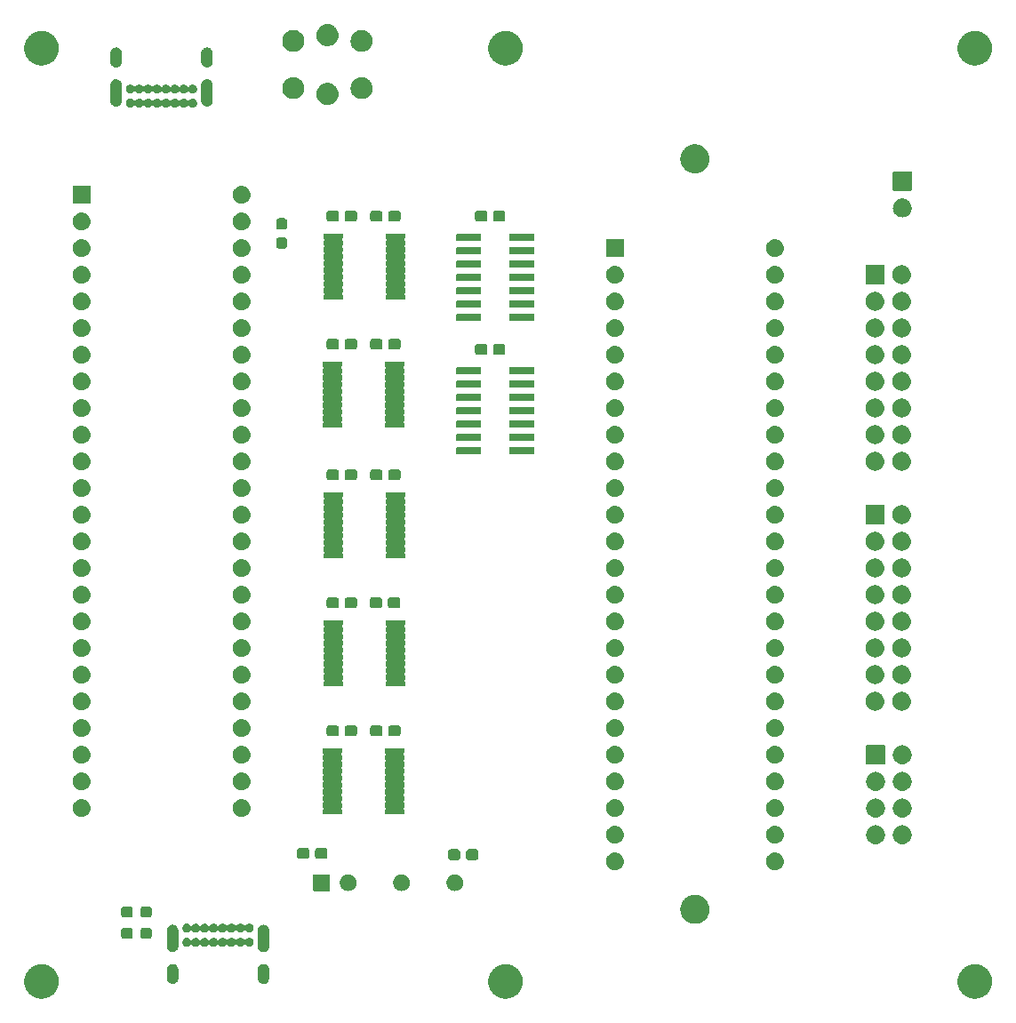
<source format=gbr>
G04 #@! TF.GenerationSoftware,KiCad,Pcbnew,7.0.11+dfsg-1build4*
G04 #@! TF.CreationDate,2024-12-03T20:46:49+09:00*
G04 #@! TF.ProjectId,base,62617365-2e6b-4696-9361-645f70636258,11*
G04 #@! TF.SameCoordinates,Original*
G04 #@! TF.FileFunction,Soldermask,Top*
G04 #@! TF.FilePolarity,Negative*
%FSLAX46Y46*%
G04 Gerber Fmt 4.6, Leading zero omitted, Abs format (unit mm)*
G04 Created by KiCad (PCBNEW 7.0.11+dfsg-1build4) date 2024-12-03 20:46:49*
%MOMM*%
%LPD*%
G01*
G04 APERTURE LIST*
G04 APERTURE END LIST*
G36*
X76933098Y-133123966D02*
G01*
X76993353Y-133123966D01*
X77059199Y-133133890D01*
X77128273Y-133139327D01*
X77183947Y-133152693D01*
X77237302Y-133160735D01*
X77307021Y-133182240D01*
X77380187Y-133199806D01*
X77427495Y-133219401D01*
X77473052Y-133233454D01*
X77544569Y-133267895D01*
X77619538Y-133298948D01*
X77658022Y-133322531D01*
X77695322Y-133340494D01*
X77766271Y-133388866D01*
X77840433Y-133434313D01*
X77870127Y-133459674D01*
X77899162Y-133479470D01*
X77966956Y-133542374D01*
X78037433Y-133602567D01*
X78058834Y-133627625D01*
X78080011Y-133647274D01*
X78141925Y-133724911D01*
X78205687Y-133799567D01*
X78219709Y-133822449D01*
X78233830Y-133840156D01*
X78287087Y-133932399D01*
X78341052Y-134020462D01*
X78348977Y-134039597D01*
X78357185Y-134053812D01*
X78399038Y-134160454D01*
X78440194Y-134259813D01*
X78443597Y-134273991D01*
X78447314Y-134283460D01*
X78475157Y-134405446D01*
X78500673Y-134511727D01*
X78501334Y-134520133D01*
X78502214Y-134523986D01*
X78513683Y-134677031D01*
X78521000Y-134770000D01*
X78513682Y-134862975D01*
X78502214Y-135016013D01*
X78501334Y-135019865D01*
X78500673Y-135028273D01*
X78475152Y-135134573D01*
X78447314Y-135256539D01*
X78443598Y-135266005D01*
X78440194Y-135280187D01*
X78399031Y-135379563D01*
X78357185Y-135486187D01*
X78348979Y-135500399D01*
X78341052Y-135519538D01*
X78287077Y-135607616D01*
X78233830Y-135699843D01*
X78219712Y-135717546D01*
X78205687Y-135740433D01*
X78141913Y-135815102D01*
X78080011Y-135892725D01*
X78058838Y-135912369D01*
X78037433Y-135937433D01*
X77966942Y-135997637D01*
X77899162Y-136060529D01*
X77870133Y-136080320D01*
X77840433Y-136105687D01*
X77766257Y-136151142D01*
X77695322Y-136199505D01*
X77658030Y-136217463D01*
X77619538Y-136241052D01*
X77544554Y-136272110D01*
X77473052Y-136306545D01*
X77427504Y-136320594D01*
X77380187Y-136340194D01*
X77307007Y-136357762D01*
X77237302Y-136379264D01*
X77183955Y-136387304D01*
X77128273Y-136400673D01*
X77059195Y-136406109D01*
X76993353Y-136416034D01*
X76933098Y-136416034D01*
X76870000Y-136421000D01*
X76806902Y-136416034D01*
X76746647Y-136416034D01*
X76680803Y-136406109D01*
X76611727Y-136400673D01*
X76556045Y-136387305D01*
X76502697Y-136379264D01*
X76432988Y-136357761D01*
X76359813Y-136340194D01*
X76312498Y-136320595D01*
X76266947Y-136306545D01*
X76195438Y-136272107D01*
X76120462Y-136241052D01*
X76081972Y-136217465D01*
X76044675Y-136199504D01*
X75973726Y-136151131D01*
X75899567Y-136105687D01*
X75869873Y-136080326D01*
X75840839Y-136060531D01*
X75773043Y-135997625D01*
X75702567Y-135937433D01*
X75681164Y-135912374D01*
X75659988Y-135892725D01*
X75598071Y-135815084D01*
X75534313Y-135740433D01*
X75520291Y-135717551D01*
X75506169Y-135699843D01*
X75452905Y-135607588D01*
X75398948Y-135519538D01*
X75391023Y-135500405D01*
X75382814Y-135486187D01*
X75340949Y-135379517D01*
X75299806Y-135280187D01*
X75296402Y-135266012D01*
X75292685Y-135256539D01*
X75264827Y-135134488D01*
X75239327Y-135028273D01*
X75238665Y-135019871D01*
X75237785Y-135016013D01*
X75226296Y-134862710D01*
X75219000Y-134770000D01*
X75226296Y-134677297D01*
X75237785Y-134523986D01*
X75238665Y-134520126D01*
X75239327Y-134511727D01*
X75264822Y-134405530D01*
X75292685Y-134283460D01*
X75296403Y-134273984D01*
X75299806Y-134259813D01*
X75340942Y-134160500D01*
X75382814Y-134053812D01*
X75391024Y-134039590D01*
X75398948Y-134020462D01*
X75452895Y-133932427D01*
X75506169Y-133840156D01*
X75520293Y-133822443D01*
X75534313Y-133799567D01*
X75598059Y-133724929D01*
X75659988Y-133647274D01*
X75681169Y-133627620D01*
X75702567Y-133602567D01*
X75773029Y-133542386D01*
X75840839Y-133479468D01*
X75869879Y-133459668D01*
X75899567Y-133434313D01*
X75973711Y-133388876D01*
X76044675Y-133340495D01*
X76081980Y-133322529D01*
X76120462Y-133298948D01*
X76195423Y-133267898D01*
X76266947Y-133233454D01*
X76312507Y-133219400D01*
X76359813Y-133199806D01*
X76432973Y-133182241D01*
X76502697Y-133160735D01*
X76556054Y-133152692D01*
X76611727Y-133139327D01*
X76680799Y-133133890D01*
X76746647Y-133123966D01*
X76806902Y-133123966D01*
X76870000Y-133119000D01*
X76933098Y-133123966D01*
G37*
G36*
X121129098Y-133123966D02*
G01*
X121189353Y-133123966D01*
X121255199Y-133133890D01*
X121324273Y-133139327D01*
X121379947Y-133152693D01*
X121433302Y-133160735D01*
X121503021Y-133182240D01*
X121576187Y-133199806D01*
X121623495Y-133219401D01*
X121669052Y-133233454D01*
X121740569Y-133267895D01*
X121815538Y-133298948D01*
X121854022Y-133322531D01*
X121891322Y-133340494D01*
X121962271Y-133388866D01*
X122036433Y-133434313D01*
X122066127Y-133459674D01*
X122095162Y-133479470D01*
X122162956Y-133542374D01*
X122233433Y-133602567D01*
X122254834Y-133627625D01*
X122276011Y-133647274D01*
X122337925Y-133724911D01*
X122401687Y-133799567D01*
X122415709Y-133822449D01*
X122429830Y-133840156D01*
X122483087Y-133932399D01*
X122537052Y-134020462D01*
X122544977Y-134039597D01*
X122553185Y-134053812D01*
X122595038Y-134160454D01*
X122636194Y-134259813D01*
X122639597Y-134273991D01*
X122643314Y-134283460D01*
X122671157Y-134405446D01*
X122696673Y-134511727D01*
X122697334Y-134520133D01*
X122698214Y-134523986D01*
X122709683Y-134677031D01*
X122717000Y-134770000D01*
X122709682Y-134862975D01*
X122698214Y-135016013D01*
X122697334Y-135019865D01*
X122696673Y-135028273D01*
X122671152Y-135134573D01*
X122643314Y-135256539D01*
X122639598Y-135266005D01*
X122636194Y-135280187D01*
X122595031Y-135379563D01*
X122553185Y-135486187D01*
X122544979Y-135500399D01*
X122537052Y-135519538D01*
X122483077Y-135607616D01*
X122429830Y-135699843D01*
X122415712Y-135717546D01*
X122401687Y-135740433D01*
X122337913Y-135815102D01*
X122276011Y-135892725D01*
X122254838Y-135912369D01*
X122233433Y-135937433D01*
X122162942Y-135997637D01*
X122095162Y-136060529D01*
X122066133Y-136080320D01*
X122036433Y-136105687D01*
X121962257Y-136151142D01*
X121891322Y-136199505D01*
X121854030Y-136217463D01*
X121815538Y-136241052D01*
X121740554Y-136272110D01*
X121669052Y-136306545D01*
X121623504Y-136320594D01*
X121576187Y-136340194D01*
X121503007Y-136357762D01*
X121433302Y-136379264D01*
X121379955Y-136387304D01*
X121324273Y-136400673D01*
X121255195Y-136406109D01*
X121189353Y-136416034D01*
X121129098Y-136416034D01*
X121066000Y-136421000D01*
X121002902Y-136416034D01*
X120942647Y-136416034D01*
X120876803Y-136406109D01*
X120807727Y-136400673D01*
X120752045Y-136387305D01*
X120698697Y-136379264D01*
X120628988Y-136357761D01*
X120555813Y-136340194D01*
X120508498Y-136320595D01*
X120462947Y-136306545D01*
X120391438Y-136272107D01*
X120316462Y-136241052D01*
X120277972Y-136217465D01*
X120240675Y-136199504D01*
X120169726Y-136151131D01*
X120095567Y-136105687D01*
X120065873Y-136080326D01*
X120036839Y-136060531D01*
X119969043Y-135997625D01*
X119898567Y-135937433D01*
X119877164Y-135912374D01*
X119855988Y-135892725D01*
X119794071Y-135815084D01*
X119730313Y-135740433D01*
X119716291Y-135717551D01*
X119702169Y-135699843D01*
X119648905Y-135607588D01*
X119594948Y-135519538D01*
X119587023Y-135500405D01*
X119578814Y-135486187D01*
X119536949Y-135379517D01*
X119495806Y-135280187D01*
X119492402Y-135266012D01*
X119488685Y-135256539D01*
X119460827Y-135134488D01*
X119435327Y-135028273D01*
X119434665Y-135019871D01*
X119433785Y-135016013D01*
X119422296Y-134862710D01*
X119415000Y-134770000D01*
X119422296Y-134677297D01*
X119433785Y-134523986D01*
X119434665Y-134520126D01*
X119435327Y-134511727D01*
X119460822Y-134405530D01*
X119488685Y-134283460D01*
X119492403Y-134273984D01*
X119495806Y-134259813D01*
X119536942Y-134160500D01*
X119578814Y-134053812D01*
X119587024Y-134039590D01*
X119594948Y-134020462D01*
X119648895Y-133932427D01*
X119702169Y-133840156D01*
X119716293Y-133822443D01*
X119730313Y-133799567D01*
X119794059Y-133724929D01*
X119855988Y-133647274D01*
X119877169Y-133627620D01*
X119898567Y-133602567D01*
X119969029Y-133542386D01*
X120036839Y-133479468D01*
X120065879Y-133459668D01*
X120095567Y-133434313D01*
X120169711Y-133388876D01*
X120240675Y-133340495D01*
X120277980Y-133322529D01*
X120316462Y-133298948D01*
X120391423Y-133267898D01*
X120462947Y-133233454D01*
X120508507Y-133219400D01*
X120555813Y-133199806D01*
X120628973Y-133182241D01*
X120698697Y-133160735D01*
X120752054Y-133152692D01*
X120807727Y-133139327D01*
X120876799Y-133133890D01*
X120942647Y-133123966D01*
X121002902Y-133123966D01*
X121066000Y-133119000D01*
X121129098Y-133123966D01*
G37*
G36*
X165833098Y-133123966D02*
G01*
X165893353Y-133123966D01*
X165959199Y-133133890D01*
X166028273Y-133139327D01*
X166083947Y-133152693D01*
X166137302Y-133160735D01*
X166207021Y-133182240D01*
X166280187Y-133199806D01*
X166327495Y-133219401D01*
X166373052Y-133233454D01*
X166444569Y-133267895D01*
X166519538Y-133298948D01*
X166558022Y-133322531D01*
X166595322Y-133340494D01*
X166666271Y-133388866D01*
X166740433Y-133434313D01*
X166770127Y-133459674D01*
X166799162Y-133479470D01*
X166866956Y-133542374D01*
X166937433Y-133602567D01*
X166958834Y-133627625D01*
X166980011Y-133647274D01*
X167041925Y-133724911D01*
X167105687Y-133799567D01*
X167119709Y-133822449D01*
X167133830Y-133840156D01*
X167187087Y-133932399D01*
X167241052Y-134020462D01*
X167248977Y-134039597D01*
X167257185Y-134053812D01*
X167299038Y-134160454D01*
X167340194Y-134259813D01*
X167343597Y-134273991D01*
X167347314Y-134283460D01*
X167375157Y-134405446D01*
X167400673Y-134511727D01*
X167401334Y-134520133D01*
X167402214Y-134523986D01*
X167413683Y-134677031D01*
X167421000Y-134770000D01*
X167413682Y-134862975D01*
X167402214Y-135016013D01*
X167401334Y-135019865D01*
X167400673Y-135028273D01*
X167375152Y-135134573D01*
X167347314Y-135256539D01*
X167343598Y-135266005D01*
X167340194Y-135280187D01*
X167299031Y-135379563D01*
X167257185Y-135486187D01*
X167248979Y-135500399D01*
X167241052Y-135519538D01*
X167187077Y-135607616D01*
X167133830Y-135699843D01*
X167119712Y-135717546D01*
X167105687Y-135740433D01*
X167041913Y-135815102D01*
X166980011Y-135892725D01*
X166958838Y-135912369D01*
X166937433Y-135937433D01*
X166866942Y-135997637D01*
X166799162Y-136060529D01*
X166770133Y-136080320D01*
X166740433Y-136105687D01*
X166666257Y-136151142D01*
X166595322Y-136199505D01*
X166558030Y-136217463D01*
X166519538Y-136241052D01*
X166444554Y-136272110D01*
X166373052Y-136306545D01*
X166327504Y-136320594D01*
X166280187Y-136340194D01*
X166207007Y-136357762D01*
X166137302Y-136379264D01*
X166083955Y-136387304D01*
X166028273Y-136400673D01*
X165959195Y-136406109D01*
X165893353Y-136416034D01*
X165833098Y-136416034D01*
X165770000Y-136421000D01*
X165706902Y-136416034D01*
X165646647Y-136416034D01*
X165580803Y-136406109D01*
X165511727Y-136400673D01*
X165456045Y-136387305D01*
X165402697Y-136379264D01*
X165332988Y-136357761D01*
X165259813Y-136340194D01*
X165212498Y-136320595D01*
X165166947Y-136306545D01*
X165095438Y-136272107D01*
X165020462Y-136241052D01*
X164981972Y-136217465D01*
X164944675Y-136199504D01*
X164873726Y-136151131D01*
X164799567Y-136105687D01*
X164769873Y-136080326D01*
X164740839Y-136060531D01*
X164673043Y-135997625D01*
X164602567Y-135937433D01*
X164581164Y-135912374D01*
X164559988Y-135892725D01*
X164498071Y-135815084D01*
X164434313Y-135740433D01*
X164420291Y-135717551D01*
X164406169Y-135699843D01*
X164352905Y-135607588D01*
X164298948Y-135519538D01*
X164291023Y-135500405D01*
X164282814Y-135486187D01*
X164240949Y-135379517D01*
X164199806Y-135280187D01*
X164196402Y-135266012D01*
X164192685Y-135256539D01*
X164164827Y-135134488D01*
X164139327Y-135028273D01*
X164138665Y-135019871D01*
X164137785Y-135016013D01*
X164126296Y-134862710D01*
X164119000Y-134770000D01*
X164126296Y-134677297D01*
X164137785Y-134523986D01*
X164138665Y-134520126D01*
X164139327Y-134511727D01*
X164164822Y-134405530D01*
X164192685Y-134283460D01*
X164196403Y-134273984D01*
X164199806Y-134259813D01*
X164240942Y-134160500D01*
X164282814Y-134053812D01*
X164291024Y-134039590D01*
X164298948Y-134020462D01*
X164352895Y-133932427D01*
X164406169Y-133840156D01*
X164420293Y-133822443D01*
X164434313Y-133799567D01*
X164498059Y-133724929D01*
X164559988Y-133647274D01*
X164581169Y-133627620D01*
X164602567Y-133602567D01*
X164673029Y-133542386D01*
X164740839Y-133479468D01*
X164769879Y-133459668D01*
X164799567Y-133434313D01*
X164873711Y-133388876D01*
X164944675Y-133340495D01*
X164981980Y-133322529D01*
X165020462Y-133298948D01*
X165095423Y-133267898D01*
X165166947Y-133233454D01*
X165212507Y-133219400D01*
X165259813Y-133199806D01*
X165332973Y-133182241D01*
X165402697Y-133160735D01*
X165456054Y-133152692D01*
X165511727Y-133139327D01*
X165580799Y-133133890D01*
X165646647Y-133123966D01*
X165706902Y-133123966D01*
X165770000Y-133119000D01*
X165833098Y-133123966D01*
G37*
G36*
X89368675Y-133113436D02*
G01*
X89419425Y-133113436D01*
X89438919Y-133118240D01*
X89465308Y-133120046D01*
X89508447Y-133135377D01*
X89548417Y-133145229D01*
X89574108Y-133158713D01*
X89606956Y-133170387D01*
X89637701Y-133192089D01*
X89666049Y-133206968D01*
X89694554Y-133232221D01*
X89729769Y-133257079D01*
X89748240Y-133279783D01*
X89765490Y-133295065D01*
X89792452Y-133334126D01*
X89824640Y-133373690D01*
X89832921Y-133392755D01*
X89840959Y-133404400D01*
X89861468Y-133458478D01*
X89884530Y-133511572D01*
X89886193Y-133523671D01*
X89888068Y-133528615D01*
X89897124Y-133603199D01*
X89905000Y-133660500D01*
X89905000Y-134460500D01*
X89899859Y-134535664D01*
X89891204Y-134566552D01*
X89888068Y-134592384D01*
X89872367Y-134633783D01*
X89859301Y-134680417D01*
X89847025Y-134700603D01*
X89840959Y-134716599D01*
X89810199Y-134761161D01*
X89781193Y-134808861D01*
X89770166Y-134819158D01*
X89765490Y-134825934D01*
X89715339Y-134870363D01*
X89671328Y-134911467D01*
X89640424Y-134927479D01*
X89548417Y-134975770D01*
X89546152Y-134976328D01*
X89537854Y-134980628D01*
X89479568Y-134992739D01*
X89419425Y-135007564D01*
X89408230Y-135007564D01*
X89390670Y-135011213D01*
X89337325Y-135007564D01*
X89286575Y-135007564D01*
X89267080Y-135002759D01*
X89240692Y-135000954D01*
X89197547Y-134985620D01*
X89157582Y-134975770D01*
X89131894Y-134962287D01*
X89099044Y-134950613D01*
X89068295Y-134928908D01*
X89039950Y-134914031D01*
X89011446Y-134888779D01*
X88976231Y-134863921D01*
X88957759Y-134841216D01*
X88940509Y-134825934D01*
X88913545Y-134786871D01*
X88881360Y-134747310D01*
X88873079Y-134728246D01*
X88865040Y-134716599D01*
X88844526Y-134662510D01*
X88821470Y-134609428D01*
X88819807Y-134597331D01*
X88817931Y-134592384D01*
X88808872Y-134517779D01*
X88801000Y-134460500D01*
X88801000Y-133660500D01*
X88806141Y-133585336D01*
X88814793Y-133554453D01*
X88817931Y-133528615D01*
X88833636Y-133487203D01*
X88846699Y-133440583D01*
X88858971Y-133420402D01*
X88865040Y-133404400D01*
X88895813Y-133359817D01*
X88924807Y-133312139D01*
X88935828Y-133301845D01*
X88940509Y-133295065D01*
X88990700Y-133250599D01*
X89034672Y-133209533D01*
X89065347Y-133193638D01*
X89157582Y-133145229D01*
X89159852Y-133144669D01*
X89168146Y-133140372D01*
X89226416Y-133128263D01*
X89286575Y-133113436D01*
X89297770Y-133113436D01*
X89315330Y-133109787D01*
X89368675Y-133113436D01*
G37*
G36*
X98018675Y-133113436D02*
G01*
X98069425Y-133113436D01*
X98088919Y-133118240D01*
X98115308Y-133120046D01*
X98158447Y-133135377D01*
X98198417Y-133145229D01*
X98224108Y-133158713D01*
X98256956Y-133170387D01*
X98287701Y-133192089D01*
X98316049Y-133206968D01*
X98344554Y-133232221D01*
X98379769Y-133257079D01*
X98398240Y-133279783D01*
X98415490Y-133295065D01*
X98442452Y-133334126D01*
X98474640Y-133373690D01*
X98482921Y-133392755D01*
X98490959Y-133404400D01*
X98511468Y-133458478D01*
X98534530Y-133511572D01*
X98536193Y-133523671D01*
X98538068Y-133528615D01*
X98547124Y-133603199D01*
X98555000Y-133660500D01*
X98555000Y-134460500D01*
X98549859Y-134535664D01*
X98541204Y-134566552D01*
X98538068Y-134592384D01*
X98522367Y-134633783D01*
X98509301Y-134680417D01*
X98497025Y-134700603D01*
X98490959Y-134716599D01*
X98460199Y-134761161D01*
X98431193Y-134808861D01*
X98420166Y-134819158D01*
X98415490Y-134825934D01*
X98365339Y-134870363D01*
X98321328Y-134911467D01*
X98290424Y-134927479D01*
X98198417Y-134975770D01*
X98196152Y-134976328D01*
X98187854Y-134980628D01*
X98129568Y-134992739D01*
X98069425Y-135007564D01*
X98058230Y-135007564D01*
X98040670Y-135011213D01*
X97987325Y-135007564D01*
X97936575Y-135007564D01*
X97917080Y-135002759D01*
X97890692Y-135000954D01*
X97847547Y-134985620D01*
X97807582Y-134975770D01*
X97781894Y-134962287D01*
X97749044Y-134950613D01*
X97718295Y-134928908D01*
X97689950Y-134914031D01*
X97661446Y-134888779D01*
X97626231Y-134863921D01*
X97607759Y-134841216D01*
X97590509Y-134825934D01*
X97563545Y-134786871D01*
X97531360Y-134747310D01*
X97523079Y-134728246D01*
X97515040Y-134716599D01*
X97494526Y-134662510D01*
X97471470Y-134609428D01*
X97469807Y-134597331D01*
X97467931Y-134592384D01*
X97458872Y-134517779D01*
X97451000Y-134460500D01*
X97451000Y-133660500D01*
X97456141Y-133585336D01*
X97464793Y-133554453D01*
X97467931Y-133528615D01*
X97483636Y-133487203D01*
X97496699Y-133440583D01*
X97508971Y-133420402D01*
X97515040Y-133404400D01*
X97545813Y-133359817D01*
X97574807Y-133312139D01*
X97585828Y-133301845D01*
X97590509Y-133295065D01*
X97640700Y-133250599D01*
X97684672Y-133209533D01*
X97715347Y-133193638D01*
X97807582Y-133145229D01*
X97809852Y-133144669D01*
X97818146Y-133140372D01*
X97876416Y-133128263D01*
X97936575Y-133113436D01*
X97947770Y-133113436D01*
X97965330Y-133109787D01*
X98018675Y-133113436D01*
G37*
G36*
X89368675Y-129383436D02*
G01*
X89419425Y-129383436D01*
X89438919Y-129388240D01*
X89465308Y-129390046D01*
X89508447Y-129405377D01*
X89548417Y-129415229D01*
X89574108Y-129428713D01*
X89606956Y-129440387D01*
X89637701Y-129462089D01*
X89666049Y-129476968D01*
X89694554Y-129502221D01*
X89729769Y-129527079D01*
X89748240Y-129549783D01*
X89765490Y-129565065D01*
X89792452Y-129604126D01*
X89824640Y-129643690D01*
X89832921Y-129662755D01*
X89840959Y-129674400D01*
X89861468Y-129728478D01*
X89884530Y-129781572D01*
X89886193Y-129793671D01*
X89888068Y-129798615D01*
X89897124Y-129873199D01*
X89905000Y-129930500D01*
X89905000Y-131430500D01*
X89899859Y-131505664D01*
X89891204Y-131536552D01*
X89888068Y-131562384D01*
X89872367Y-131603783D01*
X89859301Y-131650417D01*
X89847025Y-131670603D01*
X89840959Y-131686599D01*
X89810199Y-131731161D01*
X89781193Y-131778861D01*
X89770166Y-131789158D01*
X89765490Y-131795934D01*
X89715339Y-131840363D01*
X89671328Y-131881467D01*
X89640424Y-131897479D01*
X89548417Y-131945770D01*
X89546152Y-131946328D01*
X89537854Y-131950628D01*
X89479568Y-131962739D01*
X89419425Y-131977564D01*
X89408230Y-131977564D01*
X89390670Y-131981213D01*
X89337325Y-131977564D01*
X89286575Y-131977564D01*
X89267080Y-131972759D01*
X89240692Y-131970954D01*
X89197547Y-131955620D01*
X89157582Y-131945770D01*
X89131894Y-131932287D01*
X89099044Y-131920613D01*
X89068295Y-131898908D01*
X89039950Y-131884031D01*
X89011446Y-131858779D01*
X88976231Y-131833921D01*
X88957759Y-131811216D01*
X88940509Y-131795934D01*
X88913545Y-131756871D01*
X88881360Y-131717310D01*
X88873079Y-131698246D01*
X88865040Y-131686599D01*
X88844526Y-131632510D01*
X88821470Y-131579428D01*
X88819807Y-131567331D01*
X88817931Y-131562384D01*
X88808872Y-131487779D01*
X88801000Y-131430500D01*
X88801000Y-129930500D01*
X88806141Y-129855336D01*
X88814793Y-129824453D01*
X88817931Y-129798615D01*
X88833636Y-129757203D01*
X88846699Y-129710583D01*
X88858971Y-129690402D01*
X88865040Y-129674400D01*
X88895813Y-129629817D01*
X88924807Y-129582139D01*
X88935828Y-129571845D01*
X88940509Y-129565065D01*
X88990700Y-129520599D01*
X89034672Y-129479533D01*
X89065347Y-129463638D01*
X89157582Y-129415229D01*
X89159852Y-129414669D01*
X89168146Y-129410372D01*
X89226416Y-129398263D01*
X89286575Y-129383436D01*
X89297770Y-129383436D01*
X89315330Y-129379787D01*
X89368675Y-129383436D01*
G37*
G36*
X98018675Y-129383436D02*
G01*
X98069425Y-129383436D01*
X98088919Y-129388240D01*
X98115308Y-129390046D01*
X98158447Y-129405377D01*
X98198417Y-129415229D01*
X98224108Y-129428713D01*
X98256956Y-129440387D01*
X98287701Y-129462089D01*
X98316049Y-129476968D01*
X98344554Y-129502221D01*
X98379769Y-129527079D01*
X98398240Y-129549783D01*
X98415490Y-129565065D01*
X98442452Y-129604126D01*
X98474640Y-129643690D01*
X98482921Y-129662755D01*
X98490959Y-129674400D01*
X98511468Y-129728478D01*
X98534530Y-129781572D01*
X98536193Y-129793671D01*
X98538068Y-129798615D01*
X98547124Y-129873199D01*
X98555000Y-129930500D01*
X98555000Y-131430500D01*
X98549859Y-131505664D01*
X98541204Y-131536552D01*
X98538068Y-131562384D01*
X98522367Y-131603783D01*
X98509301Y-131650417D01*
X98497025Y-131670603D01*
X98490959Y-131686599D01*
X98460199Y-131731161D01*
X98431193Y-131778861D01*
X98420166Y-131789158D01*
X98415490Y-131795934D01*
X98365339Y-131840363D01*
X98321328Y-131881467D01*
X98290424Y-131897479D01*
X98198417Y-131945770D01*
X98196152Y-131946328D01*
X98187854Y-131950628D01*
X98129568Y-131962739D01*
X98069425Y-131977564D01*
X98058230Y-131977564D01*
X98040670Y-131981213D01*
X97987325Y-131977564D01*
X97936575Y-131977564D01*
X97917080Y-131972759D01*
X97890692Y-131970954D01*
X97847547Y-131955620D01*
X97807582Y-131945770D01*
X97781894Y-131932287D01*
X97749044Y-131920613D01*
X97718295Y-131898908D01*
X97689950Y-131884031D01*
X97661446Y-131858779D01*
X97626231Y-131833921D01*
X97607759Y-131811216D01*
X97590509Y-131795934D01*
X97563545Y-131756871D01*
X97531360Y-131717310D01*
X97523079Y-131698246D01*
X97515040Y-131686599D01*
X97494526Y-131632510D01*
X97471470Y-131579428D01*
X97469807Y-131567331D01*
X97467931Y-131562384D01*
X97458872Y-131487779D01*
X97451000Y-131430500D01*
X97451000Y-129930500D01*
X97456141Y-129855336D01*
X97464793Y-129824453D01*
X97467931Y-129798615D01*
X97483636Y-129757203D01*
X97496699Y-129710583D01*
X97508971Y-129690402D01*
X97515040Y-129674400D01*
X97545813Y-129629817D01*
X97574807Y-129582139D01*
X97585828Y-129571845D01*
X97590509Y-129565065D01*
X97640700Y-129520599D01*
X97684672Y-129479533D01*
X97715347Y-129463638D01*
X97807582Y-129415229D01*
X97809852Y-129414669D01*
X97818146Y-129410372D01*
X97876416Y-129398263D01*
X97936575Y-129383436D01*
X97947770Y-129383436D01*
X97965330Y-129379787D01*
X98018675Y-129383436D01*
G37*
G36*
X96677816Y-130627846D02*
G01*
X96713768Y-130627846D01*
X96742989Y-130636426D01*
X96763238Y-130639092D01*
X96790436Y-130650357D01*
X96830382Y-130662087D01*
X96851466Y-130675637D01*
X96865961Y-130681641D01*
X96892518Y-130702019D01*
X96932626Y-130727795D01*
X96945556Y-130742717D01*
X96954171Y-130749328D01*
X96976506Y-130778435D01*
X97012215Y-130819646D01*
X97018223Y-130832801D01*
X97021858Y-130837539D01*
X97036211Y-130872191D01*
X97062703Y-130930200D01*
X97064012Y-130939309D01*
X97064407Y-130940261D01*
X97067200Y-130961478D01*
X97080000Y-131050500D01*
X97067199Y-131139530D01*
X97064407Y-131160738D01*
X97064012Y-131161689D01*
X97062703Y-131170800D01*
X97036210Y-131228811D01*
X97021858Y-131263461D01*
X97018223Y-131268198D01*
X97012215Y-131281354D01*
X96976501Y-131322569D01*
X96954171Y-131351671D01*
X96945559Y-131358279D01*
X96932626Y-131373205D01*
X96892510Y-131398985D01*
X96865961Y-131419358D01*
X96851471Y-131425359D01*
X96830382Y-131438913D01*
X96790428Y-131450644D01*
X96763238Y-131461907D01*
X96742995Y-131464571D01*
X96713768Y-131473154D01*
X96677808Y-131473154D01*
X96653000Y-131476420D01*
X96628192Y-131473154D01*
X96592232Y-131473154D01*
X96563004Y-131464572D01*
X96542761Y-131461907D01*
X96515568Y-131450643D01*
X96475618Y-131438913D01*
X96454530Y-131425360D01*
X96440038Y-131419358D01*
X96413483Y-131398981D01*
X96373374Y-131373205D01*
X96360442Y-131358281D01*
X96351828Y-131351671D01*
X96329489Y-131322559D01*
X96293785Y-131281354D01*
X96288888Y-131270630D01*
X96167112Y-131270630D01*
X96162215Y-131281354D01*
X96126505Y-131322565D01*
X96104171Y-131351671D01*
X96095559Y-131358279D01*
X96082626Y-131373205D01*
X96042510Y-131398985D01*
X96015961Y-131419358D01*
X96001471Y-131425359D01*
X95980382Y-131438913D01*
X95940428Y-131450644D01*
X95913238Y-131461907D01*
X95892995Y-131464571D01*
X95863768Y-131473154D01*
X95827808Y-131473154D01*
X95803000Y-131476420D01*
X95778192Y-131473154D01*
X95742232Y-131473154D01*
X95713004Y-131464572D01*
X95692761Y-131461907D01*
X95665568Y-131450643D01*
X95625618Y-131438913D01*
X95604530Y-131425360D01*
X95590038Y-131419358D01*
X95563483Y-131398981D01*
X95523374Y-131373205D01*
X95510442Y-131358281D01*
X95501828Y-131351671D01*
X95479489Y-131322559D01*
X95443785Y-131281354D01*
X95438888Y-131270630D01*
X95317112Y-131270630D01*
X95312215Y-131281354D01*
X95276505Y-131322565D01*
X95254171Y-131351671D01*
X95245559Y-131358279D01*
X95232626Y-131373205D01*
X95192510Y-131398985D01*
X95165961Y-131419358D01*
X95151471Y-131425359D01*
X95130382Y-131438913D01*
X95090428Y-131450644D01*
X95063238Y-131461907D01*
X95042995Y-131464571D01*
X95013768Y-131473154D01*
X94977808Y-131473154D01*
X94953000Y-131476420D01*
X94928192Y-131473154D01*
X94892232Y-131473154D01*
X94863004Y-131464572D01*
X94842761Y-131461907D01*
X94815568Y-131450643D01*
X94775618Y-131438913D01*
X94754530Y-131425360D01*
X94740038Y-131419358D01*
X94713483Y-131398981D01*
X94673374Y-131373205D01*
X94660442Y-131358281D01*
X94651828Y-131351671D01*
X94629489Y-131322559D01*
X94593785Y-131281354D01*
X94588888Y-131270630D01*
X94467112Y-131270630D01*
X94462215Y-131281354D01*
X94426505Y-131322565D01*
X94404171Y-131351671D01*
X94395559Y-131358279D01*
X94382626Y-131373205D01*
X94342510Y-131398985D01*
X94315961Y-131419358D01*
X94301471Y-131425359D01*
X94280382Y-131438913D01*
X94240428Y-131450644D01*
X94213238Y-131461907D01*
X94192995Y-131464571D01*
X94163768Y-131473154D01*
X94127808Y-131473154D01*
X94103000Y-131476420D01*
X94078192Y-131473154D01*
X94042232Y-131473154D01*
X94013004Y-131464572D01*
X93992761Y-131461907D01*
X93965568Y-131450643D01*
X93925618Y-131438913D01*
X93904530Y-131425360D01*
X93890038Y-131419358D01*
X93863483Y-131398981D01*
X93823374Y-131373205D01*
X93810442Y-131358281D01*
X93801828Y-131351671D01*
X93779489Y-131322559D01*
X93743785Y-131281354D01*
X93738888Y-131270630D01*
X93617112Y-131270630D01*
X93612215Y-131281354D01*
X93576505Y-131322565D01*
X93554171Y-131351671D01*
X93545559Y-131358279D01*
X93532626Y-131373205D01*
X93492510Y-131398985D01*
X93465961Y-131419358D01*
X93451471Y-131425359D01*
X93430382Y-131438913D01*
X93390428Y-131450644D01*
X93363238Y-131461907D01*
X93342995Y-131464571D01*
X93313768Y-131473154D01*
X93277808Y-131473154D01*
X93253000Y-131476420D01*
X93228192Y-131473154D01*
X93192232Y-131473154D01*
X93163004Y-131464572D01*
X93142761Y-131461907D01*
X93115568Y-131450643D01*
X93075618Y-131438913D01*
X93054530Y-131425360D01*
X93040038Y-131419358D01*
X93013483Y-131398981D01*
X92973374Y-131373205D01*
X92960442Y-131358281D01*
X92951828Y-131351671D01*
X92929489Y-131322559D01*
X92893785Y-131281354D01*
X92888888Y-131270630D01*
X92767112Y-131270630D01*
X92762215Y-131281354D01*
X92726505Y-131322565D01*
X92704171Y-131351671D01*
X92695559Y-131358279D01*
X92682626Y-131373205D01*
X92642510Y-131398985D01*
X92615961Y-131419358D01*
X92601471Y-131425359D01*
X92580382Y-131438913D01*
X92540428Y-131450644D01*
X92513238Y-131461907D01*
X92492995Y-131464571D01*
X92463768Y-131473154D01*
X92427808Y-131473154D01*
X92403000Y-131476420D01*
X92378192Y-131473154D01*
X92342232Y-131473154D01*
X92313004Y-131464572D01*
X92292761Y-131461907D01*
X92265568Y-131450643D01*
X92225618Y-131438913D01*
X92204530Y-131425360D01*
X92190038Y-131419358D01*
X92163483Y-131398981D01*
X92123374Y-131373205D01*
X92110442Y-131358281D01*
X92101828Y-131351671D01*
X92079489Y-131322559D01*
X92043785Y-131281354D01*
X92038888Y-131270630D01*
X91917112Y-131270630D01*
X91912215Y-131281354D01*
X91876505Y-131322565D01*
X91854171Y-131351671D01*
X91845559Y-131358279D01*
X91832626Y-131373205D01*
X91792510Y-131398985D01*
X91765961Y-131419358D01*
X91751471Y-131425359D01*
X91730382Y-131438913D01*
X91690428Y-131450644D01*
X91663238Y-131461907D01*
X91642995Y-131464571D01*
X91613768Y-131473154D01*
X91577808Y-131473154D01*
X91553000Y-131476420D01*
X91528192Y-131473154D01*
X91492232Y-131473154D01*
X91463004Y-131464572D01*
X91442761Y-131461907D01*
X91415568Y-131450643D01*
X91375618Y-131438913D01*
X91354530Y-131425360D01*
X91340038Y-131419358D01*
X91313483Y-131398981D01*
X91273374Y-131373205D01*
X91260442Y-131358281D01*
X91251828Y-131351671D01*
X91229489Y-131322559D01*
X91193785Y-131281354D01*
X91188888Y-131270630D01*
X91067112Y-131270630D01*
X91062215Y-131281354D01*
X91026505Y-131322565D01*
X91004171Y-131351671D01*
X90995559Y-131358279D01*
X90982626Y-131373205D01*
X90942510Y-131398985D01*
X90915961Y-131419358D01*
X90901471Y-131425359D01*
X90880382Y-131438913D01*
X90840428Y-131450644D01*
X90813238Y-131461907D01*
X90792995Y-131464571D01*
X90763768Y-131473154D01*
X90727808Y-131473154D01*
X90703000Y-131476420D01*
X90678192Y-131473154D01*
X90642232Y-131473154D01*
X90613004Y-131464572D01*
X90592761Y-131461907D01*
X90565568Y-131450643D01*
X90525618Y-131438913D01*
X90504530Y-131425360D01*
X90490038Y-131419358D01*
X90463483Y-131398981D01*
X90423374Y-131373205D01*
X90410442Y-131358281D01*
X90401828Y-131351671D01*
X90379489Y-131322559D01*
X90343785Y-131281354D01*
X90337778Y-131268201D01*
X90334141Y-131263461D01*
X90319779Y-131228787D01*
X90293297Y-131170800D01*
X90291987Y-131161693D01*
X90291592Y-131160738D01*
X90288789Y-131139447D01*
X90276000Y-131050500D01*
X90288787Y-130961560D01*
X90291592Y-130940261D01*
X90291987Y-130939305D01*
X90293297Y-130930200D01*
X90319777Y-130872215D01*
X90334141Y-130837539D01*
X90337778Y-130832798D01*
X90343785Y-130819646D01*
X90379485Y-130778445D01*
X90401828Y-130749328D01*
X90410445Y-130742715D01*
X90423374Y-130727795D01*
X90463480Y-130702020D01*
X90490039Y-130681641D01*
X90504533Y-130675637D01*
X90525618Y-130662087D01*
X90565560Y-130650358D01*
X90592761Y-130639092D01*
X90613010Y-130636426D01*
X90642232Y-130627846D01*
X90678184Y-130627846D01*
X90703000Y-130624579D01*
X90727816Y-130627846D01*
X90763768Y-130627846D01*
X90792989Y-130636426D01*
X90813238Y-130639092D01*
X90840436Y-130650357D01*
X90880382Y-130662087D01*
X90901466Y-130675637D01*
X90915961Y-130681641D01*
X90942518Y-130702019D01*
X90982626Y-130727795D01*
X90995556Y-130742717D01*
X91004171Y-130749328D01*
X91026509Y-130778439D01*
X91062215Y-130819646D01*
X91067112Y-130830370D01*
X91188888Y-130830370D01*
X91193785Y-130819646D01*
X91229485Y-130778445D01*
X91251828Y-130749328D01*
X91260445Y-130742715D01*
X91273374Y-130727795D01*
X91313480Y-130702020D01*
X91340039Y-130681641D01*
X91354533Y-130675637D01*
X91375618Y-130662087D01*
X91415560Y-130650358D01*
X91442761Y-130639092D01*
X91463010Y-130636426D01*
X91492232Y-130627846D01*
X91528184Y-130627846D01*
X91553000Y-130624579D01*
X91577816Y-130627846D01*
X91613768Y-130627846D01*
X91642989Y-130636426D01*
X91663238Y-130639092D01*
X91690436Y-130650357D01*
X91730382Y-130662087D01*
X91751466Y-130675637D01*
X91765961Y-130681641D01*
X91792518Y-130702019D01*
X91832626Y-130727795D01*
X91845556Y-130742717D01*
X91854171Y-130749328D01*
X91876509Y-130778439D01*
X91912215Y-130819646D01*
X91917112Y-130830370D01*
X92038888Y-130830370D01*
X92043785Y-130819646D01*
X92079485Y-130778445D01*
X92101828Y-130749328D01*
X92110445Y-130742715D01*
X92123374Y-130727795D01*
X92163480Y-130702020D01*
X92190039Y-130681641D01*
X92204533Y-130675637D01*
X92225618Y-130662087D01*
X92265560Y-130650358D01*
X92292761Y-130639092D01*
X92313010Y-130636426D01*
X92342232Y-130627846D01*
X92378184Y-130627846D01*
X92403000Y-130624579D01*
X92427816Y-130627846D01*
X92463768Y-130627846D01*
X92492989Y-130636426D01*
X92513238Y-130639092D01*
X92540436Y-130650357D01*
X92580382Y-130662087D01*
X92601466Y-130675637D01*
X92615961Y-130681641D01*
X92642518Y-130702019D01*
X92682626Y-130727795D01*
X92695556Y-130742717D01*
X92704171Y-130749328D01*
X92726509Y-130778439D01*
X92762215Y-130819646D01*
X92767112Y-130830370D01*
X92888888Y-130830370D01*
X92893785Y-130819646D01*
X92929485Y-130778445D01*
X92951828Y-130749328D01*
X92960445Y-130742715D01*
X92973374Y-130727795D01*
X93013480Y-130702020D01*
X93040039Y-130681641D01*
X93054533Y-130675637D01*
X93075618Y-130662087D01*
X93115560Y-130650358D01*
X93142761Y-130639092D01*
X93163010Y-130636426D01*
X93192232Y-130627846D01*
X93228184Y-130627846D01*
X93253000Y-130624579D01*
X93277816Y-130627846D01*
X93313768Y-130627846D01*
X93342989Y-130636426D01*
X93363238Y-130639092D01*
X93390436Y-130650357D01*
X93430382Y-130662087D01*
X93451466Y-130675637D01*
X93465961Y-130681641D01*
X93492518Y-130702019D01*
X93532626Y-130727795D01*
X93545556Y-130742717D01*
X93554171Y-130749328D01*
X93576509Y-130778439D01*
X93612215Y-130819646D01*
X93617112Y-130830370D01*
X93738888Y-130830370D01*
X93743785Y-130819646D01*
X93779485Y-130778445D01*
X93801828Y-130749328D01*
X93810445Y-130742715D01*
X93823374Y-130727795D01*
X93863480Y-130702020D01*
X93890039Y-130681641D01*
X93904533Y-130675637D01*
X93925618Y-130662087D01*
X93965560Y-130650358D01*
X93992761Y-130639092D01*
X94013010Y-130636426D01*
X94042232Y-130627846D01*
X94078184Y-130627846D01*
X94103000Y-130624579D01*
X94127816Y-130627846D01*
X94163768Y-130627846D01*
X94192989Y-130636426D01*
X94213238Y-130639092D01*
X94240436Y-130650357D01*
X94280382Y-130662087D01*
X94301466Y-130675637D01*
X94315961Y-130681641D01*
X94342518Y-130702019D01*
X94382626Y-130727795D01*
X94395556Y-130742717D01*
X94404171Y-130749328D01*
X94426509Y-130778439D01*
X94462215Y-130819646D01*
X94467112Y-130830370D01*
X94588888Y-130830370D01*
X94593785Y-130819646D01*
X94629485Y-130778445D01*
X94651828Y-130749328D01*
X94660445Y-130742715D01*
X94673374Y-130727795D01*
X94713480Y-130702020D01*
X94740039Y-130681641D01*
X94754533Y-130675637D01*
X94775618Y-130662087D01*
X94815560Y-130650358D01*
X94842761Y-130639092D01*
X94863010Y-130636426D01*
X94892232Y-130627846D01*
X94928184Y-130627846D01*
X94953000Y-130624579D01*
X94977816Y-130627846D01*
X95013768Y-130627846D01*
X95042989Y-130636426D01*
X95063238Y-130639092D01*
X95090436Y-130650357D01*
X95130382Y-130662087D01*
X95151466Y-130675637D01*
X95165961Y-130681641D01*
X95192518Y-130702019D01*
X95232626Y-130727795D01*
X95245556Y-130742717D01*
X95254171Y-130749328D01*
X95276509Y-130778439D01*
X95312215Y-130819646D01*
X95317112Y-130830370D01*
X95438888Y-130830370D01*
X95443785Y-130819646D01*
X95479485Y-130778445D01*
X95501828Y-130749328D01*
X95510445Y-130742715D01*
X95523374Y-130727795D01*
X95563480Y-130702020D01*
X95590039Y-130681641D01*
X95604533Y-130675637D01*
X95625618Y-130662087D01*
X95665560Y-130650358D01*
X95692761Y-130639092D01*
X95713010Y-130636426D01*
X95742232Y-130627846D01*
X95778184Y-130627846D01*
X95803000Y-130624579D01*
X95827816Y-130627846D01*
X95863768Y-130627846D01*
X95892989Y-130636426D01*
X95913238Y-130639092D01*
X95940436Y-130650357D01*
X95980382Y-130662087D01*
X96001466Y-130675637D01*
X96015961Y-130681641D01*
X96042518Y-130702019D01*
X96082626Y-130727795D01*
X96095556Y-130742717D01*
X96104171Y-130749328D01*
X96126509Y-130778439D01*
X96162215Y-130819646D01*
X96167112Y-130830370D01*
X96288888Y-130830370D01*
X96293785Y-130819646D01*
X96329485Y-130778445D01*
X96351828Y-130749328D01*
X96360445Y-130742715D01*
X96373374Y-130727795D01*
X96413480Y-130702020D01*
X96440039Y-130681641D01*
X96454533Y-130675637D01*
X96475618Y-130662087D01*
X96515560Y-130650358D01*
X96542761Y-130639092D01*
X96563010Y-130636426D01*
X96592232Y-130627846D01*
X96628184Y-130627846D01*
X96653000Y-130624579D01*
X96677816Y-130627846D01*
G37*
G36*
X85315952Y-129679663D02*
G01*
X85331334Y-129686455D01*
X85338570Y-129687601D01*
X85368702Y-129702954D01*
X85412942Y-129722488D01*
X85487912Y-129797458D01*
X85507448Y-129841704D01*
X85522798Y-129871829D01*
X85523943Y-129879062D01*
X85530737Y-129894448D01*
X85538400Y-129960500D01*
X85538400Y-130435500D01*
X85530737Y-130501552D01*
X85523943Y-130516938D01*
X85522798Y-130524170D01*
X85507452Y-130554287D01*
X85487912Y-130598542D01*
X85412942Y-130673512D01*
X85368687Y-130693052D01*
X85338570Y-130708398D01*
X85331338Y-130709543D01*
X85315952Y-130716337D01*
X85249900Y-130724000D01*
X84749900Y-130724000D01*
X84683848Y-130716337D01*
X84668462Y-130709543D01*
X84661229Y-130708398D01*
X84631104Y-130693048D01*
X84586858Y-130673512D01*
X84511888Y-130598542D01*
X84492354Y-130554302D01*
X84477001Y-130524170D01*
X84475855Y-130516934D01*
X84469063Y-130501552D01*
X84461400Y-130435500D01*
X84461400Y-129960500D01*
X84469063Y-129894448D01*
X84475854Y-129879065D01*
X84477001Y-129871829D01*
X84492357Y-129841690D01*
X84511888Y-129797458D01*
X84586858Y-129722488D01*
X84631090Y-129702957D01*
X84661229Y-129687601D01*
X84668465Y-129686454D01*
X84683848Y-129679663D01*
X84749900Y-129672000D01*
X85249900Y-129672000D01*
X85315952Y-129679663D01*
G37*
G36*
X87140952Y-129679663D02*
G01*
X87156334Y-129686455D01*
X87163570Y-129687601D01*
X87193702Y-129702954D01*
X87237942Y-129722488D01*
X87312912Y-129797458D01*
X87332448Y-129841704D01*
X87347798Y-129871829D01*
X87348943Y-129879062D01*
X87355737Y-129894448D01*
X87363400Y-129960500D01*
X87363400Y-130435500D01*
X87355737Y-130501552D01*
X87348943Y-130516938D01*
X87347798Y-130524170D01*
X87332452Y-130554287D01*
X87312912Y-130598542D01*
X87237942Y-130673512D01*
X87193687Y-130693052D01*
X87163570Y-130708398D01*
X87156338Y-130709543D01*
X87140952Y-130716337D01*
X87074900Y-130724000D01*
X86574900Y-130724000D01*
X86508848Y-130716337D01*
X86493462Y-130709543D01*
X86486229Y-130708398D01*
X86456104Y-130693048D01*
X86411858Y-130673512D01*
X86336888Y-130598542D01*
X86317354Y-130554302D01*
X86302001Y-130524170D01*
X86300855Y-130516934D01*
X86294063Y-130501552D01*
X86286400Y-130435500D01*
X86286400Y-129960500D01*
X86294063Y-129894448D01*
X86300854Y-129879065D01*
X86302001Y-129871829D01*
X86317357Y-129841690D01*
X86336888Y-129797458D01*
X86411858Y-129722488D01*
X86456090Y-129702957D01*
X86486229Y-129687601D01*
X86493465Y-129686454D01*
X86508848Y-129679663D01*
X86574900Y-129672000D01*
X87074900Y-129672000D01*
X87140952Y-129679663D01*
G37*
G36*
X96677816Y-129277846D02*
G01*
X96713768Y-129277846D01*
X96742989Y-129286426D01*
X96763238Y-129289092D01*
X96790436Y-129300357D01*
X96830382Y-129312087D01*
X96851466Y-129325637D01*
X96865961Y-129331641D01*
X96892518Y-129352019D01*
X96932626Y-129377795D01*
X96945556Y-129392717D01*
X96954171Y-129399328D01*
X96976506Y-129428435D01*
X97012215Y-129469646D01*
X97018223Y-129482801D01*
X97021858Y-129487539D01*
X97036211Y-129522191D01*
X97062703Y-129580200D01*
X97064012Y-129589309D01*
X97064407Y-129590261D01*
X97067200Y-129611478D01*
X97080000Y-129700500D01*
X97067199Y-129789530D01*
X97064407Y-129810738D01*
X97064012Y-129811689D01*
X97062703Y-129820800D01*
X97036210Y-129878811D01*
X97021858Y-129913461D01*
X97018223Y-129918198D01*
X97012215Y-129931354D01*
X96976501Y-129972569D01*
X96954171Y-130001671D01*
X96945559Y-130008279D01*
X96932626Y-130023205D01*
X96892510Y-130048985D01*
X96865961Y-130069358D01*
X96851471Y-130075359D01*
X96830382Y-130088913D01*
X96790428Y-130100644D01*
X96763238Y-130111907D01*
X96742995Y-130114571D01*
X96713768Y-130123154D01*
X96677808Y-130123154D01*
X96653000Y-130126420D01*
X96628192Y-130123154D01*
X96592232Y-130123154D01*
X96563004Y-130114572D01*
X96542761Y-130111907D01*
X96515568Y-130100643D01*
X96475618Y-130088913D01*
X96454530Y-130075360D01*
X96440038Y-130069358D01*
X96413483Y-130048981D01*
X96373374Y-130023205D01*
X96360442Y-130008281D01*
X96351828Y-130001671D01*
X96329489Y-129972559D01*
X96293785Y-129931354D01*
X96288888Y-129920630D01*
X96167112Y-129920630D01*
X96162215Y-129931354D01*
X96126505Y-129972565D01*
X96104171Y-130001671D01*
X96095559Y-130008279D01*
X96082626Y-130023205D01*
X96042510Y-130048985D01*
X96015961Y-130069358D01*
X96001471Y-130075359D01*
X95980382Y-130088913D01*
X95940428Y-130100644D01*
X95913238Y-130111907D01*
X95892995Y-130114571D01*
X95863768Y-130123154D01*
X95827808Y-130123154D01*
X95803000Y-130126420D01*
X95778192Y-130123154D01*
X95742232Y-130123154D01*
X95713004Y-130114572D01*
X95692761Y-130111907D01*
X95665568Y-130100643D01*
X95625618Y-130088913D01*
X95604530Y-130075360D01*
X95590038Y-130069358D01*
X95563483Y-130048981D01*
X95523374Y-130023205D01*
X95510442Y-130008281D01*
X95501828Y-130001671D01*
X95479489Y-129972559D01*
X95443785Y-129931354D01*
X95438888Y-129920630D01*
X95317112Y-129920630D01*
X95312215Y-129931354D01*
X95276505Y-129972565D01*
X95254171Y-130001671D01*
X95245559Y-130008279D01*
X95232626Y-130023205D01*
X95192510Y-130048985D01*
X95165961Y-130069358D01*
X95151471Y-130075359D01*
X95130382Y-130088913D01*
X95090428Y-130100644D01*
X95063238Y-130111907D01*
X95042995Y-130114571D01*
X95013768Y-130123154D01*
X94977808Y-130123154D01*
X94953000Y-130126420D01*
X94928192Y-130123154D01*
X94892232Y-130123154D01*
X94863004Y-130114572D01*
X94842761Y-130111907D01*
X94815568Y-130100643D01*
X94775618Y-130088913D01*
X94754530Y-130075360D01*
X94740038Y-130069358D01*
X94713483Y-130048981D01*
X94673374Y-130023205D01*
X94660442Y-130008281D01*
X94651828Y-130001671D01*
X94629489Y-129972559D01*
X94593785Y-129931354D01*
X94588888Y-129920630D01*
X94467112Y-129920630D01*
X94462215Y-129931354D01*
X94426505Y-129972565D01*
X94404171Y-130001671D01*
X94395559Y-130008279D01*
X94382626Y-130023205D01*
X94342510Y-130048985D01*
X94315961Y-130069358D01*
X94301471Y-130075359D01*
X94280382Y-130088913D01*
X94240428Y-130100644D01*
X94213238Y-130111907D01*
X94192995Y-130114571D01*
X94163768Y-130123154D01*
X94127808Y-130123154D01*
X94103000Y-130126420D01*
X94078192Y-130123154D01*
X94042232Y-130123154D01*
X94013004Y-130114572D01*
X93992761Y-130111907D01*
X93965568Y-130100643D01*
X93925618Y-130088913D01*
X93904530Y-130075360D01*
X93890038Y-130069358D01*
X93863483Y-130048981D01*
X93823374Y-130023205D01*
X93810442Y-130008281D01*
X93801828Y-130001671D01*
X93779489Y-129972559D01*
X93743785Y-129931354D01*
X93738888Y-129920630D01*
X93617112Y-129920630D01*
X93612215Y-129931354D01*
X93576505Y-129972565D01*
X93554171Y-130001671D01*
X93545559Y-130008279D01*
X93532626Y-130023205D01*
X93492510Y-130048985D01*
X93465961Y-130069358D01*
X93451471Y-130075359D01*
X93430382Y-130088913D01*
X93390428Y-130100644D01*
X93363238Y-130111907D01*
X93342995Y-130114571D01*
X93313768Y-130123154D01*
X93277808Y-130123154D01*
X93253000Y-130126420D01*
X93228192Y-130123154D01*
X93192232Y-130123154D01*
X93163004Y-130114572D01*
X93142761Y-130111907D01*
X93115568Y-130100643D01*
X93075618Y-130088913D01*
X93054530Y-130075360D01*
X93040038Y-130069358D01*
X93013483Y-130048981D01*
X92973374Y-130023205D01*
X92960442Y-130008281D01*
X92951828Y-130001671D01*
X92929489Y-129972559D01*
X92893785Y-129931354D01*
X92888888Y-129920630D01*
X92767112Y-129920630D01*
X92762215Y-129931354D01*
X92726505Y-129972565D01*
X92704171Y-130001671D01*
X92695559Y-130008279D01*
X92682626Y-130023205D01*
X92642510Y-130048985D01*
X92615961Y-130069358D01*
X92601471Y-130075359D01*
X92580382Y-130088913D01*
X92540428Y-130100644D01*
X92513238Y-130111907D01*
X92492995Y-130114571D01*
X92463768Y-130123154D01*
X92427808Y-130123154D01*
X92403000Y-130126420D01*
X92378192Y-130123154D01*
X92342232Y-130123154D01*
X92313004Y-130114572D01*
X92292761Y-130111907D01*
X92265568Y-130100643D01*
X92225618Y-130088913D01*
X92204530Y-130075360D01*
X92190038Y-130069358D01*
X92163483Y-130048981D01*
X92123374Y-130023205D01*
X92110442Y-130008281D01*
X92101828Y-130001671D01*
X92079489Y-129972559D01*
X92043785Y-129931354D01*
X92038888Y-129920630D01*
X91917112Y-129920630D01*
X91912215Y-129931354D01*
X91876505Y-129972565D01*
X91854171Y-130001671D01*
X91845559Y-130008279D01*
X91832626Y-130023205D01*
X91792510Y-130048985D01*
X91765961Y-130069358D01*
X91751471Y-130075359D01*
X91730382Y-130088913D01*
X91690428Y-130100644D01*
X91663238Y-130111907D01*
X91642995Y-130114571D01*
X91613768Y-130123154D01*
X91577808Y-130123154D01*
X91553000Y-130126420D01*
X91528192Y-130123154D01*
X91492232Y-130123154D01*
X91463004Y-130114572D01*
X91442761Y-130111907D01*
X91415568Y-130100643D01*
X91375618Y-130088913D01*
X91354530Y-130075360D01*
X91340038Y-130069358D01*
X91313483Y-130048981D01*
X91273374Y-130023205D01*
X91260442Y-130008281D01*
X91251828Y-130001671D01*
X91229489Y-129972559D01*
X91193785Y-129931354D01*
X91188888Y-129920630D01*
X91067112Y-129920630D01*
X91062215Y-129931354D01*
X91026505Y-129972565D01*
X91004171Y-130001671D01*
X90995559Y-130008279D01*
X90982626Y-130023205D01*
X90942510Y-130048985D01*
X90915961Y-130069358D01*
X90901471Y-130075359D01*
X90880382Y-130088913D01*
X90840428Y-130100644D01*
X90813238Y-130111907D01*
X90792995Y-130114571D01*
X90763768Y-130123154D01*
X90727808Y-130123154D01*
X90703000Y-130126420D01*
X90678192Y-130123154D01*
X90642232Y-130123154D01*
X90613004Y-130114572D01*
X90592761Y-130111907D01*
X90565568Y-130100643D01*
X90525618Y-130088913D01*
X90504530Y-130075360D01*
X90490038Y-130069358D01*
X90463483Y-130048981D01*
X90423374Y-130023205D01*
X90410442Y-130008281D01*
X90401828Y-130001671D01*
X90379489Y-129972559D01*
X90343785Y-129931354D01*
X90337778Y-129918201D01*
X90334141Y-129913461D01*
X90319779Y-129878787D01*
X90293297Y-129820800D01*
X90291987Y-129811693D01*
X90291592Y-129810738D01*
X90288789Y-129789447D01*
X90276000Y-129700500D01*
X90288787Y-129611560D01*
X90291592Y-129590261D01*
X90291987Y-129589305D01*
X90293297Y-129580200D01*
X90319777Y-129522215D01*
X90334141Y-129487539D01*
X90337778Y-129482798D01*
X90343785Y-129469646D01*
X90379485Y-129428445D01*
X90401828Y-129399328D01*
X90410445Y-129392715D01*
X90423374Y-129377795D01*
X90463480Y-129352020D01*
X90490039Y-129331641D01*
X90504533Y-129325637D01*
X90525618Y-129312087D01*
X90565560Y-129300358D01*
X90592761Y-129289092D01*
X90613010Y-129286426D01*
X90642232Y-129277846D01*
X90678184Y-129277846D01*
X90703000Y-129274579D01*
X90727816Y-129277846D01*
X90763768Y-129277846D01*
X90792989Y-129286426D01*
X90813238Y-129289092D01*
X90840436Y-129300357D01*
X90880382Y-129312087D01*
X90901466Y-129325637D01*
X90915961Y-129331641D01*
X90942518Y-129352019D01*
X90982626Y-129377795D01*
X90995556Y-129392717D01*
X91004171Y-129399328D01*
X91026509Y-129428439D01*
X91062215Y-129469646D01*
X91067112Y-129480370D01*
X91188888Y-129480370D01*
X91193785Y-129469646D01*
X91229485Y-129428445D01*
X91251828Y-129399328D01*
X91260445Y-129392715D01*
X91273374Y-129377795D01*
X91313480Y-129352020D01*
X91340039Y-129331641D01*
X91354533Y-129325637D01*
X91375618Y-129312087D01*
X91415560Y-129300358D01*
X91442761Y-129289092D01*
X91463010Y-129286426D01*
X91492232Y-129277846D01*
X91528184Y-129277846D01*
X91553000Y-129274579D01*
X91577816Y-129277846D01*
X91613768Y-129277846D01*
X91642989Y-129286426D01*
X91663238Y-129289092D01*
X91690436Y-129300357D01*
X91730382Y-129312087D01*
X91751466Y-129325637D01*
X91765961Y-129331641D01*
X91792518Y-129352019D01*
X91832626Y-129377795D01*
X91845556Y-129392717D01*
X91854171Y-129399328D01*
X91876509Y-129428439D01*
X91912215Y-129469646D01*
X91917112Y-129480370D01*
X92038888Y-129480370D01*
X92043785Y-129469646D01*
X92079485Y-129428445D01*
X92101828Y-129399328D01*
X92110445Y-129392715D01*
X92123374Y-129377795D01*
X92163480Y-129352020D01*
X92190039Y-129331641D01*
X92204533Y-129325637D01*
X92225618Y-129312087D01*
X92265560Y-129300358D01*
X92292761Y-129289092D01*
X92313010Y-129286426D01*
X92342232Y-129277846D01*
X92378184Y-129277846D01*
X92403000Y-129274579D01*
X92427816Y-129277846D01*
X92463768Y-129277846D01*
X92492989Y-129286426D01*
X92513238Y-129289092D01*
X92540436Y-129300357D01*
X92580382Y-129312087D01*
X92601466Y-129325637D01*
X92615961Y-129331641D01*
X92642518Y-129352019D01*
X92682626Y-129377795D01*
X92695556Y-129392717D01*
X92704171Y-129399328D01*
X92726509Y-129428439D01*
X92762215Y-129469646D01*
X92767112Y-129480370D01*
X92888888Y-129480370D01*
X92893785Y-129469646D01*
X92929485Y-129428445D01*
X92951828Y-129399328D01*
X92960445Y-129392715D01*
X92973374Y-129377795D01*
X93013480Y-129352020D01*
X93040039Y-129331641D01*
X93054533Y-129325637D01*
X93075618Y-129312087D01*
X93115560Y-129300358D01*
X93142761Y-129289092D01*
X93163010Y-129286426D01*
X93192232Y-129277846D01*
X93228184Y-129277846D01*
X93253000Y-129274579D01*
X93277816Y-129277846D01*
X93313768Y-129277846D01*
X93342989Y-129286426D01*
X93363238Y-129289092D01*
X93390436Y-129300357D01*
X93430382Y-129312087D01*
X93451466Y-129325637D01*
X93465961Y-129331641D01*
X93492518Y-129352019D01*
X93532626Y-129377795D01*
X93545556Y-129392717D01*
X93554171Y-129399328D01*
X93576509Y-129428439D01*
X93612215Y-129469646D01*
X93617112Y-129480370D01*
X93738888Y-129480370D01*
X93743785Y-129469646D01*
X93779485Y-129428445D01*
X93801828Y-129399328D01*
X93810445Y-129392715D01*
X93823374Y-129377795D01*
X93863480Y-129352020D01*
X93890039Y-129331641D01*
X93904533Y-129325637D01*
X93925618Y-129312087D01*
X93965560Y-129300358D01*
X93992761Y-129289092D01*
X94013010Y-129286426D01*
X94042232Y-129277846D01*
X94078184Y-129277846D01*
X94103000Y-129274579D01*
X94127816Y-129277846D01*
X94163768Y-129277846D01*
X94192989Y-129286426D01*
X94213238Y-129289092D01*
X94240436Y-129300357D01*
X94280382Y-129312087D01*
X94301466Y-129325637D01*
X94315961Y-129331641D01*
X94342518Y-129352019D01*
X94382626Y-129377795D01*
X94395556Y-129392717D01*
X94404171Y-129399328D01*
X94426509Y-129428439D01*
X94462215Y-129469646D01*
X94467112Y-129480370D01*
X94588888Y-129480370D01*
X94593785Y-129469646D01*
X94629485Y-129428445D01*
X94651828Y-129399328D01*
X94660445Y-129392715D01*
X94673374Y-129377795D01*
X94713480Y-129352020D01*
X94740039Y-129331641D01*
X94754533Y-129325637D01*
X94775618Y-129312087D01*
X94815560Y-129300358D01*
X94842761Y-129289092D01*
X94863010Y-129286426D01*
X94892232Y-129277846D01*
X94928184Y-129277846D01*
X94953000Y-129274579D01*
X94977816Y-129277846D01*
X95013768Y-129277846D01*
X95042989Y-129286426D01*
X95063238Y-129289092D01*
X95090436Y-129300357D01*
X95130382Y-129312087D01*
X95151466Y-129325637D01*
X95165961Y-129331641D01*
X95192518Y-129352019D01*
X95232626Y-129377795D01*
X95245556Y-129392717D01*
X95254171Y-129399328D01*
X95276509Y-129428439D01*
X95312215Y-129469646D01*
X95317112Y-129480370D01*
X95438888Y-129480370D01*
X95443785Y-129469646D01*
X95479485Y-129428445D01*
X95501828Y-129399328D01*
X95510445Y-129392715D01*
X95523374Y-129377795D01*
X95563480Y-129352020D01*
X95590039Y-129331641D01*
X95604533Y-129325637D01*
X95625618Y-129312087D01*
X95665560Y-129300358D01*
X95692761Y-129289092D01*
X95713010Y-129286426D01*
X95742232Y-129277846D01*
X95778184Y-129277846D01*
X95803000Y-129274579D01*
X95827816Y-129277846D01*
X95863768Y-129277846D01*
X95892989Y-129286426D01*
X95913238Y-129289092D01*
X95940436Y-129300357D01*
X95980382Y-129312087D01*
X96001466Y-129325637D01*
X96015961Y-129331641D01*
X96042518Y-129352019D01*
X96082626Y-129377795D01*
X96095556Y-129392717D01*
X96104171Y-129399328D01*
X96126509Y-129428439D01*
X96162215Y-129469646D01*
X96167112Y-129480370D01*
X96288888Y-129480370D01*
X96293785Y-129469646D01*
X96329485Y-129428445D01*
X96351828Y-129399328D01*
X96360445Y-129392715D01*
X96373374Y-129377795D01*
X96413480Y-129352020D01*
X96440039Y-129331641D01*
X96454533Y-129325637D01*
X96475618Y-129312087D01*
X96515560Y-129300358D01*
X96542761Y-129289092D01*
X96563010Y-129286426D01*
X96592232Y-129277846D01*
X96628184Y-129277846D01*
X96653000Y-129274579D01*
X96677816Y-129277846D01*
G37*
G36*
X139155244Y-126528734D02*
G01*
X139214455Y-126528734D01*
X139267312Y-126537554D01*
X139316759Y-126541446D01*
X139376304Y-126555741D01*
X139440243Y-126566411D01*
X139485591Y-126581979D01*
X139528177Y-126592203D01*
X139590167Y-126617880D01*
X139656750Y-126640738D01*
X139693937Y-126660863D01*
X139729055Y-126675409D01*
X139791303Y-126713554D01*
X139858070Y-126749687D01*
X139886958Y-126772171D01*
X139914444Y-126789015D01*
X139974515Y-126840320D01*
X140038712Y-126890287D01*
X140059651Y-126913033D01*
X140079777Y-126930222D01*
X140135033Y-126994919D01*
X140193749Y-127058701D01*
X140207551Y-127079828D01*
X140220984Y-127095555D01*
X140268712Y-127173441D01*
X140318951Y-127250337D01*
X140326801Y-127268233D01*
X140334590Y-127280944D01*
X140372124Y-127371560D01*
X140410903Y-127459967D01*
X140414300Y-127473382D01*
X140417796Y-127481822D01*
X140442588Y-127585090D01*
X140467097Y-127681872D01*
X140467768Y-127689970D01*
X140468553Y-127693240D01*
X140478285Y-127816899D01*
X140486000Y-127910000D01*
X140478284Y-128003108D01*
X140468553Y-128126759D01*
X140467768Y-128130028D01*
X140467097Y-128138128D01*
X140442583Y-128234927D01*
X140417796Y-128338177D01*
X140414300Y-128346614D01*
X140410903Y-128360033D01*
X140372116Y-128448456D01*
X140334590Y-128539055D01*
X140326802Y-128551762D01*
X140318951Y-128569663D01*
X140268702Y-128646573D01*
X140220984Y-128724444D01*
X140207554Y-128740167D01*
X140193749Y-128761299D01*
X140135021Y-128825093D01*
X140079777Y-128889777D01*
X140059656Y-128906961D01*
X140038712Y-128929713D01*
X139974501Y-128979689D01*
X139914444Y-129030984D01*
X139886964Y-129047823D01*
X139858070Y-129070313D01*
X139791289Y-129106452D01*
X139729055Y-129144590D01*
X139693945Y-129159132D01*
X139656750Y-129179262D01*
X139590153Y-129202124D01*
X139528177Y-129227796D01*
X139485600Y-129238017D01*
X139440243Y-129253589D01*
X139376291Y-129264260D01*
X139316759Y-129278553D01*
X139267324Y-129282443D01*
X139214455Y-129291266D01*
X139155232Y-129291266D01*
X139100000Y-129295613D01*
X139044768Y-129291266D01*
X138985545Y-129291266D01*
X138932676Y-129282443D01*
X138883240Y-129278553D01*
X138823705Y-129264260D01*
X138759757Y-129253589D01*
X138714401Y-129238018D01*
X138671822Y-129227796D01*
X138609840Y-129202122D01*
X138543250Y-129179262D01*
X138506057Y-129159134D01*
X138470944Y-129144590D01*
X138408701Y-129106448D01*
X138341930Y-129070313D01*
X138313039Y-129047826D01*
X138285555Y-129030984D01*
X138225486Y-128979681D01*
X138161288Y-128929713D01*
X138140347Y-128906965D01*
X138120222Y-128889777D01*
X138064964Y-128825078D01*
X138006251Y-128761299D01*
X137992448Y-128740172D01*
X137979015Y-128724444D01*
X137931280Y-128646548D01*
X137881049Y-128569663D01*
X137873199Y-128551768D01*
X137865409Y-128539055D01*
X137827865Y-128448415D01*
X137789097Y-128360033D01*
X137785700Y-128346621D01*
X137782203Y-128338177D01*
X137757396Y-128234851D01*
X137732903Y-128138128D01*
X137732232Y-128130034D01*
X137731446Y-128126759D01*
X137721695Y-128002867D01*
X137714000Y-127910000D01*
X137721694Y-127817140D01*
X137731446Y-127693240D01*
X137732232Y-127689964D01*
X137732903Y-127681872D01*
X137757392Y-127585166D01*
X137782203Y-127481822D01*
X137785701Y-127473376D01*
X137789097Y-127459967D01*
X137827857Y-127371601D01*
X137865409Y-127280944D01*
X137873201Y-127268228D01*
X137881049Y-127250337D01*
X137931271Y-127173466D01*
X137979015Y-127095555D01*
X137992451Y-127079823D01*
X138006251Y-127058701D01*
X138064952Y-126994934D01*
X138120222Y-126930222D01*
X138140351Y-126913029D01*
X138161288Y-126890287D01*
X138225473Y-126840329D01*
X138285555Y-126789015D01*
X138313045Y-126772169D01*
X138341930Y-126749687D01*
X138408687Y-126713559D01*
X138470944Y-126675409D01*
X138506065Y-126660861D01*
X138543250Y-126640738D01*
X138609826Y-126617882D01*
X138671822Y-126592203D01*
X138714411Y-126581978D01*
X138759757Y-126566411D01*
X138823691Y-126555742D01*
X138883240Y-126541446D01*
X138932687Y-126537554D01*
X138985545Y-126528734D01*
X139044755Y-126528734D01*
X139100000Y-126524386D01*
X139155244Y-126528734D01*
G37*
G36*
X85315952Y-127647663D02*
G01*
X85331334Y-127654455D01*
X85338570Y-127655601D01*
X85368702Y-127670954D01*
X85412942Y-127690488D01*
X85487912Y-127765458D01*
X85507448Y-127809704D01*
X85522798Y-127839829D01*
X85523943Y-127847062D01*
X85530737Y-127862448D01*
X85538400Y-127928500D01*
X85538400Y-128403500D01*
X85530737Y-128469552D01*
X85523943Y-128484938D01*
X85522798Y-128492170D01*
X85507452Y-128522287D01*
X85487912Y-128566542D01*
X85412942Y-128641512D01*
X85368687Y-128661052D01*
X85338570Y-128676398D01*
X85331338Y-128677543D01*
X85315952Y-128684337D01*
X85249900Y-128692000D01*
X84749900Y-128692000D01*
X84683848Y-128684337D01*
X84668462Y-128677543D01*
X84661229Y-128676398D01*
X84631104Y-128661048D01*
X84586858Y-128641512D01*
X84511888Y-128566542D01*
X84492354Y-128522302D01*
X84477001Y-128492170D01*
X84475855Y-128484934D01*
X84469063Y-128469552D01*
X84461400Y-128403500D01*
X84461400Y-127928500D01*
X84469063Y-127862448D01*
X84475854Y-127847065D01*
X84477001Y-127839829D01*
X84492357Y-127809690D01*
X84511888Y-127765458D01*
X84586858Y-127690488D01*
X84631090Y-127670957D01*
X84661229Y-127655601D01*
X84668465Y-127654454D01*
X84683848Y-127647663D01*
X84749900Y-127640000D01*
X85249900Y-127640000D01*
X85315952Y-127647663D01*
G37*
G36*
X87140952Y-127647663D02*
G01*
X87156334Y-127654455D01*
X87163570Y-127655601D01*
X87193702Y-127670954D01*
X87237942Y-127690488D01*
X87312912Y-127765458D01*
X87332448Y-127809704D01*
X87347798Y-127839829D01*
X87348943Y-127847062D01*
X87355737Y-127862448D01*
X87363400Y-127928500D01*
X87363400Y-128403500D01*
X87355737Y-128469552D01*
X87348943Y-128484938D01*
X87347798Y-128492170D01*
X87332452Y-128522287D01*
X87312912Y-128566542D01*
X87237942Y-128641512D01*
X87193687Y-128661052D01*
X87163570Y-128676398D01*
X87156338Y-128677543D01*
X87140952Y-128684337D01*
X87074900Y-128692000D01*
X86574900Y-128692000D01*
X86508848Y-128684337D01*
X86493462Y-128677543D01*
X86486229Y-128676398D01*
X86456104Y-128661048D01*
X86411858Y-128641512D01*
X86336888Y-128566542D01*
X86317354Y-128522302D01*
X86302001Y-128492170D01*
X86300855Y-128484934D01*
X86294063Y-128469552D01*
X86286400Y-128403500D01*
X86286400Y-127928500D01*
X86294063Y-127862448D01*
X86300854Y-127847065D01*
X86302001Y-127839829D01*
X86317357Y-127809690D01*
X86336888Y-127765458D01*
X86411858Y-127690488D01*
X86456090Y-127670957D01*
X86486229Y-127655601D01*
X86493465Y-127654454D01*
X86508848Y-127647663D01*
X86574900Y-127640000D01*
X87074900Y-127640000D01*
X87140952Y-127647663D01*
G37*
G36*
X104309517Y-124574882D02*
G01*
X104326062Y-124585938D01*
X104337118Y-124602483D01*
X104341000Y-124622000D01*
X104341000Y-126122000D01*
X104337118Y-126141517D01*
X104326062Y-126158062D01*
X104309517Y-126169118D01*
X104290000Y-126173000D01*
X102790000Y-126173000D01*
X102770483Y-126169118D01*
X102753938Y-126158062D01*
X102742882Y-126141517D01*
X102739000Y-126122000D01*
X102739000Y-124622000D01*
X102742882Y-124602483D01*
X102753938Y-124585938D01*
X102770483Y-124574882D01*
X102790000Y-124571000D01*
X104290000Y-124571000D01*
X104309517Y-124574882D01*
G37*
G36*
X106125023Y-124576073D02*
G01*
X106163657Y-124576073D01*
X106207240Y-124585336D01*
X106258239Y-124591083D01*
X106295321Y-124604058D01*
X106327306Y-124610857D01*
X106373401Y-124631379D01*
X106427541Y-124650324D01*
X106455719Y-124668029D01*
X106480157Y-124678910D01*
X106525720Y-124712014D01*
X106579415Y-124745753D01*
X106598700Y-124765038D01*
X106615512Y-124777253D01*
X106657076Y-124823414D01*
X106706247Y-124872585D01*
X106717555Y-124890582D01*
X106727467Y-124901590D01*
X106761376Y-124960322D01*
X106801676Y-125024459D01*
X106806707Y-125038838D01*
X106811120Y-125046481D01*
X106833718Y-125116030D01*
X106860917Y-125193761D01*
X106861948Y-125202913D01*
X106862823Y-125205606D01*
X106870750Y-125281038D01*
X106881000Y-125372000D01*
X106870750Y-125462969D01*
X106862823Y-125538393D01*
X106861948Y-125541084D01*
X106860917Y-125550239D01*
X106833713Y-125627982D01*
X106811120Y-125697518D01*
X106806708Y-125705159D01*
X106801676Y-125719541D01*
X106761369Y-125783688D01*
X106727467Y-125842409D01*
X106717557Y-125853414D01*
X106706247Y-125871415D01*
X106657067Y-125920594D01*
X106615512Y-125966746D01*
X106598704Y-125978957D01*
X106579415Y-125998247D01*
X106525710Y-126031992D01*
X106480157Y-126065089D01*
X106455725Y-126075966D01*
X106427541Y-126093676D01*
X106373391Y-126112623D01*
X106327306Y-126133142D01*
X106295327Y-126139939D01*
X106258239Y-126152917D01*
X106207237Y-126158663D01*
X106163657Y-126167927D01*
X106125023Y-126167927D01*
X106080000Y-126173000D01*
X106034977Y-126167927D01*
X105996343Y-126167927D01*
X105952761Y-126158663D01*
X105901761Y-126152917D01*
X105864674Y-126139939D01*
X105832693Y-126133142D01*
X105786603Y-126112622D01*
X105732459Y-126093676D01*
X105704277Y-126075968D01*
X105679842Y-126065089D01*
X105634282Y-126031987D01*
X105580585Y-125998247D01*
X105561298Y-125978960D01*
X105544487Y-125966746D01*
X105502922Y-125920584D01*
X105453753Y-125871415D01*
X105442444Y-125853418D01*
X105432532Y-125842409D01*
X105398618Y-125783668D01*
X105358324Y-125719541D01*
X105353293Y-125705163D01*
X105348879Y-125697518D01*
X105326272Y-125627942D01*
X105299083Y-125550239D01*
X105298052Y-125541089D01*
X105297176Y-125538393D01*
X105289235Y-125462837D01*
X105279000Y-125372000D01*
X105289234Y-125281170D01*
X105297176Y-125205606D01*
X105298052Y-125202909D01*
X105299083Y-125193761D01*
X105326267Y-125116070D01*
X105348879Y-125046481D01*
X105353293Y-125038834D01*
X105358324Y-125024459D01*
X105398611Y-124960342D01*
X105432532Y-124901590D01*
X105442446Y-124890578D01*
X105453753Y-124872585D01*
X105502913Y-124823424D01*
X105544487Y-124777253D01*
X105561301Y-124765036D01*
X105580585Y-124745753D01*
X105634278Y-124712015D01*
X105679846Y-124678908D01*
X105704284Y-124668027D01*
X105732459Y-124650324D01*
X105786587Y-124631383D01*
X105832689Y-124610858D01*
X105864679Y-124604058D01*
X105901761Y-124591083D01*
X105952759Y-124585336D01*
X105996343Y-124576073D01*
X106034977Y-124576073D01*
X106080000Y-124571000D01*
X106125023Y-124576073D01*
G37*
G36*
X111205023Y-124576073D02*
G01*
X111243657Y-124576073D01*
X111287240Y-124585336D01*
X111338239Y-124591083D01*
X111375321Y-124604058D01*
X111407306Y-124610857D01*
X111453401Y-124631379D01*
X111507541Y-124650324D01*
X111535719Y-124668029D01*
X111560157Y-124678910D01*
X111605720Y-124712014D01*
X111659415Y-124745753D01*
X111678700Y-124765038D01*
X111695512Y-124777253D01*
X111737076Y-124823414D01*
X111786247Y-124872585D01*
X111797555Y-124890582D01*
X111807467Y-124901590D01*
X111841376Y-124960322D01*
X111881676Y-125024459D01*
X111886707Y-125038838D01*
X111891120Y-125046481D01*
X111913718Y-125116030D01*
X111940917Y-125193761D01*
X111941948Y-125202913D01*
X111942823Y-125205606D01*
X111950750Y-125281038D01*
X111961000Y-125372000D01*
X111950750Y-125462969D01*
X111942823Y-125538393D01*
X111941948Y-125541084D01*
X111940917Y-125550239D01*
X111913713Y-125627982D01*
X111891120Y-125697518D01*
X111886708Y-125705159D01*
X111881676Y-125719541D01*
X111841369Y-125783688D01*
X111807467Y-125842409D01*
X111797557Y-125853414D01*
X111786247Y-125871415D01*
X111737067Y-125920594D01*
X111695512Y-125966746D01*
X111678704Y-125978957D01*
X111659415Y-125998247D01*
X111605710Y-126031992D01*
X111560157Y-126065089D01*
X111535725Y-126075966D01*
X111507541Y-126093676D01*
X111453391Y-126112623D01*
X111407306Y-126133142D01*
X111375327Y-126139939D01*
X111338239Y-126152917D01*
X111287237Y-126158663D01*
X111243657Y-126167927D01*
X111205023Y-126167927D01*
X111160000Y-126173000D01*
X111114977Y-126167927D01*
X111076343Y-126167927D01*
X111032761Y-126158663D01*
X110981761Y-126152917D01*
X110944674Y-126139939D01*
X110912693Y-126133142D01*
X110866603Y-126112622D01*
X110812459Y-126093676D01*
X110784277Y-126075968D01*
X110759842Y-126065089D01*
X110714282Y-126031987D01*
X110660585Y-125998247D01*
X110641298Y-125978960D01*
X110624487Y-125966746D01*
X110582922Y-125920584D01*
X110533753Y-125871415D01*
X110522444Y-125853418D01*
X110512532Y-125842409D01*
X110478618Y-125783668D01*
X110438324Y-125719541D01*
X110433293Y-125705163D01*
X110428879Y-125697518D01*
X110406272Y-125627942D01*
X110379083Y-125550239D01*
X110378052Y-125541089D01*
X110377176Y-125538393D01*
X110369235Y-125462837D01*
X110359000Y-125372000D01*
X110369234Y-125281170D01*
X110377176Y-125205606D01*
X110378052Y-125202909D01*
X110379083Y-125193761D01*
X110406267Y-125116070D01*
X110428879Y-125046481D01*
X110433293Y-125038834D01*
X110438324Y-125024459D01*
X110478611Y-124960342D01*
X110512532Y-124901590D01*
X110522446Y-124890578D01*
X110533753Y-124872585D01*
X110582913Y-124823424D01*
X110624487Y-124777253D01*
X110641301Y-124765036D01*
X110660585Y-124745753D01*
X110714278Y-124712015D01*
X110759846Y-124678908D01*
X110784284Y-124668027D01*
X110812459Y-124650324D01*
X110866587Y-124631383D01*
X110912689Y-124610858D01*
X110944679Y-124604058D01*
X110981761Y-124591083D01*
X111032759Y-124585336D01*
X111076343Y-124576073D01*
X111114977Y-124576073D01*
X111160000Y-124571000D01*
X111205023Y-124576073D01*
G37*
G36*
X116285023Y-124576073D02*
G01*
X116323657Y-124576073D01*
X116367240Y-124585336D01*
X116418239Y-124591083D01*
X116455321Y-124604058D01*
X116487306Y-124610857D01*
X116533401Y-124631379D01*
X116587541Y-124650324D01*
X116615719Y-124668029D01*
X116640157Y-124678910D01*
X116685720Y-124712014D01*
X116739415Y-124745753D01*
X116758700Y-124765038D01*
X116775512Y-124777253D01*
X116817076Y-124823414D01*
X116866247Y-124872585D01*
X116877555Y-124890582D01*
X116887467Y-124901590D01*
X116921376Y-124960322D01*
X116961676Y-125024459D01*
X116966707Y-125038838D01*
X116971120Y-125046481D01*
X116993718Y-125116030D01*
X117020917Y-125193761D01*
X117021948Y-125202913D01*
X117022823Y-125205606D01*
X117030750Y-125281038D01*
X117041000Y-125372000D01*
X117030750Y-125462969D01*
X117022823Y-125538393D01*
X117021948Y-125541084D01*
X117020917Y-125550239D01*
X116993713Y-125627982D01*
X116971120Y-125697518D01*
X116966708Y-125705159D01*
X116961676Y-125719541D01*
X116921369Y-125783688D01*
X116887467Y-125842409D01*
X116877557Y-125853414D01*
X116866247Y-125871415D01*
X116817067Y-125920594D01*
X116775512Y-125966746D01*
X116758704Y-125978957D01*
X116739415Y-125998247D01*
X116685710Y-126031992D01*
X116640157Y-126065089D01*
X116615725Y-126075966D01*
X116587541Y-126093676D01*
X116533391Y-126112623D01*
X116487306Y-126133142D01*
X116455327Y-126139939D01*
X116418239Y-126152917D01*
X116367237Y-126158663D01*
X116323657Y-126167927D01*
X116285023Y-126167927D01*
X116240000Y-126173000D01*
X116194977Y-126167927D01*
X116156343Y-126167927D01*
X116112761Y-126158663D01*
X116061761Y-126152917D01*
X116024674Y-126139939D01*
X115992693Y-126133142D01*
X115946603Y-126112622D01*
X115892459Y-126093676D01*
X115864277Y-126075968D01*
X115839842Y-126065089D01*
X115794282Y-126031987D01*
X115740585Y-125998247D01*
X115721298Y-125978960D01*
X115704487Y-125966746D01*
X115662922Y-125920584D01*
X115613753Y-125871415D01*
X115602444Y-125853418D01*
X115592532Y-125842409D01*
X115558618Y-125783668D01*
X115518324Y-125719541D01*
X115513293Y-125705163D01*
X115508879Y-125697518D01*
X115486272Y-125627942D01*
X115459083Y-125550239D01*
X115458052Y-125541089D01*
X115457176Y-125538393D01*
X115449235Y-125462837D01*
X115439000Y-125372000D01*
X115449234Y-125281170D01*
X115457176Y-125205606D01*
X115458052Y-125202909D01*
X115459083Y-125193761D01*
X115486267Y-125116070D01*
X115508879Y-125046481D01*
X115513293Y-125038834D01*
X115518324Y-125024459D01*
X115558611Y-124960342D01*
X115592532Y-124901590D01*
X115602446Y-124890578D01*
X115613753Y-124872585D01*
X115662913Y-124823424D01*
X115704487Y-124777253D01*
X115721301Y-124765036D01*
X115740585Y-124745753D01*
X115794278Y-124712015D01*
X115839846Y-124678908D01*
X115864284Y-124668027D01*
X115892459Y-124650324D01*
X115946587Y-124631383D01*
X115992689Y-124610858D01*
X116024679Y-124604058D01*
X116061761Y-124591083D01*
X116112759Y-124585336D01*
X116156343Y-124576073D01*
X116194977Y-124576073D01*
X116240000Y-124571000D01*
X116285023Y-124576073D01*
G37*
G36*
X131521199Y-122493662D02*
G01*
X131568954Y-122493662D01*
X131610194Y-122502427D01*
X131645901Y-122505945D01*
X131690759Y-122519552D01*
X131742973Y-122530651D01*
X131776384Y-122545526D01*
X131805435Y-122554339D01*
X131851602Y-122579015D01*
X131905500Y-122603012D01*
X131930554Y-122621215D01*
X131952453Y-122632920D01*
X131997128Y-122669584D01*
X132049430Y-122707584D01*
X132066411Y-122726443D01*
X132081320Y-122738679D01*
X132121387Y-122787501D01*
X132168473Y-122839795D01*
X132178364Y-122856927D01*
X132187079Y-122867546D01*
X132219306Y-122927840D01*
X132257427Y-122993867D01*
X132261813Y-123007368D01*
X132265660Y-123014564D01*
X132286861Y-123084455D01*
X132312404Y-123163067D01*
X132313303Y-123171623D01*
X132314054Y-123174098D01*
X132321371Y-123248389D01*
X132331000Y-123340000D01*
X132321370Y-123431619D01*
X132314054Y-123505901D01*
X132313303Y-123508375D01*
X132312404Y-123516933D01*
X132286856Y-123595558D01*
X132265660Y-123665435D01*
X132261814Y-123672629D01*
X132257427Y-123686133D01*
X132219299Y-123752172D01*
X132187079Y-123812453D01*
X132178366Y-123823069D01*
X132168473Y-123840205D01*
X132121378Y-123892509D01*
X132081320Y-123941320D01*
X132066414Y-123953552D01*
X132049430Y-123972416D01*
X131997118Y-124010423D01*
X131952453Y-124047079D01*
X131930559Y-124058780D01*
X131905500Y-124076988D01*
X131851591Y-124100989D01*
X131805435Y-124125660D01*
X131776391Y-124134470D01*
X131742973Y-124149349D01*
X131690748Y-124160449D01*
X131645901Y-124174054D01*
X131610203Y-124177570D01*
X131568954Y-124186338D01*
X131521188Y-124186338D01*
X131480000Y-124190395D01*
X131438811Y-124186338D01*
X131391046Y-124186338D01*
X131349797Y-124177570D01*
X131314098Y-124174054D01*
X131269248Y-124160448D01*
X131217027Y-124149349D01*
X131183610Y-124134471D01*
X131154564Y-124125660D01*
X131108402Y-124100986D01*
X131054500Y-124076988D01*
X131029443Y-124058783D01*
X131007546Y-124047079D01*
X130962873Y-124010416D01*
X130910570Y-123972416D01*
X130893588Y-123953555D01*
X130878679Y-123941320D01*
X130838610Y-123892496D01*
X130791527Y-123840205D01*
X130781636Y-123823073D01*
X130772920Y-123812453D01*
X130740687Y-123752148D01*
X130702573Y-123686133D01*
X130698186Y-123672634D01*
X130694339Y-123665435D01*
X130673128Y-123595512D01*
X130647596Y-123516933D01*
X130646697Y-123508380D01*
X130645945Y-123505901D01*
X130638613Y-123431467D01*
X130629000Y-123340000D01*
X130638612Y-123248540D01*
X130645945Y-123174098D01*
X130646697Y-123171618D01*
X130647596Y-123163067D01*
X130673123Y-123084502D01*
X130694339Y-123014564D01*
X130698187Y-123007363D01*
X130702573Y-122993867D01*
X130740680Y-122927863D01*
X130772920Y-122867546D01*
X130781638Y-122856923D01*
X130791527Y-122839795D01*
X130838601Y-122787513D01*
X130878679Y-122738679D01*
X130893591Y-122726440D01*
X130910570Y-122707584D01*
X130962862Y-122669591D01*
X131007546Y-122632920D01*
X131029448Y-122621213D01*
X131054500Y-122603012D01*
X131108391Y-122579018D01*
X131154564Y-122554339D01*
X131183617Y-122545525D01*
X131217027Y-122530651D01*
X131269237Y-122519553D01*
X131314098Y-122505945D01*
X131349806Y-122502427D01*
X131391046Y-122493662D01*
X131438801Y-122493662D01*
X131480000Y-122489604D01*
X131521199Y-122493662D01*
G37*
G36*
X146761199Y-122493662D02*
G01*
X146808954Y-122493662D01*
X146850194Y-122502427D01*
X146885901Y-122505945D01*
X146930759Y-122519552D01*
X146982973Y-122530651D01*
X147016384Y-122545526D01*
X147045435Y-122554339D01*
X147091602Y-122579015D01*
X147145500Y-122603012D01*
X147170554Y-122621215D01*
X147192453Y-122632920D01*
X147237128Y-122669584D01*
X147289430Y-122707584D01*
X147306411Y-122726443D01*
X147321320Y-122738679D01*
X147361387Y-122787501D01*
X147408473Y-122839795D01*
X147418364Y-122856927D01*
X147427079Y-122867546D01*
X147459306Y-122927840D01*
X147497427Y-122993867D01*
X147501813Y-123007368D01*
X147505660Y-123014564D01*
X147526861Y-123084455D01*
X147552404Y-123163067D01*
X147553303Y-123171623D01*
X147554054Y-123174098D01*
X147561371Y-123248389D01*
X147571000Y-123340000D01*
X147561370Y-123431619D01*
X147554054Y-123505901D01*
X147553303Y-123508375D01*
X147552404Y-123516933D01*
X147526856Y-123595558D01*
X147505660Y-123665435D01*
X147501814Y-123672629D01*
X147497427Y-123686133D01*
X147459299Y-123752172D01*
X147427079Y-123812453D01*
X147418366Y-123823069D01*
X147408473Y-123840205D01*
X147361378Y-123892509D01*
X147321320Y-123941320D01*
X147306414Y-123953552D01*
X147289430Y-123972416D01*
X147237118Y-124010423D01*
X147192453Y-124047079D01*
X147170559Y-124058780D01*
X147145500Y-124076988D01*
X147091591Y-124100989D01*
X147045435Y-124125660D01*
X147016391Y-124134470D01*
X146982973Y-124149349D01*
X146930748Y-124160449D01*
X146885901Y-124174054D01*
X146850203Y-124177570D01*
X146808954Y-124186338D01*
X146761188Y-124186338D01*
X146720000Y-124190395D01*
X146678811Y-124186338D01*
X146631046Y-124186338D01*
X146589797Y-124177570D01*
X146554098Y-124174054D01*
X146509248Y-124160448D01*
X146457027Y-124149349D01*
X146423610Y-124134471D01*
X146394564Y-124125660D01*
X146348402Y-124100986D01*
X146294500Y-124076988D01*
X146269443Y-124058783D01*
X146247546Y-124047079D01*
X146202873Y-124010416D01*
X146150570Y-123972416D01*
X146133588Y-123953555D01*
X146118679Y-123941320D01*
X146078610Y-123892496D01*
X146031527Y-123840205D01*
X146021636Y-123823073D01*
X146012920Y-123812453D01*
X145980687Y-123752148D01*
X145942573Y-123686133D01*
X145938186Y-123672634D01*
X145934339Y-123665435D01*
X145913128Y-123595512D01*
X145887596Y-123516933D01*
X145886697Y-123508380D01*
X145885945Y-123505901D01*
X145878613Y-123431467D01*
X145869000Y-123340000D01*
X145878612Y-123248540D01*
X145885945Y-123174098D01*
X145886697Y-123171618D01*
X145887596Y-123163067D01*
X145913123Y-123084502D01*
X145934339Y-123014564D01*
X145938187Y-123007363D01*
X145942573Y-122993867D01*
X145980680Y-122927863D01*
X146012920Y-122867546D01*
X146021638Y-122856923D01*
X146031527Y-122839795D01*
X146078601Y-122787513D01*
X146118679Y-122738679D01*
X146133591Y-122726440D01*
X146150570Y-122707584D01*
X146202862Y-122669591D01*
X146247546Y-122632920D01*
X146269448Y-122621213D01*
X146294500Y-122603012D01*
X146348391Y-122579018D01*
X146394564Y-122554339D01*
X146423617Y-122545525D01*
X146457027Y-122530651D01*
X146509237Y-122519553D01*
X146554098Y-122505945D01*
X146589806Y-122502427D01*
X146631046Y-122493662D01*
X146678801Y-122493662D01*
X146720000Y-122489604D01*
X146761199Y-122493662D01*
G37*
G36*
X116532052Y-122186663D02*
G01*
X116547434Y-122193455D01*
X116554670Y-122194601D01*
X116584802Y-122209954D01*
X116629042Y-122229488D01*
X116704012Y-122304458D01*
X116723548Y-122348704D01*
X116738898Y-122378829D01*
X116740043Y-122386062D01*
X116746837Y-122401448D01*
X116754500Y-122467500D01*
X116754500Y-122942500D01*
X116746837Y-123008552D01*
X116740043Y-123023938D01*
X116738898Y-123031170D01*
X116723552Y-123061287D01*
X116704012Y-123105542D01*
X116629042Y-123180512D01*
X116584787Y-123200052D01*
X116554670Y-123215398D01*
X116547438Y-123216543D01*
X116532052Y-123223337D01*
X116466000Y-123231000D01*
X115866000Y-123231000D01*
X115799948Y-123223337D01*
X115784562Y-123216543D01*
X115777329Y-123215398D01*
X115747204Y-123200048D01*
X115702958Y-123180512D01*
X115627988Y-123105542D01*
X115608454Y-123061302D01*
X115593101Y-123031170D01*
X115591955Y-123023934D01*
X115585163Y-123008552D01*
X115577500Y-122942500D01*
X115577500Y-122467500D01*
X115585163Y-122401448D01*
X115591954Y-122386065D01*
X115593101Y-122378829D01*
X115608457Y-122348690D01*
X115627988Y-122304458D01*
X115702958Y-122229488D01*
X115747190Y-122209957D01*
X115777329Y-122194601D01*
X115784565Y-122193454D01*
X115799948Y-122186663D01*
X115866000Y-122179000D01*
X116466000Y-122179000D01*
X116532052Y-122186663D01*
G37*
G36*
X118257052Y-122186663D02*
G01*
X118272434Y-122193455D01*
X118279670Y-122194601D01*
X118309802Y-122209954D01*
X118354042Y-122229488D01*
X118429012Y-122304458D01*
X118448548Y-122348704D01*
X118463898Y-122378829D01*
X118465043Y-122386062D01*
X118471837Y-122401448D01*
X118479500Y-122467500D01*
X118479500Y-122942500D01*
X118471837Y-123008552D01*
X118465043Y-123023938D01*
X118463898Y-123031170D01*
X118448552Y-123061287D01*
X118429012Y-123105542D01*
X118354042Y-123180512D01*
X118309787Y-123200052D01*
X118279670Y-123215398D01*
X118272438Y-123216543D01*
X118257052Y-123223337D01*
X118191000Y-123231000D01*
X117591000Y-123231000D01*
X117524948Y-123223337D01*
X117509562Y-123216543D01*
X117502329Y-123215398D01*
X117472204Y-123200048D01*
X117427958Y-123180512D01*
X117352988Y-123105542D01*
X117333454Y-123061302D01*
X117318101Y-123031170D01*
X117316955Y-123023934D01*
X117310163Y-123008552D01*
X117302500Y-122942500D01*
X117302500Y-122467500D01*
X117310163Y-122401448D01*
X117316954Y-122386065D01*
X117318101Y-122378829D01*
X117333457Y-122348690D01*
X117352988Y-122304458D01*
X117427958Y-122229488D01*
X117472190Y-122209957D01*
X117502329Y-122194601D01*
X117509565Y-122193454D01*
X117524948Y-122186663D01*
X117591000Y-122179000D01*
X118191000Y-122179000D01*
X118257052Y-122186663D01*
G37*
G36*
X102154552Y-122059663D02*
G01*
X102169934Y-122066455D01*
X102177170Y-122067601D01*
X102207302Y-122082954D01*
X102251542Y-122102488D01*
X102326512Y-122177458D01*
X102346048Y-122221704D01*
X102361398Y-122251829D01*
X102362543Y-122259062D01*
X102369337Y-122274448D01*
X102377000Y-122340500D01*
X102377000Y-122815500D01*
X102369337Y-122881552D01*
X102362543Y-122896938D01*
X102361398Y-122904170D01*
X102346052Y-122934287D01*
X102326512Y-122978542D01*
X102251542Y-123053512D01*
X102207287Y-123073052D01*
X102177170Y-123088398D01*
X102169938Y-123089543D01*
X102154552Y-123096337D01*
X102088500Y-123104000D01*
X101488500Y-123104000D01*
X101422448Y-123096337D01*
X101407062Y-123089543D01*
X101399829Y-123088398D01*
X101369704Y-123073048D01*
X101325458Y-123053512D01*
X101250488Y-122978542D01*
X101230954Y-122934302D01*
X101215601Y-122904170D01*
X101214455Y-122896934D01*
X101207663Y-122881552D01*
X101200000Y-122815500D01*
X101200000Y-122340500D01*
X101207663Y-122274448D01*
X101214454Y-122259065D01*
X101215601Y-122251829D01*
X101230957Y-122221690D01*
X101250488Y-122177458D01*
X101325458Y-122102488D01*
X101369690Y-122082957D01*
X101399829Y-122067601D01*
X101407065Y-122066454D01*
X101422448Y-122059663D01*
X101488500Y-122052000D01*
X102088500Y-122052000D01*
X102154552Y-122059663D01*
G37*
G36*
X103879552Y-122059663D02*
G01*
X103894934Y-122066455D01*
X103902170Y-122067601D01*
X103932302Y-122082954D01*
X103976542Y-122102488D01*
X104051512Y-122177458D01*
X104071048Y-122221704D01*
X104086398Y-122251829D01*
X104087543Y-122259062D01*
X104094337Y-122274448D01*
X104102000Y-122340500D01*
X104102000Y-122815500D01*
X104094337Y-122881552D01*
X104087543Y-122896938D01*
X104086398Y-122904170D01*
X104071052Y-122934287D01*
X104051512Y-122978542D01*
X103976542Y-123053512D01*
X103932287Y-123073052D01*
X103902170Y-123088398D01*
X103894938Y-123089543D01*
X103879552Y-123096337D01*
X103813500Y-123104000D01*
X103213500Y-123104000D01*
X103147448Y-123096337D01*
X103132062Y-123089543D01*
X103124829Y-123088398D01*
X103094704Y-123073048D01*
X103050458Y-123053512D01*
X102975488Y-122978542D01*
X102955954Y-122934302D01*
X102940601Y-122904170D01*
X102939455Y-122896934D01*
X102932663Y-122881552D01*
X102925000Y-122815500D01*
X102925000Y-122340500D01*
X102932663Y-122274448D01*
X102939454Y-122259065D01*
X102940601Y-122251829D01*
X102955957Y-122221690D01*
X102975488Y-122177458D01*
X103050458Y-122102488D01*
X103094690Y-122082957D01*
X103124829Y-122067601D01*
X103132065Y-122066454D01*
X103147448Y-122059663D01*
X103213500Y-122052000D01*
X103813500Y-122052000D01*
X103879552Y-122059663D01*
G37*
G36*
X156353983Y-119903936D02*
G01*
X156404180Y-119903936D01*
X156447524Y-119913149D01*
X156485659Y-119916905D01*
X156533566Y-119931437D01*
X156588424Y-119943098D01*
X156623530Y-119958728D01*
X156654566Y-119968143D01*
X156703884Y-119994504D01*
X156760500Y-120019711D01*
X156786822Y-120038835D01*
X156810232Y-120051348D01*
X156857988Y-120090540D01*
X156912887Y-120130427D01*
X156930711Y-120150223D01*
X156946675Y-120163324D01*
X156989572Y-120215594D01*
X157038924Y-120270405D01*
X157049292Y-120288363D01*
X157058651Y-120299767D01*
X157093273Y-120364542D01*
X157133104Y-120433530D01*
X157137685Y-120447630D01*
X157141856Y-120455433D01*
X157164852Y-120531242D01*
X157191311Y-120612672D01*
X157192242Y-120621532D01*
X157193094Y-120624340D01*
X157201384Y-120708513D01*
X157211000Y-120800000D01*
X157201383Y-120891494D01*
X157193094Y-120975659D01*
X157192242Y-120978466D01*
X157191311Y-120987328D01*
X157164848Y-121068771D01*
X157141856Y-121144566D01*
X157137686Y-121152366D01*
X157133104Y-121166470D01*
X157093266Y-121235470D01*
X157058651Y-121300232D01*
X157049294Y-121311633D01*
X157038924Y-121329595D01*
X156989563Y-121384415D01*
X156946675Y-121436675D01*
X156930714Y-121449773D01*
X156912887Y-121469573D01*
X156857977Y-121509467D01*
X156810232Y-121548651D01*
X156786827Y-121561161D01*
X156760500Y-121580289D01*
X156703873Y-121605500D01*
X156654566Y-121631856D01*
X156623537Y-121641268D01*
X156588424Y-121656902D01*
X156533555Y-121668564D01*
X156485659Y-121683094D01*
X156447532Y-121686849D01*
X156404180Y-121696064D01*
X156353973Y-121696064D01*
X156310000Y-121700395D01*
X156266027Y-121696064D01*
X156215820Y-121696064D01*
X156172467Y-121686849D01*
X156134340Y-121683094D01*
X156086441Y-121668563D01*
X156031576Y-121656902D01*
X155996464Y-121641269D01*
X155965433Y-121631856D01*
X155916120Y-121605498D01*
X155859500Y-121580289D01*
X155833175Y-121561163D01*
X155809767Y-121548651D01*
X155762013Y-121509460D01*
X155707113Y-121469573D01*
X155689287Y-121449776D01*
X155673324Y-121436675D01*
X155630425Y-121384402D01*
X155581076Y-121329595D01*
X155570708Y-121311637D01*
X155561348Y-121300232D01*
X155526719Y-121235447D01*
X155486896Y-121166470D01*
X155482315Y-121152371D01*
X155478143Y-121144566D01*
X155455136Y-121068725D01*
X155428689Y-120987328D01*
X155427758Y-120978471D01*
X155426905Y-120975659D01*
X155418600Y-120891342D01*
X155409000Y-120800000D01*
X155418599Y-120708664D01*
X155426905Y-120624340D01*
X155427758Y-120621527D01*
X155428689Y-120612672D01*
X155455132Y-120531288D01*
X155478143Y-120455433D01*
X155482315Y-120447626D01*
X155486896Y-120433530D01*
X155526712Y-120364565D01*
X155561348Y-120299767D01*
X155570710Y-120288359D01*
X155581076Y-120270405D01*
X155630416Y-120215607D01*
X155673324Y-120163324D01*
X155689291Y-120150219D01*
X155707113Y-120130427D01*
X155762002Y-120090546D01*
X155809767Y-120051348D01*
X155833180Y-120038833D01*
X155859500Y-120019711D01*
X155916109Y-119994506D01*
X155965433Y-119968143D01*
X155996471Y-119958727D01*
X156031576Y-119943098D01*
X156086430Y-119931438D01*
X156134340Y-119916905D01*
X156172476Y-119913148D01*
X156215820Y-119903936D01*
X156266016Y-119903936D01*
X156310000Y-119899604D01*
X156353983Y-119903936D01*
G37*
G36*
X158893983Y-119903936D02*
G01*
X158944180Y-119903936D01*
X158987524Y-119913149D01*
X159025659Y-119916905D01*
X159073566Y-119931437D01*
X159128424Y-119943098D01*
X159163530Y-119958728D01*
X159194566Y-119968143D01*
X159243884Y-119994504D01*
X159300500Y-120019711D01*
X159326822Y-120038835D01*
X159350232Y-120051348D01*
X159397988Y-120090540D01*
X159452887Y-120130427D01*
X159470711Y-120150223D01*
X159486675Y-120163324D01*
X159529572Y-120215594D01*
X159578924Y-120270405D01*
X159589292Y-120288363D01*
X159598651Y-120299767D01*
X159633273Y-120364542D01*
X159673104Y-120433530D01*
X159677685Y-120447630D01*
X159681856Y-120455433D01*
X159704852Y-120531242D01*
X159731311Y-120612672D01*
X159732242Y-120621532D01*
X159733094Y-120624340D01*
X159741384Y-120708513D01*
X159751000Y-120800000D01*
X159741383Y-120891494D01*
X159733094Y-120975659D01*
X159732242Y-120978466D01*
X159731311Y-120987328D01*
X159704848Y-121068771D01*
X159681856Y-121144566D01*
X159677686Y-121152366D01*
X159673104Y-121166470D01*
X159633266Y-121235470D01*
X159598651Y-121300232D01*
X159589294Y-121311633D01*
X159578924Y-121329595D01*
X159529563Y-121384415D01*
X159486675Y-121436675D01*
X159470714Y-121449773D01*
X159452887Y-121469573D01*
X159397977Y-121509467D01*
X159350232Y-121548651D01*
X159326827Y-121561161D01*
X159300500Y-121580289D01*
X159243873Y-121605500D01*
X159194566Y-121631856D01*
X159163537Y-121641268D01*
X159128424Y-121656902D01*
X159073555Y-121668564D01*
X159025659Y-121683094D01*
X158987532Y-121686849D01*
X158944180Y-121696064D01*
X158893973Y-121696064D01*
X158850000Y-121700395D01*
X158806027Y-121696064D01*
X158755820Y-121696064D01*
X158712467Y-121686849D01*
X158674340Y-121683094D01*
X158626441Y-121668563D01*
X158571576Y-121656902D01*
X158536464Y-121641269D01*
X158505433Y-121631856D01*
X158456120Y-121605498D01*
X158399500Y-121580289D01*
X158373175Y-121561163D01*
X158349767Y-121548651D01*
X158302013Y-121509460D01*
X158247113Y-121469573D01*
X158229287Y-121449776D01*
X158213324Y-121436675D01*
X158170425Y-121384402D01*
X158121076Y-121329595D01*
X158110708Y-121311637D01*
X158101348Y-121300232D01*
X158066719Y-121235447D01*
X158026896Y-121166470D01*
X158022315Y-121152371D01*
X158018143Y-121144566D01*
X157995136Y-121068725D01*
X157968689Y-120987328D01*
X157967758Y-120978471D01*
X157966905Y-120975659D01*
X157958600Y-120891342D01*
X157949000Y-120800000D01*
X157958599Y-120708664D01*
X157966905Y-120624340D01*
X157967758Y-120621527D01*
X157968689Y-120612672D01*
X157995132Y-120531288D01*
X158018143Y-120455433D01*
X158022315Y-120447626D01*
X158026896Y-120433530D01*
X158066712Y-120364565D01*
X158101348Y-120299767D01*
X158110710Y-120288359D01*
X158121076Y-120270405D01*
X158170416Y-120215607D01*
X158213324Y-120163324D01*
X158229291Y-120150219D01*
X158247113Y-120130427D01*
X158302002Y-120090546D01*
X158349767Y-120051348D01*
X158373180Y-120038833D01*
X158399500Y-120019711D01*
X158456109Y-119994506D01*
X158505433Y-119968143D01*
X158536471Y-119958727D01*
X158571576Y-119943098D01*
X158626430Y-119931438D01*
X158674340Y-119916905D01*
X158712476Y-119913148D01*
X158755820Y-119903936D01*
X158806016Y-119903936D01*
X158850000Y-119899604D01*
X158893983Y-119903936D01*
G37*
G36*
X131521199Y-119953662D02*
G01*
X131568954Y-119953662D01*
X131610194Y-119962427D01*
X131645901Y-119965945D01*
X131690759Y-119979552D01*
X131742973Y-119990651D01*
X131776384Y-120005526D01*
X131805435Y-120014339D01*
X131851602Y-120039015D01*
X131905500Y-120063012D01*
X131930554Y-120081215D01*
X131952453Y-120092920D01*
X131997128Y-120129584D01*
X132049430Y-120167584D01*
X132066411Y-120186443D01*
X132081320Y-120198679D01*
X132121387Y-120247501D01*
X132168473Y-120299795D01*
X132178364Y-120316927D01*
X132187079Y-120327546D01*
X132219306Y-120387840D01*
X132257427Y-120453867D01*
X132261813Y-120467368D01*
X132265660Y-120474564D01*
X132286861Y-120544455D01*
X132312404Y-120623067D01*
X132313303Y-120631623D01*
X132314054Y-120634098D01*
X132321371Y-120708389D01*
X132331000Y-120800000D01*
X132321370Y-120891619D01*
X132314054Y-120965901D01*
X132313303Y-120968375D01*
X132312404Y-120976933D01*
X132286856Y-121055558D01*
X132265660Y-121125435D01*
X132261814Y-121132629D01*
X132257427Y-121146133D01*
X132219299Y-121212172D01*
X132187079Y-121272453D01*
X132178366Y-121283069D01*
X132168473Y-121300205D01*
X132121378Y-121352509D01*
X132081320Y-121401320D01*
X132066414Y-121413552D01*
X132049430Y-121432416D01*
X131997118Y-121470423D01*
X131952453Y-121507079D01*
X131930559Y-121518780D01*
X131905500Y-121536988D01*
X131851591Y-121560989D01*
X131805435Y-121585660D01*
X131776391Y-121594470D01*
X131742973Y-121609349D01*
X131690748Y-121620449D01*
X131645901Y-121634054D01*
X131610203Y-121637570D01*
X131568954Y-121646338D01*
X131521188Y-121646338D01*
X131480000Y-121650395D01*
X131438811Y-121646338D01*
X131391046Y-121646338D01*
X131349797Y-121637570D01*
X131314098Y-121634054D01*
X131269248Y-121620448D01*
X131217027Y-121609349D01*
X131183610Y-121594471D01*
X131154564Y-121585660D01*
X131108402Y-121560986D01*
X131054500Y-121536988D01*
X131029443Y-121518783D01*
X131007546Y-121507079D01*
X130962873Y-121470416D01*
X130910570Y-121432416D01*
X130893588Y-121413555D01*
X130878679Y-121401320D01*
X130838610Y-121352496D01*
X130791527Y-121300205D01*
X130781636Y-121283073D01*
X130772920Y-121272453D01*
X130740687Y-121212148D01*
X130702573Y-121146133D01*
X130698186Y-121132634D01*
X130694339Y-121125435D01*
X130673128Y-121055512D01*
X130647596Y-120976933D01*
X130646697Y-120968380D01*
X130645945Y-120965901D01*
X130638613Y-120891467D01*
X130629000Y-120800000D01*
X130638612Y-120708540D01*
X130645945Y-120634098D01*
X130646697Y-120631618D01*
X130647596Y-120623067D01*
X130673123Y-120544502D01*
X130694339Y-120474564D01*
X130698187Y-120467363D01*
X130702573Y-120453867D01*
X130740680Y-120387863D01*
X130772920Y-120327546D01*
X130781638Y-120316923D01*
X130791527Y-120299795D01*
X130838601Y-120247513D01*
X130878679Y-120198679D01*
X130893591Y-120186440D01*
X130910570Y-120167584D01*
X130962862Y-120129591D01*
X131007546Y-120092920D01*
X131029448Y-120081213D01*
X131054500Y-120063012D01*
X131108391Y-120039018D01*
X131154564Y-120014339D01*
X131183617Y-120005525D01*
X131217027Y-119990651D01*
X131269237Y-119979553D01*
X131314098Y-119965945D01*
X131349806Y-119962427D01*
X131391046Y-119953662D01*
X131438801Y-119953662D01*
X131480000Y-119949604D01*
X131521199Y-119953662D01*
G37*
G36*
X146761199Y-119953662D02*
G01*
X146808954Y-119953662D01*
X146850194Y-119962427D01*
X146885901Y-119965945D01*
X146930759Y-119979552D01*
X146982973Y-119990651D01*
X147016384Y-120005526D01*
X147045435Y-120014339D01*
X147091602Y-120039015D01*
X147145500Y-120063012D01*
X147170554Y-120081215D01*
X147192453Y-120092920D01*
X147237128Y-120129584D01*
X147289430Y-120167584D01*
X147306411Y-120186443D01*
X147321320Y-120198679D01*
X147361387Y-120247501D01*
X147408473Y-120299795D01*
X147418364Y-120316927D01*
X147427079Y-120327546D01*
X147459306Y-120387840D01*
X147497427Y-120453867D01*
X147501813Y-120467368D01*
X147505660Y-120474564D01*
X147526861Y-120544455D01*
X147552404Y-120623067D01*
X147553303Y-120631623D01*
X147554054Y-120634098D01*
X147561371Y-120708389D01*
X147571000Y-120800000D01*
X147561370Y-120891619D01*
X147554054Y-120965901D01*
X147553303Y-120968375D01*
X147552404Y-120976933D01*
X147526856Y-121055558D01*
X147505660Y-121125435D01*
X147501814Y-121132629D01*
X147497427Y-121146133D01*
X147459299Y-121212172D01*
X147427079Y-121272453D01*
X147418366Y-121283069D01*
X147408473Y-121300205D01*
X147361378Y-121352509D01*
X147321320Y-121401320D01*
X147306414Y-121413552D01*
X147289430Y-121432416D01*
X147237118Y-121470423D01*
X147192453Y-121507079D01*
X147170559Y-121518780D01*
X147145500Y-121536988D01*
X147091591Y-121560989D01*
X147045435Y-121585660D01*
X147016391Y-121594470D01*
X146982973Y-121609349D01*
X146930748Y-121620449D01*
X146885901Y-121634054D01*
X146850203Y-121637570D01*
X146808954Y-121646338D01*
X146761188Y-121646338D01*
X146720000Y-121650395D01*
X146678811Y-121646338D01*
X146631046Y-121646338D01*
X146589797Y-121637570D01*
X146554098Y-121634054D01*
X146509248Y-121620448D01*
X146457027Y-121609349D01*
X146423610Y-121594471D01*
X146394564Y-121585660D01*
X146348402Y-121560986D01*
X146294500Y-121536988D01*
X146269443Y-121518783D01*
X146247546Y-121507079D01*
X146202873Y-121470416D01*
X146150570Y-121432416D01*
X146133588Y-121413555D01*
X146118679Y-121401320D01*
X146078610Y-121352496D01*
X146031527Y-121300205D01*
X146021636Y-121283073D01*
X146012920Y-121272453D01*
X145980687Y-121212148D01*
X145942573Y-121146133D01*
X145938186Y-121132634D01*
X145934339Y-121125435D01*
X145913128Y-121055512D01*
X145887596Y-120976933D01*
X145886697Y-120968380D01*
X145885945Y-120965901D01*
X145878613Y-120891467D01*
X145869000Y-120800000D01*
X145878612Y-120708540D01*
X145885945Y-120634098D01*
X145886697Y-120631618D01*
X145887596Y-120623067D01*
X145913123Y-120544502D01*
X145934339Y-120474564D01*
X145938187Y-120467363D01*
X145942573Y-120453867D01*
X145980680Y-120387863D01*
X146012920Y-120327546D01*
X146021638Y-120316923D01*
X146031527Y-120299795D01*
X146078601Y-120247513D01*
X146118679Y-120198679D01*
X146133591Y-120186440D01*
X146150570Y-120167584D01*
X146202862Y-120129591D01*
X146247546Y-120092920D01*
X146269448Y-120081213D01*
X146294500Y-120063012D01*
X146348391Y-120039018D01*
X146394564Y-120014339D01*
X146423617Y-120005525D01*
X146457027Y-119990651D01*
X146509237Y-119979553D01*
X146554098Y-119965945D01*
X146589806Y-119962427D01*
X146631046Y-119953662D01*
X146678801Y-119953662D01*
X146720000Y-119949604D01*
X146761199Y-119953662D01*
G37*
G36*
X156353983Y-117363936D02*
G01*
X156404180Y-117363936D01*
X156447524Y-117373149D01*
X156485659Y-117376905D01*
X156533566Y-117391437D01*
X156588424Y-117403098D01*
X156623530Y-117418728D01*
X156654566Y-117428143D01*
X156703884Y-117454504D01*
X156760500Y-117479711D01*
X156786822Y-117498835D01*
X156810232Y-117511348D01*
X156857988Y-117550540D01*
X156912887Y-117590427D01*
X156930711Y-117610223D01*
X156946675Y-117623324D01*
X156989572Y-117675594D01*
X157038924Y-117730405D01*
X157049292Y-117748363D01*
X157058651Y-117759767D01*
X157093273Y-117824542D01*
X157133104Y-117893530D01*
X157137685Y-117907630D01*
X157141856Y-117915433D01*
X157164852Y-117991242D01*
X157191311Y-118072672D01*
X157192242Y-118081532D01*
X157193094Y-118084340D01*
X157201384Y-118168513D01*
X157211000Y-118260000D01*
X157201383Y-118351494D01*
X157193094Y-118435659D01*
X157192242Y-118438466D01*
X157191311Y-118447328D01*
X157164848Y-118528771D01*
X157141856Y-118604566D01*
X157137686Y-118612366D01*
X157133104Y-118626470D01*
X157093266Y-118695470D01*
X157058651Y-118760232D01*
X157049294Y-118771633D01*
X157038924Y-118789595D01*
X156989563Y-118844415D01*
X156946675Y-118896675D01*
X156930714Y-118909773D01*
X156912887Y-118929573D01*
X156857977Y-118969467D01*
X156810232Y-119008651D01*
X156786827Y-119021161D01*
X156760500Y-119040289D01*
X156703873Y-119065500D01*
X156654566Y-119091856D01*
X156623537Y-119101268D01*
X156588424Y-119116902D01*
X156533555Y-119128564D01*
X156485659Y-119143094D01*
X156447532Y-119146849D01*
X156404180Y-119156064D01*
X156353973Y-119156064D01*
X156310000Y-119160395D01*
X156266027Y-119156064D01*
X156215820Y-119156064D01*
X156172467Y-119146849D01*
X156134340Y-119143094D01*
X156086441Y-119128563D01*
X156031576Y-119116902D01*
X155996464Y-119101269D01*
X155965433Y-119091856D01*
X155916120Y-119065498D01*
X155859500Y-119040289D01*
X155833175Y-119021163D01*
X155809767Y-119008651D01*
X155762013Y-118969460D01*
X155707113Y-118929573D01*
X155689287Y-118909776D01*
X155673324Y-118896675D01*
X155630425Y-118844402D01*
X155581076Y-118789595D01*
X155570708Y-118771637D01*
X155561348Y-118760232D01*
X155526719Y-118695447D01*
X155486896Y-118626470D01*
X155482315Y-118612371D01*
X155478143Y-118604566D01*
X155455136Y-118528725D01*
X155428689Y-118447328D01*
X155427758Y-118438471D01*
X155426905Y-118435659D01*
X155418600Y-118351342D01*
X155409000Y-118260000D01*
X155418599Y-118168664D01*
X155426905Y-118084340D01*
X155427758Y-118081527D01*
X155428689Y-118072672D01*
X155455132Y-117991288D01*
X155478143Y-117915433D01*
X155482315Y-117907626D01*
X155486896Y-117893530D01*
X155526712Y-117824565D01*
X155561348Y-117759767D01*
X155570710Y-117748359D01*
X155581076Y-117730405D01*
X155630416Y-117675607D01*
X155673324Y-117623324D01*
X155689291Y-117610219D01*
X155707113Y-117590427D01*
X155762002Y-117550546D01*
X155809767Y-117511348D01*
X155833180Y-117498833D01*
X155859500Y-117479711D01*
X155916109Y-117454506D01*
X155965433Y-117428143D01*
X155996471Y-117418727D01*
X156031576Y-117403098D01*
X156086430Y-117391438D01*
X156134340Y-117376905D01*
X156172476Y-117373148D01*
X156215820Y-117363936D01*
X156266016Y-117363936D01*
X156310000Y-117359604D01*
X156353983Y-117363936D01*
G37*
G36*
X158893983Y-117363936D02*
G01*
X158944180Y-117363936D01*
X158987524Y-117373149D01*
X159025659Y-117376905D01*
X159073566Y-117391437D01*
X159128424Y-117403098D01*
X159163530Y-117418728D01*
X159194566Y-117428143D01*
X159243884Y-117454504D01*
X159300500Y-117479711D01*
X159326822Y-117498835D01*
X159350232Y-117511348D01*
X159397988Y-117550540D01*
X159452887Y-117590427D01*
X159470711Y-117610223D01*
X159486675Y-117623324D01*
X159529572Y-117675594D01*
X159578924Y-117730405D01*
X159589292Y-117748363D01*
X159598651Y-117759767D01*
X159633273Y-117824542D01*
X159673104Y-117893530D01*
X159677685Y-117907630D01*
X159681856Y-117915433D01*
X159704852Y-117991242D01*
X159731311Y-118072672D01*
X159732242Y-118081532D01*
X159733094Y-118084340D01*
X159741384Y-118168513D01*
X159751000Y-118260000D01*
X159741383Y-118351494D01*
X159733094Y-118435659D01*
X159732242Y-118438466D01*
X159731311Y-118447328D01*
X159704848Y-118528771D01*
X159681856Y-118604566D01*
X159677686Y-118612366D01*
X159673104Y-118626470D01*
X159633266Y-118695470D01*
X159598651Y-118760232D01*
X159589294Y-118771633D01*
X159578924Y-118789595D01*
X159529563Y-118844415D01*
X159486675Y-118896675D01*
X159470714Y-118909773D01*
X159452887Y-118929573D01*
X159397977Y-118969467D01*
X159350232Y-119008651D01*
X159326827Y-119021161D01*
X159300500Y-119040289D01*
X159243873Y-119065500D01*
X159194566Y-119091856D01*
X159163537Y-119101268D01*
X159128424Y-119116902D01*
X159073555Y-119128564D01*
X159025659Y-119143094D01*
X158987532Y-119146849D01*
X158944180Y-119156064D01*
X158893973Y-119156064D01*
X158850000Y-119160395D01*
X158806027Y-119156064D01*
X158755820Y-119156064D01*
X158712467Y-119146849D01*
X158674340Y-119143094D01*
X158626441Y-119128563D01*
X158571576Y-119116902D01*
X158536464Y-119101269D01*
X158505433Y-119091856D01*
X158456120Y-119065498D01*
X158399500Y-119040289D01*
X158373175Y-119021163D01*
X158349767Y-119008651D01*
X158302013Y-118969460D01*
X158247113Y-118929573D01*
X158229287Y-118909776D01*
X158213324Y-118896675D01*
X158170425Y-118844402D01*
X158121076Y-118789595D01*
X158110708Y-118771637D01*
X158101348Y-118760232D01*
X158066719Y-118695447D01*
X158026896Y-118626470D01*
X158022315Y-118612371D01*
X158018143Y-118604566D01*
X157995136Y-118528725D01*
X157968689Y-118447328D01*
X157967758Y-118438471D01*
X157966905Y-118435659D01*
X157958600Y-118351342D01*
X157949000Y-118260000D01*
X157958599Y-118168664D01*
X157966905Y-118084340D01*
X157967758Y-118081527D01*
X157968689Y-118072672D01*
X157995132Y-117991288D01*
X158018143Y-117915433D01*
X158022315Y-117907626D01*
X158026896Y-117893530D01*
X158066712Y-117824565D01*
X158101348Y-117759767D01*
X158110710Y-117748359D01*
X158121076Y-117730405D01*
X158170416Y-117675607D01*
X158213324Y-117623324D01*
X158229291Y-117610219D01*
X158247113Y-117590427D01*
X158302002Y-117550546D01*
X158349767Y-117511348D01*
X158373180Y-117498833D01*
X158399500Y-117479711D01*
X158456109Y-117454506D01*
X158505433Y-117428143D01*
X158536471Y-117418727D01*
X158571576Y-117403098D01*
X158626430Y-117391438D01*
X158674340Y-117376905D01*
X158712476Y-117373148D01*
X158755820Y-117363936D01*
X158806016Y-117363936D01*
X158850000Y-117359604D01*
X158893983Y-117363936D01*
G37*
G36*
X80721199Y-117413662D02*
G01*
X80768954Y-117413662D01*
X80810194Y-117422427D01*
X80845901Y-117425945D01*
X80890759Y-117439552D01*
X80942973Y-117450651D01*
X80976384Y-117465526D01*
X81005435Y-117474339D01*
X81051602Y-117499015D01*
X81105500Y-117523012D01*
X81130554Y-117541215D01*
X81152453Y-117552920D01*
X81197128Y-117589584D01*
X81249430Y-117627584D01*
X81266411Y-117646443D01*
X81281320Y-117658679D01*
X81321387Y-117707501D01*
X81368473Y-117759795D01*
X81378364Y-117776927D01*
X81387079Y-117787546D01*
X81419306Y-117847840D01*
X81457427Y-117913867D01*
X81461813Y-117927368D01*
X81465660Y-117934564D01*
X81486861Y-118004455D01*
X81512404Y-118083067D01*
X81513303Y-118091623D01*
X81514054Y-118094098D01*
X81521371Y-118168389D01*
X81531000Y-118260000D01*
X81521370Y-118351619D01*
X81514054Y-118425901D01*
X81513303Y-118428375D01*
X81512404Y-118436933D01*
X81486856Y-118515558D01*
X81465660Y-118585435D01*
X81461814Y-118592629D01*
X81457427Y-118606133D01*
X81419299Y-118672172D01*
X81387079Y-118732453D01*
X81378366Y-118743069D01*
X81368473Y-118760205D01*
X81321378Y-118812509D01*
X81281320Y-118861320D01*
X81266414Y-118873552D01*
X81249430Y-118892416D01*
X81197118Y-118930423D01*
X81152453Y-118967079D01*
X81130559Y-118978780D01*
X81105500Y-118996988D01*
X81051591Y-119020989D01*
X81005435Y-119045660D01*
X80976391Y-119054470D01*
X80942973Y-119069349D01*
X80890748Y-119080449D01*
X80845901Y-119094054D01*
X80810203Y-119097570D01*
X80768954Y-119106338D01*
X80721188Y-119106338D01*
X80680000Y-119110395D01*
X80638811Y-119106338D01*
X80591046Y-119106338D01*
X80549797Y-119097570D01*
X80514098Y-119094054D01*
X80469248Y-119080448D01*
X80417027Y-119069349D01*
X80383610Y-119054471D01*
X80354564Y-119045660D01*
X80308402Y-119020986D01*
X80254500Y-118996988D01*
X80229443Y-118978783D01*
X80207546Y-118967079D01*
X80162873Y-118930416D01*
X80110570Y-118892416D01*
X80093588Y-118873555D01*
X80078679Y-118861320D01*
X80038610Y-118812496D01*
X79991527Y-118760205D01*
X79981636Y-118743073D01*
X79972920Y-118732453D01*
X79940687Y-118672148D01*
X79902573Y-118606133D01*
X79898186Y-118592634D01*
X79894339Y-118585435D01*
X79873128Y-118515512D01*
X79847596Y-118436933D01*
X79846697Y-118428380D01*
X79845945Y-118425901D01*
X79838613Y-118351467D01*
X79829000Y-118260000D01*
X79838612Y-118168540D01*
X79845945Y-118094098D01*
X79846697Y-118091618D01*
X79847596Y-118083067D01*
X79873123Y-118004502D01*
X79894339Y-117934564D01*
X79898187Y-117927363D01*
X79902573Y-117913867D01*
X79940680Y-117847863D01*
X79972920Y-117787546D01*
X79981638Y-117776923D01*
X79991527Y-117759795D01*
X80038601Y-117707513D01*
X80078679Y-117658679D01*
X80093591Y-117646440D01*
X80110570Y-117627584D01*
X80162862Y-117589591D01*
X80207546Y-117552920D01*
X80229448Y-117541213D01*
X80254500Y-117523012D01*
X80308391Y-117499018D01*
X80354564Y-117474339D01*
X80383617Y-117465525D01*
X80417027Y-117450651D01*
X80469237Y-117439553D01*
X80514098Y-117425945D01*
X80549806Y-117422427D01*
X80591046Y-117413662D01*
X80638801Y-117413662D01*
X80680000Y-117409604D01*
X80721199Y-117413662D01*
G37*
G36*
X95961199Y-117413662D02*
G01*
X96008954Y-117413662D01*
X96050194Y-117422427D01*
X96085901Y-117425945D01*
X96130759Y-117439552D01*
X96182973Y-117450651D01*
X96216384Y-117465526D01*
X96245435Y-117474339D01*
X96291602Y-117499015D01*
X96345500Y-117523012D01*
X96370554Y-117541215D01*
X96392453Y-117552920D01*
X96437128Y-117589584D01*
X96489430Y-117627584D01*
X96506411Y-117646443D01*
X96521320Y-117658679D01*
X96561387Y-117707501D01*
X96608473Y-117759795D01*
X96618364Y-117776927D01*
X96627079Y-117787546D01*
X96659306Y-117847840D01*
X96697427Y-117913867D01*
X96701813Y-117927368D01*
X96705660Y-117934564D01*
X96726861Y-118004455D01*
X96752404Y-118083067D01*
X96753303Y-118091623D01*
X96754054Y-118094098D01*
X96761371Y-118168389D01*
X96771000Y-118260000D01*
X96761370Y-118351619D01*
X96754054Y-118425901D01*
X96753303Y-118428375D01*
X96752404Y-118436933D01*
X96726856Y-118515558D01*
X96705660Y-118585435D01*
X96701814Y-118592629D01*
X96697427Y-118606133D01*
X96659299Y-118672172D01*
X96627079Y-118732453D01*
X96618366Y-118743069D01*
X96608473Y-118760205D01*
X96561378Y-118812509D01*
X96521320Y-118861320D01*
X96506414Y-118873552D01*
X96489430Y-118892416D01*
X96437118Y-118930423D01*
X96392453Y-118967079D01*
X96370559Y-118978780D01*
X96345500Y-118996988D01*
X96291591Y-119020989D01*
X96245435Y-119045660D01*
X96216391Y-119054470D01*
X96182973Y-119069349D01*
X96130748Y-119080449D01*
X96085901Y-119094054D01*
X96050203Y-119097570D01*
X96008954Y-119106338D01*
X95961188Y-119106338D01*
X95920000Y-119110395D01*
X95878811Y-119106338D01*
X95831046Y-119106338D01*
X95789797Y-119097570D01*
X95754098Y-119094054D01*
X95709248Y-119080448D01*
X95657027Y-119069349D01*
X95623610Y-119054471D01*
X95594564Y-119045660D01*
X95548402Y-119020986D01*
X95494500Y-118996988D01*
X95469443Y-118978783D01*
X95447546Y-118967079D01*
X95402873Y-118930416D01*
X95350570Y-118892416D01*
X95333588Y-118873555D01*
X95318679Y-118861320D01*
X95278610Y-118812496D01*
X95231527Y-118760205D01*
X95221636Y-118743073D01*
X95212920Y-118732453D01*
X95180687Y-118672148D01*
X95142573Y-118606133D01*
X95138186Y-118592634D01*
X95134339Y-118585435D01*
X95113128Y-118515512D01*
X95087596Y-118436933D01*
X95086697Y-118428380D01*
X95085945Y-118425901D01*
X95078613Y-118351467D01*
X95069000Y-118260000D01*
X95078612Y-118168540D01*
X95085945Y-118094098D01*
X95086697Y-118091618D01*
X95087596Y-118083067D01*
X95113123Y-118004502D01*
X95134339Y-117934564D01*
X95138187Y-117927363D01*
X95142573Y-117913867D01*
X95180680Y-117847863D01*
X95212920Y-117787546D01*
X95221638Y-117776923D01*
X95231527Y-117759795D01*
X95278601Y-117707513D01*
X95318679Y-117658679D01*
X95333591Y-117646440D01*
X95350570Y-117627584D01*
X95402862Y-117589591D01*
X95447546Y-117552920D01*
X95469448Y-117541213D01*
X95494500Y-117523012D01*
X95548391Y-117499018D01*
X95594564Y-117474339D01*
X95623617Y-117465525D01*
X95657027Y-117450651D01*
X95709237Y-117439553D01*
X95754098Y-117425945D01*
X95789806Y-117422427D01*
X95831046Y-117413662D01*
X95878801Y-117413662D01*
X95920000Y-117409604D01*
X95961199Y-117413662D01*
G37*
G36*
X131521199Y-117413662D02*
G01*
X131568954Y-117413662D01*
X131610194Y-117422427D01*
X131645901Y-117425945D01*
X131690759Y-117439552D01*
X131742973Y-117450651D01*
X131776384Y-117465526D01*
X131805435Y-117474339D01*
X131851602Y-117499015D01*
X131905500Y-117523012D01*
X131930554Y-117541215D01*
X131952453Y-117552920D01*
X131997128Y-117589584D01*
X132049430Y-117627584D01*
X132066411Y-117646443D01*
X132081320Y-117658679D01*
X132121387Y-117707501D01*
X132168473Y-117759795D01*
X132178364Y-117776927D01*
X132187079Y-117787546D01*
X132219306Y-117847840D01*
X132257427Y-117913867D01*
X132261813Y-117927368D01*
X132265660Y-117934564D01*
X132286861Y-118004455D01*
X132312404Y-118083067D01*
X132313303Y-118091623D01*
X132314054Y-118094098D01*
X132321371Y-118168389D01*
X132331000Y-118260000D01*
X132321370Y-118351619D01*
X132314054Y-118425901D01*
X132313303Y-118428375D01*
X132312404Y-118436933D01*
X132286856Y-118515558D01*
X132265660Y-118585435D01*
X132261814Y-118592629D01*
X132257427Y-118606133D01*
X132219299Y-118672172D01*
X132187079Y-118732453D01*
X132178366Y-118743069D01*
X132168473Y-118760205D01*
X132121378Y-118812509D01*
X132081320Y-118861320D01*
X132066414Y-118873552D01*
X132049430Y-118892416D01*
X131997118Y-118930423D01*
X131952453Y-118967079D01*
X131930559Y-118978780D01*
X131905500Y-118996988D01*
X131851591Y-119020989D01*
X131805435Y-119045660D01*
X131776391Y-119054470D01*
X131742973Y-119069349D01*
X131690748Y-119080449D01*
X131645901Y-119094054D01*
X131610203Y-119097570D01*
X131568954Y-119106338D01*
X131521188Y-119106338D01*
X131480000Y-119110395D01*
X131438811Y-119106338D01*
X131391046Y-119106338D01*
X131349797Y-119097570D01*
X131314098Y-119094054D01*
X131269248Y-119080448D01*
X131217027Y-119069349D01*
X131183610Y-119054471D01*
X131154564Y-119045660D01*
X131108402Y-119020986D01*
X131054500Y-118996988D01*
X131029443Y-118978783D01*
X131007546Y-118967079D01*
X130962873Y-118930416D01*
X130910570Y-118892416D01*
X130893588Y-118873555D01*
X130878679Y-118861320D01*
X130838610Y-118812496D01*
X130791527Y-118760205D01*
X130781636Y-118743073D01*
X130772920Y-118732453D01*
X130740687Y-118672148D01*
X130702573Y-118606133D01*
X130698186Y-118592634D01*
X130694339Y-118585435D01*
X130673128Y-118515512D01*
X130647596Y-118436933D01*
X130646697Y-118428380D01*
X130645945Y-118425901D01*
X130638613Y-118351467D01*
X130629000Y-118260000D01*
X130638612Y-118168540D01*
X130645945Y-118094098D01*
X130646697Y-118091618D01*
X130647596Y-118083067D01*
X130673123Y-118004502D01*
X130694339Y-117934564D01*
X130698187Y-117927363D01*
X130702573Y-117913867D01*
X130740680Y-117847863D01*
X130772920Y-117787546D01*
X130781638Y-117776923D01*
X130791527Y-117759795D01*
X130838601Y-117707513D01*
X130878679Y-117658679D01*
X130893591Y-117646440D01*
X130910570Y-117627584D01*
X130962862Y-117589591D01*
X131007546Y-117552920D01*
X131029448Y-117541213D01*
X131054500Y-117523012D01*
X131108391Y-117499018D01*
X131154564Y-117474339D01*
X131183617Y-117465525D01*
X131217027Y-117450651D01*
X131269237Y-117439553D01*
X131314098Y-117425945D01*
X131349806Y-117422427D01*
X131391046Y-117413662D01*
X131438801Y-117413662D01*
X131480000Y-117409604D01*
X131521199Y-117413662D01*
G37*
G36*
X146761199Y-117413662D02*
G01*
X146808954Y-117413662D01*
X146850194Y-117422427D01*
X146885901Y-117425945D01*
X146930759Y-117439552D01*
X146982973Y-117450651D01*
X147016384Y-117465526D01*
X147045435Y-117474339D01*
X147091602Y-117499015D01*
X147145500Y-117523012D01*
X147170554Y-117541215D01*
X147192453Y-117552920D01*
X147237128Y-117589584D01*
X147289430Y-117627584D01*
X147306411Y-117646443D01*
X147321320Y-117658679D01*
X147361387Y-117707501D01*
X147408473Y-117759795D01*
X147418364Y-117776927D01*
X147427079Y-117787546D01*
X147459306Y-117847840D01*
X147497427Y-117913867D01*
X147501813Y-117927368D01*
X147505660Y-117934564D01*
X147526861Y-118004455D01*
X147552404Y-118083067D01*
X147553303Y-118091623D01*
X147554054Y-118094098D01*
X147561371Y-118168389D01*
X147571000Y-118260000D01*
X147561370Y-118351619D01*
X147554054Y-118425901D01*
X147553303Y-118428375D01*
X147552404Y-118436933D01*
X147526856Y-118515558D01*
X147505660Y-118585435D01*
X147501814Y-118592629D01*
X147497427Y-118606133D01*
X147459299Y-118672172D01*
X147427079Y-118732453D01*
X147418366Y-118743069D01*
X147408473Y-118760205D01*
X147361378Y-118812509D01*
X147321320Y-118861320D01*
X147306414Y-118873552D01*
X147289430Y-118892416D01*
X147237118Y-118930423D01*
X147192453Y-118967079D01*
X147170559Y-118978780D01*
X147145500Y-118996988D01*
X147091591Y-119020989D01*
X147045435Y-119045660D01*
X147016391Y-119054470D01*
X146982973Y-119069349D01*
X146930748Y-119080449D01*
X146885901Y-119094054D01*
X146850203Y-119097570D01*
X146808954Y-119106338D01*
X146761188Y-119106338D01*
X146720000Y-119110395D01*
X146678811Y-119106338D01*
X146631046Y-119106338D01*
X146589797Y-119097570D01*
X146554098Y-119094054D01*
X146509248Y-119080448D01*
X146457027Y-119069349D01*
X146423610Y-119054471D01*
X146394564Y-119045660D01*
X146348402Y-119020986D01*
X146294500Y-118996988D01*
X146269443Y-118978783D01*
X146247546Y-118967079D01*
X146202873Y-118930416D01*
X146150570Y-118892416D01*
X146133588Y-118873555D01*
X146118679Y-118861320D01*
X146078610Y-118812496D01*
X146031527Y-118760205D01*
X146021636Y-118743073D01*
X146012920Y-118732453D01*
X145980687Y-118672148D01*
X145942573Y-118606133D01*
X145938186Y-118592634D01*
X145934339Y-118585435D01*
X145913128Y-118515512D01*
X145887596Y-118436933D01*
X145886697Y-118428380D01*
X145885945Y-118425901D01*
X145878613Y-118351467D01*
X145869000Y-118260000D01*
X145878612Y-118168540D01*
X145885945Y-118094098D01*
X145886697Y-118091618D01*
X145887596Y-118083067D01*
X145913123Y-118004502D01*
X145934339Y-117934564D01*
X145938187Y-117927363D01*
X145942573Y-117913867D01*
X145980680Y-117847863D01*
X146012920Y-117787546D01*
X146021638Y-117776923D01*
X146031527Y-117759795D01*
X146078601Y-117707513D01*
X146118679Y-117658679D01*
X146133591Y-117646440D01*
X146150570Y-117627584D01*
X146202862Y-117589591D01*
X146247546Y-117552920D01*
X146269448Y-117541213D01*
X146294500Y-117523012D01*
X146348391Y-117499018D01*
X146394564Y-117474339D01*
X146423617Y-117465525D01*
X146457027Y-117450651D01*
X146509237Y-117439553D01*
X146554098Y-117425945D01*
X146589806Y-117422427D01*
X146631046Y-117413662D01*
X146678801Y-117413662D01*
X146720000Y-117409604D01*
X146761199Y-117413662D01*
G37*
G36*
X111398516Y-112581484D02*
G01*
X111415061Y-112592540D01*
X111426117Y-112609085D01*
X111429999Y-112628602D01*
X111429999Y-112983402D01*
X111426117Y-113002919D01*
X111415061Y-113019464D01*
X111398516Y-113030520D01*
X111392356Y-113031745D01*
X111343805Y-113064186D01*
X111343803Y-113197813D01*
X111392361Y-113230258D01*
X111398516Y-113231483D01*
X111415061Y-113242539D01*
X111426117Y-113259084D01*
X111429999Y-113278601D01*
X111429999Y-113633401D01*
X111426117Y-113652918D01*
X111415061Y-113669463D01*
X111398516Y-113680519D01*
X111392359Y-113681743D01*
X111343804Y-113714187D01*
X111343802Y-113847813D01*
X111392361Y-113880259D01*
X111398516Y-113881484D01*
X111415061Y-113892540D01*
X111426117Y-113909085D01*
X111429999Y-113928602D01*
X111429999Y-114283402D01*
X111426117Y-114302919D01*
X111415061Y-114319464D01*
X111398516Y-114330520D01*
X111392356Y-114331745D01*
X111343805Y-114364186D01*
X111343803Y-114497813D01*
X111392361Y-114530258D01*
X111398516Y-114531483D01*
X111415061Y-114542539D01*
X111426117Y-114559084D01*
X111429999Y-114578601D01*
X111429999Y-114933401D01*
X111426117Y-114952918D01*
X111415061Y-114969463D01*
X111398516Y-114980519D01*
X111392359Y-114981743D01*
X111343804Y-115014187D01*
X111343802Y-115147813D01*
X111392361Y-115180259D01*
X111398516Y-115181484D01*
X111415061Y-115192540D01*
X111426117Y-115209085D01*
X111429999Y-115228602D01*
X111429999Y-115583402D01*
X111426117Y-115602919D01*
X111415061Y-115619464D01*
X111398516Y-115630520D01*
X111392356Y-115631745D01*
X111343805Y-115664186D01*
X111343803Y-115797813D01*
X111392361Y-115830258D01*
X111398516Y-115831483D01*
X111415061Y-115842539D01*
X111426117Y-115859084D01*
X111429999Y-115878601D01*
X111429999Y-116233401D01*
X111426117Y-116252918D01*
X111415061Y-116269463D01*
X111398516Y-116280519D01*
X111392359Y-116281743D01*
X111343804Y-116314187D01*
X111343802Y-116447813D01*
X111392361Y-116480259D01*
X111398516Y-116481484D01*
X111415061Y-116492540D01*
X111426117Y-116509085D01*
X111429999Y-116528602D01*
X111429999Y-116883402D01*
X111426117Y-116902919D01*
X111415061Y-116919464D01*
X111398516Y-116930520D01*
X111392356Y-116931745D01*
X111343805Y-116964186D01*
X111343803Y-117097813D01*
X111392361Y-117130258D01*
X111398516Y-117131483D01*
X111415061Y-117142539D01*
X111426117Y-117159084D01*
X111429999Y-117178601D01*
X111429999Y-117533401D01*
X111426117Y-117552918D01*
X111415061Y-117569463D01*
X111398516Y-117580519D01*
X111392359Y-117581743D01*
X111343804Y-117614187D01*
X111343802Y-117747813D01*
X111392361Y-117780259D01*
X111398516Y-117781484D01*
X111415061Y-117792540D01*
X111426117Y-117809085D01*
X111429999Y-117828602D01*
X111429999Y-118183402D01*
X111426117Y-118202919D01*
X111415061Y-118219464D01*
X111398516Y-118230520D01*
X111392357Y-118231744D01*
X111343805Y-118264188D01*
X111343805Y-118397814D01*
X111392359Y-118430257D01*
X111398516Y-118431482D01*
X111415061Y-118442538D01*
X111426117Y-118459083D01*
X111429999Y-118478600D01*
X111429999Y-118833400D01*
X111426117Y-118852917D01*
X111415061Y-118869462D01*
X111398516Y-118880518D01*
X111378999Y-118884400D01*
X109617001Y-118884400D01*
X109597484Y-118880518D01*
X109580939Y-118869462D01*
X109569883Y-118852917D01*
X109566001Y-118833400D01*
X109566001Y-118478600D01*
X109569883Y-118459083D01*
X109580939Y-118442538D01*
X109597484Y-118431482D01*
X109603637Y-118430257D01*
X109652194Y-118397813D01*
X109652194Y-118264189D01*
X109603639Y-118231744D01*
X109597484Y-118230520D01*
X109580939Y-118219464D01*
X109569883Y-118202919D01*
X109566001Y-118183402D01*
X109566001Y-117828602D01*
X109569883Y-117809085D01*
X109580939Y-117792540D01*
X109597484Y-117781484D01*
X109603635Y-117780260D01*
X109652197Y-117747812D01*
X109652195Y-117614188D01*
X109603638Y-117581743D01*
X109597484Y-117580519D01*
X109580939Y-117569463D01*
X109569883Y-117552918D01*
X109566001Y-117533401D01*
X109566001Y-117178601D01*
X109569883Y-117159084D01*
X109580939Y-117142539D01*
X109597484Y-117131483D01*
X109603636Y-117130259D01*
X109652196Y-117097812D01*
X109652194Y-116964187D01*
X109603641Y-116931744D01*
X109597484Y-116930520D01*
X109580939Y-116919464D01*
X109569883Y-116902919D01*
X109566001Y-116883402D01*
X109566001Y-116528602D01*
X109569883Y-116509085D01*
X109580939Y-116492540D01*
X109597484Y-116481484D01*
X109603635Y-116480260D01*
X109652197Y-116447812D01*
X109652195Y-116314188D01*
X109603638Y-116281743D01*
X109597484Y-116280519D01*
X109580939Y-116269463D01*
X109569883Y-116252918D01*
X109566001Y-116233401D01*
X109566001Y-115878601D01*
X109569883Y-115859084D01*
X109580939Y-115842539D01*
X109597484Y-115831483D01*
X109603636Y-115830259D01*
X109652196Y-115797812D01*
X109652194Y-115664187D01*
X109603641Y-115631744D01*
X109597484Y-115630520D01*
X109580939Y-115619464D01*
X109569883Y-115602919D01*
X109566001Y-115583402D01*
X109566001Y-115228602D01*
X109569883Y-115209085D01*
X109580939Y-115192540D01*
X109597484Y-115181484D01*
X109603635Y-115180260D01*
X109652197Y-115147812D01*
X109652195Y-115014188D01*
X109603638Y-114981743D01*
X109597484Y-114980519D01*
X109580939Y-114969463D01*
X109569883Y-114952918D01*
X109566001Y-114933401D01*
X109566001Y-114578601D01*
X109569883Y-114559084D01*
X109580939Y-114542539D01*
X109597484Y-114531483D01*
X109603636Y-114530259D01*
X109652196Y-114497812D01*
X109652194Y-114364187D01*
X109603641Y-114331744D01*
X109597484Y-114330520D01*
X109580939Y-114319464D01*
X109569883Y-114302919D01*
X109566001Y-114283402D01*
X109566001Y-113928602D01*
X109569883Y-113909085D01*
X109580939Y-113892540D01*
X109597484Y-113881484D01*
X109603635Y-113880260D01*
X109652197Y-113847812D01*
X109652195Y-113714188D01*
X109603638Y-113681743D01*
X109597484Y-113680519D01*
X109580939Y-113669463D01*
X109569883Y-113652918D01*
X109566001Y-113633401D01*
X109566001Y-113278601D01*
X109569883Y-113259084D01*
X109580939Y-113242539D01*
X109597484Y-113231483D01*
X109603636Y-113230259D01*
X109652196Y-113197812D01*
X109652194Y-113064187D01*
X109603641Y-113031744D01*
X109597484Y-113030520D01*
X109580939Y-113019464D01*
X109569883Y-113002919D01*
X109566001Y-112983402D01*
X109566001Y-112628602D01*
X109569883Y-112609085D01*
X109580939Y-112592540D01*
X109597484Y-112581484D01*
X109617001Y-112577602D01*
X111378999Y-112577602D01*
X111398516Y-112581484D01*
G37*
G36*
X105456516Y-112581482D02*
G01*
X105473061Y-112592538D01*
X105484117Y-112609083D01*
X105487999Y-112628600D01*
X105487999Y-112983400D01*
X105484117Y-113002917D01*
X105473061Y-113019462D01*
X105456516Y-113030518D01*
X105450359Y-113031742D01*
X105401804Y-113064186D01*
X105401802Y-113197812D01*
X105450361Y-113230258D01*
X105456516Y-113231483D01*
X105473061Y-113242539D01*
X105484117Y-113259084D01*
X105487999Y-113278601D01*
X105487999Y-113633401D01*
X105484117Y-113652918D01*
X105473061Y-113669463D01*
X105456516Y-113680519D01*
X105450357Y-113681743D01*
X105401805Y-113714187D01*
X105401805Y-113847813D01*
X105450359Y-113880256D01*
X105456516Y-113881481D01*
X105473061Y-113892537D01*
X105484117Y-113909082D01*
X105487999Y-113928599D01*
X105487999Y-114283399D01*
X105484117Y-114302916D01*
X105473061Y-114319461D01*
X105456516Y-114330517D01*
X105450357Y-114331741D01*
X105401802Y-114364187D01*
X105401802Y-114497813D01*
X105450359Y-114530258D01*
X105456516Y-114531483D01*
X105473061Y-114542539D01*
X105484117Y-114559084D01*
X105487999Y-114578601D01*
X105487999Y-114933401D01*
X105484117Y-114952918D01*
X105473061Y-114969463D01*
X105456516Y-114980519D01*
X105450357Y-114981743D01*
X105401805Y-115014187D01*
X105401805Y-115147813D01*
X105450359Y-115180256D01*
X105456516Y-115181481D01*
X105473061Y-115192537D01*
X105484117Y-115209082D01*
X105487999Y-115228599D01*
X105487999Y-115583399D01*
X105484117Y-115602916D01*
X105473061Y-115619461D01*
X105456516Y-115630517D01*
X105450356Y-115631742D01*
X105401805Y-115664183D01*
X105401803Y-115797810D01*
X105450361Y-115830255D01*
X105456516Y-115831480D01*
X105473061Y-115842536D01*
X105484117Y-115859081D01*
X105487999Y-115878598D01*
X105487999Y-116233398D01*
X105484117Y-116252915D01*
X105473061Y-116269460D01*
X105456516Y-116280516D01*
X105450359Y-116281740D01*
X105401804Y-116314184D01*
X105401802Y-116447810D01*
X105450361Y-116480256D01*
X105456516Y-116481481D01*
X105473061Y-116492537D01*
X105484117Y-116509082D01*
X105487999Y-116528599D01*
X105487999Y-116883399D01*
X105484117Y-116902916D01*
X105473061Y-116919461D01*
X105456516Y-116930517D01*
X105450356Y-116931742D01*
X105401805Y-116964183D01*
X105401803Y-117097810D01*
X105450361Y-117130255D01*
X105456516Y-117131480D01*
X105473061Y-117142536D01*
X105484117Y-117159081D01*
X105487999Y-117178598D01*
X105487999Y-117533398D01*
X105484117Y-117552915D01*
X105473061Y-117569460D01*
X105456516Y-117580516D01*
X105450359Y-117581740D01*
X105401804Y-117614184D01*
X105401802Y-117747810D01*
X105450361Y-117780256D01*
X105456516Y-117781481D01*
X105473061Y-117792537D01*
X105484117Y-117809082D01*
X105487999Y-117828599D01*
X105487999Y-118183399D01*
X105484117Y-118202916D01*
X105473061Y-118219461D01*
X105456516Y-118230517D01*
X105450356Y-118231742D01*
X105401805Y-118264183D01*
X105401803Y-118397810D01*
X105450361Y-118430255D01*
X105456516Y-118431480D01*
X105473061Y-118442536D01*
X105484117Y-118459081D01*
X105487999Y-118478598D01*
X105487999Y-118833398D01*
X105484117Y-118852915D01*
X105473061Y-118869460D01*
X105456516Y-118880516D01*
X105436999Y-118884398D01*
X103675001Y-118884398D01*
X103655484Y-118880516D01*
X103638939Y-118869460D01*
X103627883Y-118852915D01*
X103624001Y-118833398D01*
X103624001Y-118478598D01*
X103627883Y-118459081D01*
X103638939Y-118442536D01*
X103655484Y-118431480D01*
X103661636Y-118430256D01*
X103710196Y-118397809D01*
X103710194Y-118264184D01*
X103661641Y-118231741D01*
X103655484Y-118230517D01*
X103638939Y-118219461D01*
X103627883Y-118202916D01*
X103624001Y-118183399D01*
X103624001Y-117828599D01*
X103627883Y-117809082D01*
X103638939Y-117792537D01*
X103655484Y-117781481D01*
X103661635Y-117780257D01*
X103710197Y-117747809D01*
X103710195Y-117614185D01*
X103661638Y-117581740D01*
X103655484Y-117580516D01*
X103638939Y-117569460D01*
X103627883Y-117552915D01*
X103624001Y-117533398D01*
X103624001Y-117178598D01*
X103627883Y-117159081D01*
X103638939Y-117142536D01*
X103655484Y-117131480D01*
X103661636Y-117130256D01*
X103710196Y-117097809D01*
X103710194Y-116964184D01*
X103661641Y-116931741D01*
X103655484Y-116930517D01*
X103638939Y-116919461D01*
X103627883Y-116902916D01*
X103624001Y-116883399D01*
X103624001Y-116528599D01*
X103627883Y-116509082D01*
X103638939Y-116492537D01*
X103655484Y-116481481D01*
X103661635Y-116480257D01*
X103710197Y-116447809D01*
X103710195Y-116314185D01*
X103661638Y-116281740D01*
X103655484Y-116280516D01*
X103638939Y-116269460D01*
X103627883Y-116252915D01*
X103624001Y-116233398D01*
X103624001Y-115878598D01*
X103627883Y-115859081D01*
X103638939Y-115842536D01*
X103655484Y-115831480D01*
X103661636Y-115830256D01*
X103710196Y-115797809D01*
X103710194Y-115664184D01*
X103661641Y-115631741D01*
X103655484Y-115630517D01*
X103638939Y-115619461D01*
X103627883Y-115602916D01*
X103624001Y-115583399D01*
X103624001Y-115228599D01*
X103627883Y-115209082D01*
X103638939Y-115192537D01*
X103655484Y-115181481D01*
X103661637Y-115180256D01*
X103710194Y-115147812D01*
X103710194Y-115014188D01*
X103661639Y-114981743D01*
X103655484Y-114980519D01*
X103638939Y-114969463D01*
X103627883Y-114952918D01*
X103624001Y-114933401D01*
X103624001Y-114578601D01*
X103627883Y-114559084D01*
X103638939Y-114542539D01*
X103655484Y-114531483D01*
X103661637Y-114530258D01*
X103710197Y-114497812D01*
X103710197Y-114364188D01*
X103661639Y-114331741D01*
X103655484Y-114330517D01*
X103638939Y-114319461D01*
X103627883Y-114302916D01*
X103624001Y-114283399D01*
X103624001Y-113928599D01*
X103627883Y-113909082D01*
X103638939Y-113892537D01*
X103655484Y-113881481D01*
X103661637Y-113880256D01*
X103710194Y-113847812D01*
X103710194Y-113714188D01*
X103661639Y-113681743D01*
X103655484Y-113680519D01*
X103638939Y-113669463D01*
X103627883Y-113652918D01*
X103624001Y-113633401D01*
X103624001Y-113278601D01*
X103627883Y-113259084D01*
X103638939Y-113242539D01*
X103655484Y-113231483D01*
X103661635Y-113230259D01*
X103710197Y-113197811D01*
X103710195Y-113064187D01*
X103661638Y-113031742D01*
X103655484Y-113030518D01*
X103638939Y-113019462D01*
X103627883Y-113002917D01*
X103624001Y-112983400D01*
X103624001Y-112628600D01*
X103627883Y-112609083D01*
X103638939Y-112592538D01*
X103655484Y-112581482D01*
X103675001Y-112577600D01*
X105436999Y-112577600D01*
X105456516Y-112581482D01*
G37*
G36*
X156353983Y-114823936D02*
G01*
X156404180Y-114823936D01*
X156447524Y-114833149D01*
X156485659Y-114836905D01*
X156533566Y-114851437D01*
X156588424Y-114863098D01*
X156623530Y-114878728D01*
X156654566Y-114888143D01*
X156703884Y-114914504D01*
X156760500Y-114939711D01*
X156786822Y-114958835D01*
X156810232Y-114971348D01*
X156857988Y-115010540D01*
X156912887Y-115050427D01*
X156930711Y-115070223D01*
X156946675Y-115083324D01*
X156989572Y-115135594D01*
X157038924Y-115190405D01*
X157049292Y-115208363D01*
X157058651Y-115219767D01*
X157093273Y-115284542D01*
X157133104Y-115353530D01*
X157137685Y-115367630D01*
X157141856Y-115375433D01*
X157164852Y-115451242D01*
X157191311Y-115532672D01*
X157192242Y-115541532D01*
X157193094Y-115544340D01*
X157201384Y-115628513D01*
X157211000Y-115720000D01*
X157201383Y-115811494D01*
X157193094Y-115895659D01*
X157192242Y-115898466D01*
X157191311Y-115907328D01*
X157164848Y-115988771D01*
X157141856Y-116064566D01*
X157137686Y-116072366D01*
X157133104Y-116086470D01*
X157093266Y-116155470D01*
X157058651Y-116220232D01*
X157049294Y-116231633D01*
X157038924Y-116249595D01*
X156989563Y-116304415D01*
X156946675Y-116356675D01*
X156930714Y-116369773D01*
X156912887Y-116389573D01*
X156857977Y-116429467D01*
X156810232Y-116468651D01*
X156786827Y-116481161D01*
X156760500Y-116500289D01*
X156703873Y-116525500D01*
X156654566Y-116551856D01*
X156623537Y-116561268D01*
X156588424Y-116576902D01*
X156533555Y-116588564D01*
X156485659Y-116603094D01*
X156447532Y-116606849D01*
X156404180Y-116616064D01*
X156353973Y-116616064D01*
X156310000Y-116620395D01*
X156266027Y-116616064D01*
X156215820Y-116616064D01*
X156172467Y-116606849D01*
X156134340Y-116603094D01*
X156086441Y-116588563D01*
X156031576Y-116576902D01*
X155996464Y-116561269D01*
X155965433Y-116551856D01*
X155916120Y-116525498D01*
X155859500Y-116500289D01*
X155833175Y-116481163D01*
X155809767Y-116468651D01*
X155762013Y-116429460D01*
X155707113Y-116389573D01*
X155689287Y-116369776D01*
X155673324Y-116356675D01*
X155630425Y-116304402D01*
X155581076Y-116249595D01*
X155570708Y-116231637D01*
X155561348Y-116220232D01*
X155526719Y-116155447D01*
X155486896Y-116086470D01*
X155482315Y-116072371D01*
X155478143Y-116064566D01*
X155455136Y-115988725D01*
X155428689Y-115907328D01*
X155427758Y-115898471D01*
X155426905Y-115895659D01*
X155418600Y-115811342D01*
X155409000Y-115720000D01*
X155418599Y-115628664D01*
X155426905Y-115544340D01*
X155427758Y-115541527D01*
X155428689Y-115532672D01*
X155455132Y-115451288D01*
X155478143Y-115375433D01*
X155482315Y-115367626D01*
X155486896Y-115353530D01*
X155526712Y-115284565D01*
X155561348Y-115219767D01*
X155570710Y-115208359D01*
X155581076Y-115190405D01*
X155630416Y-115135607D01*
X155673324Y-115083324D01*
X155689291Y-115070219D01*
X155707113Y-115050427D01*
X155762002Y-115010546D01*
X155809767Y-114971348D01*
X155833180Y-114958833D01*
X155859500Y-114939711D01*
X155916109Y-114914506D01*
X155965433Y-114888143D01*
X155996471Y-114878727D01*
X156031576Y-114863098D01*
X156086430Y-114851438D01*
X156134340Y-114836905D01*
X156172476Y-114833148D01*
X156215820Y-114823936D01*
X156266016Y-114823936D01*
X156310000Y-114819604D01*
X156353983Y-114823936D01*
G37*
G36*
X158893983Y-114823936D02*
G01*
X158944180Y-114823936D01*
X158987524Y-114833149D01*
X159025659Y-114836905D01*
X159073566Y-114851437D01*
X159128424Y-114863098D01*
X159163530Y-114878728D01*
X159194566Y-114888143D01*
X159243884Y-114914504D01*
X159300500Y-114939711D01*
X159326822Y-114958835D01*
X159350232Y-114971348D01*
X159397988Y-115010540D01*
X159452887Y-115050427D01*
X159470711Y-115070223D01*
X159486675Y-115083324D01*
X159529572Y-115135594D01*
X159578924Y-115190405D01*
X159589292Y-115208363D01*
X159598651Y-115219767D01*
X159633273Y-115284542D01*
X159673104Y-115353530D01*
X159677685Y-115367630D01*
X159681856Y-115375433D01*
X159704852Y-115451242D01*
X159731311Y-115532672D01*
X159732242Y-115541532D01*
X159733094Y-115544340D01*
X159741384Y-115628513D01*
X159751000Y-115720000D01*
X159741383Y-115811494D01*
X159733094Y-115895659D01*
X159732242Y-115898466D01*
X159731311Y-115907328D01*
X159704848Y-115988771D01*
X159681856Y-116064566D01*
X159677686Y-116072366D01*
X159673104Y-116086470D01*
X159633266Y-116155470D01*
X159598651Y-116220232D01*
X159589294Y-116231633D01*
X159578924Y-116249595D01*
X159529563Y-116304415D01*
X159486675Y-116356675D01*
X159470714Y-116369773D01*
X159452887Y-116389573D01*
X159397977Y-116429467D01*
X159350232Y-116468651D01*
X159326827Y-116481161D01*
X159300500Y-116500289D01*
X159243873Y-116525500D01*
X159194566Y-116551856D01*
X159163537Y-116561268D01*
X159128424Y-116576902D01*
X159073555Y-116588564D01*
X159025659Y-116603094D01*
X158987532Y-116606849D01*
X158944180Y-116616064D01*
X158893973Y-116616064D01*
X158850000Y-116620395D01*
X158806027Y-116616064D01*
X158755820Y-116616064D01*
X158712467Y-116606849D01*
X158674340Y-116603094D01*
X158626441Y-116588563D01*
X158571576Y-116576902D01*
X158536464Y-116561269D01*
X158505433Y-116551856D01*
X158456120Y-116525498D01*
X158399500Y-116500289D01*
X158373175Y-116481163D01*
X158349767Y-116468651D01*
X158302013Y-116429460D01*
X158247113Y-116389573D01*
X158229287Y-116369776D01*
X158213324Y-116356675D01*
X158170425Y-116304402D01*
X158121076Y-116249595D01*
X158110708Y-116231637D01*
X158101348Y-116220232D01*
X158066719Y-116155447D01*
X158026896Y-116086470D01*
X158022315Y-116072371D01*
X158018143Y-116064566D01*
X157995136Y-115988725D01*
X157968689Y-115907328D01*
X157967758Y-115898471D01*
X157966905Y-115895659D01*
X157958600Y-115811342D01*
X157949000Y-115720000D01*
X157958599Y-115628664D01*
X157966905Y-115544340D01*
X157967758Y-115541527D01*
X157968689Y-115532672D01*
X157995132Y-115451288D01*
X158018143Y-115375433D01*
X158022315Y-115367626D01*
X158026896Y-115353530D01*
X158066712Y-115284565D01*
X158101348Y-115219767D01*
X158110710Y-115208359D01*
X158121076Y-115190405D01*
X158170416Y-115135607D01*
X158213324Y-115083324D01*
X158229291Y-115070219D01*
X158247113Y-115050427D01*
X158302002Y-115010546D01*
X158349767Y-114971348D01*
X158373180Y-114958833D01*
X158399500Y-114939711D01*
X158456109Y-114914506D01*
X158505433Y-114888143D01*
X158536471Y-114878727D01*
X158571576Y-114863098D01*
X158626430Y-114851438D01*
X158674340Y-114836905D01*
X158712476Y-114833148D01*
X158755820Y-114823936D01*
X158806016Y-114823936D01*
X158850000Y-114819604D01*
X158893983Y-114823936D01*
G37*
G36*
X80721199Y-114873662D02*
G01*
X80768954Y-114873662D01*
X80810194Y-114882427D01*
X80845901Y-114885945D01*
X80890759Y-114899552D01*
X80942973Y-114910651D01*
X80976384Y-114925526D01*
X81005435Y-114934339D01*
X81051602Y-114959015D01*
X81105500Y-114983012D01*
X81130554Y-115001215D01*
X81152453Y-115012920D01*
X81197128Y-115049584D01*
X81249430Y-115087584D01*
X81266411Y-115106443D01*
X81281320Y-115118679D01*
X81321387Y-115167501D01*
X81368473Y-115219795D01*
X81378364Y-115236927D01*
X81387079Y-115247546D01*
X81419306Y-115307840D01*
X81457427Y-115373867D01*
X81461813Y-115387368D01*
X81465660Y-115394564D01*
X81486861Y-115464455D01*
X81512404Y-115543067D01*
X81513303Y-115551623D01*
X81514054Y-115554098D01*
X81521371Y-115628389D01*
X81531000Y-115720000D01*
X81521370Y-115811619D01*
X81514054Y-115885901D01*
X81513303Y-115888375D01*
X81512404Y-115896933D01*
X81486856Y-115975558D01*
X81465660Y-116045435D01*
X81461814Y-116052629D01*
X81457427Y-116066133D01*
X81419299Y-116132172D01*
X81387079Y-116192453D01*
X81378366Y-116203069D01*
X81368473Y-116220205D01*
X81321378Y-116272509D01*
X81281320Y-116321320D01*
X81266414Y-116333552D01*
X81249430Y-116352416D01*
X81197118Y-116390423D01*
X81152453Y-116427079D01*
X81130559Y-116438780D01*
X81105500Y-116456988D01*
X81051591Y-116480989D01*
X81005435Y-116505660D01*
X80976391Y-116514470D01*
X80942973Y-116529349D01*
X80890748Y-116540449D01*
X80845901Y-116554054D01*
X80810203Y-116557570D01*
X80768954Y-116566338D01*
X80721188Y-116566338D01*
X80680000Y-116570395D01*
X80638811Y-116566338D01*
X80591046Y-116566338D01*
X80549797Y-116557570D01*
X80514098Y-116554054D01*
X80469248Y-116540448D01*
X80417027Y-116529349D01*
X80383610Y-116514471D01*
X80354564Y-116505660D01*
X80308402Y-116480986D01*
X80254500Y-116456988D01*
X80229443Y-116438783D01*
X80207546Y-116427079D01*
X80162873Y-116390416D01*
X80110570Y-116352416D01*
X80093588Y-116333555D01*
X80078679Y-116321320D01*
X80038610Y-116272496D01*
X79991527Y-116220205D01*
X79981636Y-116203073D01*
X79972920Y-116192453D01*
X79940687Y-116132148D01*
X79902573Y-116066133D01*
X79898186Y-116052634D01*
X79894339Y-116045435D01*
X79873128Y-115975512D01*
X79847596Y-115896933D01*
X79846697Y-115888380D01*
X79845945Y-115885901D01*
X79838613Y-115811467D01*
X79829000Y-115720000D01*
X79838612Y-115628540D01*
X79845945Y-115554098D01*
X79846697Y-115551618D01*
X79847596Y-115543067D01*
X79873123Y-115464502D01*
X79894339Y-115394564D01*
X79898187Y-115387363D01*
X79902573Y-115373867D01*
X79940680Y-115307863D01*
X79972920Y-115247546D01*
X79981638Y-115236923D01*
X79991527Y-115219795D01*
X80038601Y-115167513D01*
X80078679Y-115118679D01*
X80093591Y-115106440D01*
X80110570Y-115087584D01*
X80162862Y-115049591D01*
X80207546Y-115012920D01*
X80229448Y-115001213D01*
X80254500Y-114983012D01*
X80308391Y-114959018D01*
X80354564Y-114934339D01*
X80383617Y-114925525D01*
X80417027Y-114910651D01*
X80469237Y-114899553D01*
X80514098Y-114885945D01*
X80549806Y-114882427D01*
X80591046Y-114873662D01*
X80638801Y-114873662D01*
X80680000Y-114869604D01*
X80721199Y-114873662D01*
G37*
G36*
X95961199Y-114873662D02*
G01*
X96008954Y-114873662D01*
X96050194Y-114882427D01*
X96085901Y-114885945D01*
X96130759Y-114899552D01*
X96182973Y-114910651D01*
X96216384Y-114925526D01*
X96245435Y-114934339D01*
X96291602Y-114959015D01*
X96345500Y-114983012D01*
X96370554Y-115001215D01*
X96392453Y-115012920D01*
X96437128Y-115049584D01*
X96489430Y-115087584D01*
X96506411Y-115106443D01*
X96521320Y-115118679D01*
X96561387Y-115167501D01*
X96608473Y-115219795D01*
X96618364Y-115236927D01*
X96627079Y-115247546D01*
X96659306Y-115307840D01*
X96697427Y-115373867D01*
X96701813Y-115387368D01*
X96705660Y-115394564D01*
X96726861Y-115464455D01*
X96752404Y-115543067D01*
X96753303Y-115551623D01*
X96754054Y-115554098D01*
X96761371Y-115628389D01*
X96771000Y-115720000D01*
X96761370Y-115811619D01*
X96754054Y-115885901D01*
X96753303Y-115888375D01*
X96752404Y-115896933D01*
X96726856Y-115975558D01*
X96705660Y-116045435D01*
X96701814Y-116052629D01*
X96697427Y-116066133D01*
X96659299Y-116132172D01*
X96627079Y-116192453D01*
X96618366Y-116203069D01*
X96608473Y-116220205D01*
X96561378Y-116272509D01*
X96521320Y-116321320D01*
X96506414Y-116333552D01*
X96489430Y-116352416D01*
X96437118Y-116390423D01*
X96392453Y-116427079D01*
X96370559Y-116438780D01*
X96345500Y-116456988D01*
X96291591Y-116480989D01*
X96245435Y-116505660D01*
X96216391Y-116514470D01*
X96182973Y-116529349D01*
X96130748Y-116540449D01*
X96085901Y-116554054D01*
X96050203Y-116557570D01*
X96008954Y-116566338D01*
X95961188Y-116566338D01*
X95920000Y-116570395D01*
X95878811Y-116566338D01*
X95831046Y-116566338D01*
X95789797Y-116557570D01*
X95754098Y-116554054D01*
X95709248Y-116540448D01*
X95657027Y-116529349D01*
X95623610Y-116514471D01*
X95594564Y-116505660D01*
X95548402Y-116480986D01*
X95494500Y-116456988D01*
X95469443Y-116438783D01*
X95447546Y-116427079D01*
X95402873Y-116390416D01*
X95350570Y-116352416D01*
X95333588Y-116333555D01*
X95318679Y-116321320D01*
X95278610Y-116272496D01*
X95231527Y-116220205D01*
X95221636Y-116203073D01*
X95212920Y-116192453D01*
X95180687Y-116132148D01*
X95142573Y-116066133D01*
X95138186Y-116052634D01*
X95134339Y-116045435D01*
X95113128Y-115975512D01*
X95087596Y-115896933D01*
X95086697Y-115888380D01*
X95085945Y-115885901D01*
X95078613Y-115811467D01*
X95069000Y-115720000D01*
X95078612Y-115628540D01*
X95085945Y-115554098D01*
X95086697Y-115551618D01*
X95087596Y-115543067D01*
X95113123Y-115464502D01*
X95134339Y-115394564D01*
X95138187Y-115387363D01*
X95142573Y-115373867D01*
X95180680Y-115307863D01*
X95212920Y-115247546D01*
X95221638Y-115236923D01*
X95231527Y-115219795D01*
X95278601Y-115167513D01*
X95318679Y-115118679D01*
X95333591Y-115106440D01*
X95350570Y-115087584D01*
X95402862Y-115049591D01*
X95447546Y-115012920D01*
X95469448Y-115001213D01*
X95494500Y-114983012D01*
X95548391Y-114959018D01*
X95594564Y-114934339D01*
X95623617Y-114925525D01*
X95657027Y-114910651D01*
X95709237Y-114899553D01*
X95754098Y-114885945D01*
X95789806Y-114882427D01*
X95831046Y-114873662D01*
X95878801Y-114873662D01*
X95920000Y-114869604D01*
X95961199Y-114873662D01*
G37*
G36*
X131521199Y-114873662D02*
G01*
X131568954Y-114873662D01*
X131610194Y-114882427D01*
X131645901Y-114885945D01*
X131690759Y-114899552D01*
X131742973Y-114910651D01*
X131776384Y-114925526D01*
X131805435Y-114934339D01*
X131851602Y-114959015D01*
X131905500Y-114983012D01*
X131930554Y-115001215D01*
X131952453Y-115012920D01*
X131997128Y-115049584D01*
X132049430Y-115087584D01*
X132066411Y-115106443D01*
X132081320Y-115118679D01*
X132121387Y-115167501D01*
X132168473Y-115219795D01*
X132178364Y-115236927D01*
X132187079Y-115247546D01*
X132219306Y-115307840D01*
X132257427Y-115373867D01*
X132261813Y-115387368D01*
X132265660Y-115394564D01*
X132286861Y-115464455D01*
X132312404Y-115543067D01*
X132313303Y-115551623D01*
X132314054Y-115554098D01*
X132321371Y-115628389D01*
X132331000Y-115720000D01*
X132321370Y-115811619D01*
X132314054Y-115885901D01*
X132313303Y-115888375D01*
X132312404Y-115896933D01*
X132286856Y-115975558D01*
X132265660Y-116045435D01*
X132261814Y-116052629D01*
X132257427Y-116066133D01*
X132219299Y-116132172D01*
X132187079Y-116192453D01*
X132178366Y-116203069D01*
X132168473Y-116220205D01*
X132121378Y-116272509D01*
X132081320Y-116321320D01*
X132066414Y-116333552D01*
X132049430Y-116352416D01*
X131997118Y-116390423D01*
X131952453Y-116427079D01*
X131930559Y-116438780D01*
X131905500Y-116456988D01*
X131851591Y-116480989D01*
X131805435Y-116505660D01*
X131776391Y-116514470D01*
X131742973Y-116529349D01*
X131690748Y-116540449D01*
X131645901Y-116554054D01*
X131610203Y-116557570D01*
X131568954Y-116566338D01*
X131521188Y-116566338D01*
X131480000Y-116570395D01*
X131438811Y-116566338D01*
X131391046Y-116566338D01*
X131349797Y-116557570D01*
X131314098Y-116554054D01*
X131269248Y-116540448D01*
X131217027Y-116529349D01*
X131183610Y-116514471D01*
X131154564Y-116505660D01*
X131108402Y-116480986D01*
X131054500Y-116456988D01*
X131029443Y-116438783D01*
X131007546Y-116427079D01*
X130962873Y-116390416D01*
X130910570Y-116352416D01*
X130893588Y-116333555D01*
X130878679Y-116321320D01*
X130838610Y-116272496D01*
X130791527Y-116220205D01*
X130781636Y-116203073D01*
X130772920Y-116192453D01*
X130740687Y-116132148D01*
X130702573Y-116066133D01*
X130698186Y-116052634D01*
X130694339Y-116045435D01*
X130673128Y-115975512D01*
X130647596Y-115896933D01*
X130646697Y-115888380D01*
X130645945Y-115885901D01*
X130638613Y-115811467D01*
X130629000Y-115720000D01*
X130638612Y-115628540D01*
X130645945Y-115554098D01*
X130646697Y-115551618D01*
X130647596Y-115543067D01*
X130673123Y-115464502D01*
X130694339Y-115394564D01*
X130698187Y-115387363D01*
X130702573Y-115373867D01*
X130740680Y-115307863D01*
X130772920Y-115247546D01*
X130781638Y-115236923D01*
X130791527Y-115219795D01*
X130838601Y-115167513D01*
X130878679Y-115118679D01*
X130893591Y-115106440D01*
X130910570Y-115087584D01*
X130962862Y-115049591D01*
X131007546Y-115012920D01*
X131029448Y-115001213D01*
X131054500Y-114983012D01*
X131108391Y-114959018D01*
X131154564Y-114934339D01*
X131183617Y-114925525D01*
X131217027Y-114910651D01*
X131269237Y-114899553D01*
X131314098Y-114885945D01*
X131349806Y-114882427D01*
X131391046Y-114873662D01*
X131438801Y-114873662D01*
X131480000Y-114869604D01*
X131521199Y-114873662D01*
G37*
G36*
X146761199Y-114873662D02*
G01*
X146808954Y-114873662D01*
X146850194Y-114882427D01*
X146885901Y-114885945D01*
X146930759Y-114899552D01*
X146982973Y-114910651D01*
X147016384Y-114925526D01*
X147045435Y-114934339D01*
X147091602Y-114959015D01*
X147145500Y-114983012D01*
X147170554Y-115001215D01*
X147192453Y-115012920D01*
X147237128Y-115049584D01*
X147289430Y-115087584D01*
X147306411Y-115106443D01*
X147321320Y-115118679D01*
X147361387Y-115167501D01*
X147408473Y-115219795D01*
X147418364Y-115236927D01*
X147427079Y-115247546D01*
X147459306Y-115307840D01*
X147497427Y-115373867D01*
X147501813Y-115387368D01*
X147505660Y-115394564D01*
X147526861Y-115464455D01*
X147552404Y-115543067D01*
X147553303Y-115551623D01*
X147554054Y-115554098D01*
X147561371Y-115628389D01*
X147571000Y-115720000D01*
X147561370Y-115811619D01*
X147554054Y-115885901D01*
X147553303Y-115888375D01*
X147552404Y-115896933D01*
X147526856Y-115975558D01*
X147505660Y-116045435D01*
X147501814Y-116052629D01*
X147497427Y-116066133D01*
X147459299Y-116132172D01*
X147427079Y-116192453D01*
X147418366Y-116203069D01*
X147408473Y-116220205D01*
X147361378Y-116272509D01*
X147321320Y-116321320D01*
X147306414Y-116333552D01*
X147289430Y-116352416D01*
X147237118Y-116390423D01*
X147192453Y-116427079D01*
X147170559Y-116438780D01*
X147145500Y-116456988D01*
X147091591Y-116480989D01*
X147045435Y-116505660D01*
X147016391Y-116514470D01*
X146982973Y-116529349D01*
X146930748Y-116540449D01*
X146885901Y-116554054D01*
X146850203Y-116557570D01*
X146808954Y-116566338D01*
X146761188Y-116566338D01*
X146720000Y-116570395D01*
X146678811Y-116566338D01*
X146631046Y-116566338D01*
X146589797Y-116557570D01*
X146554098Y-116554054D01*
X146509248Y-116540448D01*
X146457027Y-116529349D01*
X146423610Y-116514471D01*
X146394564Y-116505660D01*
X146348402Y-116480986D01*
X146294500Y-116456988D01*
X146269443Y-116438783D01*
X146247546Y-116427079D01*
X146202873Y-116390416D01*
X146150570Y-116352416D01*
X146133588Y-116333555D01*
X146118679Y-116321320D01*
X146078610Y-116272496D01*
X146031527Y-116220205D01*
X146021636Y-116203073D01*
X146012920Y-116192453D01*
X145980687Y-116132148D01*
X145942573Y-116066133D01*
X145938186Y-116052634D01*
X145934339Y-116045435D01*
X145913128Y-115975512D01*
X145887596Y-115896933D01*
X145886697Y-115888380D01*
X145885945Y-115885901D01*
X145878613Y-115811467D01*
X145869000Y-115720000D01*
X145878612Y-115628540D01*
X145885945Y-115554098D01*
X145886697Y-115551618D01*
X145887596Y-115543067D01*
X145913123Y-115464502D01*
X145934339Y-115394564D01*
X145938187Y-115387363D01*
X145942573Y-115373867D01*
X145980680Y-115307863D01*
X146012920Y-115247546D01*
X146021638Y-115236923D01*
X146031527Y-115219795D01*
X146078601Y-115167513D01*
X146118679Y-115118679D01*
X146133591Y-115106440D01*
X146150570Y-115087584D01*
X146202862Y-115049591D01*
X146247546Y-115012920D01*
X146269448Y-115001213D01*
X146294500Y-114983012D01*
X146348391Y-114959018D01*
X146394564Y-114934339D01*
X146423617Y-114925525D01*
X146457027Y-114910651D01*
X146509237Y-114899553D01*
X146554098Y-114885945D01*
X146589806Y-114882427D01*
X146631046Y-114873662D01*
X146678801Y-114873662D01*
X146720000Y-114869604D01*
X146761199Y-114873662D01*
G37*
G36*
X157179517Y-112282882D02*
G01*
X157196062Y-112293938D01*
X157207118Y-112310483D01*
X157211000Y-112330000D01*
X157211000Y-114030000D01*
X157207118Y-114049517D01*
X157196062Y-114066062D01*
X157179517Y-114077118D01*
X157160000Y-114081000D01*
X155460000Y-114081000D01*
X155440483Y-114077118D01*
X155423938Y-114066062D01*
X155412882Y-114049517D01*
X155409000Y-114030000D01*
X155409000Y-112330000D01*
X155412882Y-112310483D01*
X155423938Y-112293938D01*
X155440483Y-112282882D01*
X155460000Y-112279000D01*
X157160000Y-112279000D01*
X157179517Y-112282882D01*
G37*
G36*
X158893983Y-112283936D02*
G01*
X158944180Y-112283936D01*
X158987524Y-112293149D01*
X159025659Y-112296905D01*
X159073566Y-112311437D01*
X159128424Y-112323098D01*
X159163530Y-112338728D01*
X159194566Y-112348143D01*
X159243884Y-112374504D01*
X159300500Y-112399711D01*
X159326822Y-112418835D01*
X159350232Y-112431348D01*
X159397988Y-112470540D01*
X159452887Y-112510427D01*
X159470711Y-112530223D01*
X159486675Y-112543324D01*
X159529572Y-112595594D01*
X159578924Y-112650405D01*
X159589292Y-112668363D01*
X159598651Y-112679767D01*
X159633273Y-112744542D01*
X159673104Y-112813530D01*
X159677685Y-112827630D01*
X159681856Y-112835433D01*
X159704852Y-112911242D01*
X159731311Y-112992672D01*
X159732242Y-113001532D01*
X159733094Y-113004340D01*
X159741384Y-113088513D01*
X159751000Y-113180000D01*
X159741383Y-113271494D01*
X159733094Y-113355659D01*
X159732242Y-113358466D01*
X159731311Y-113367328D01*
X159704848Y-113448771D01*
X159681856Y-113524566D01*
X159677686Y-113532366D01*
X159673104Y-113546470D01*
X159633266Y-113615470D01*
X159598651Y-113680232D01*
X159589294Y-113691633D01*
X159578924Y-113709595D01*
X159529563Y-113764415D01*
X159486675Y-113816675D01*
X159470714Y-113829773D01*
X159452887Y-113849573D01*
X159397977Y-113889467D01*
X159350232Y-113928651D01*
X159326827Y-113941161D01*
X159300500Y-113960289D01*
X159243873Y-113985500D01*
X159194566Y-114011856D01*
X159163537Y-114021268D01*
X159128424Y-114036902D01*
X159073555Y-114048564D01*
X159025659Y-114063094D01*
X158987532Y-114066849D01*
X158944180Y-114076064D01*
X158893973Y-114076064D01*
X158850000Y-114080395D01*
X158806027Y-114076064D01*
X158755820Y-114076064D01*
X158712467Y-114066849D01*
X158674340Y-114063094D01*
X158626441Y-114048563D01*
X158571576Y-114036902D01*
X158536464Y-114021269D01*
X158505433Y-114011856D01*
X158456120Y-113985498D01*
X158399500Y-113960289D01*
X158373175Y-113941163D01*
X158349767Y-113928651D01*
X158302013Y-113889460D01*
X158247113Y-113849573D01*
X158229287Y-113829776D01*
X158213324Y-113816675D01*
X158170425Y-113764402D01*
X158121076Y-113709595D01*
X158110708Y-113691637D01*
X158101348Y-113680232D01*
X158066719Y-113615447D01*
X158026896Y-113546470D01*
X158022315Y-113532371D01*
X158018143Y-113524566D01*
X157995136Y-113448725D01*
X157968689Y-113367328D01*
X157967758Y-113358471D01*
X157966905Y-113355659D01*
X157958600Y-113271342D01*
X157949000Y-113180000D01*
X157958599Y-113088664D01*
X157966905Y-113004340D01*
X157967758Y-113001527D01*
X157968689Y-112992672D01*
X157995132Y-112911288D01*
X158018143Y-112835433D01*
X158022315Y-112827626D01*
X158026896Y-112813530D01*
X158066712Y-112744565D01*
X158101348Y-112679767D01*
X158110710Y-112668359D01*
X158121076Y-112650405D01*
X158170416Y-112595607D01*
X158213324Y-112543324D01*
X158229291Y-112530219D01*
X158247113Y-112510427D01*
X158302002Y-112470546D01*
X158349767Y-112431348D01*
X158373180Y-112418833D01*
X158399500Y-112399711D01*
X158456109Y-112374506D01*
X158505433Y-112348143D01*
X158536471Y-112338727D01*
X158571576Y-112323098D01*
X158626430Y-112311438D01*
X158674340Y-112296905D01*
X158712476Y-112293148D01*
X158755820Y-112283936D01*
X158806016Y-112283936D01*
X158850000Y-112279604D01*
X158893983Y-112283936D01*
G37*
G36*
X80721199Y-112333662D02*
G01*
X80768954Y-112333662D01*
X80810194Y-112342427D01*
X80845901Y-112345945D01*
X80890759Y-112359552D01*
X80942973Y-112370651D01*
X80976384Y-112385526D01*
X81005435Y-112394339D01*
X81051602Y-112419015D01*
X81105500Y-112443012D01*
X81130554Y-112461215D01*
X81152453Y-112472920D01*
X81197128Y-112509584D01*
X81249430Y-112547584D01*
X81266411Y-112566443D01*
X81281320Y-112578679D01*
X81321387Y-112627501D01*
X81368473Y-112679795D01*
X81378364Y-112696927D01*
X81387079Y-112707546D01*
X81419306Y-112767840D01*
X81457427Y-112833867D01*
X81461813Y-112847368D01*
X81465660Y-112854564D01*
X81486861Y-112924455D01*
X81512404Y-113003067D01*
X81513303Y-113011623D01*
X81514054Y-113014098D01*
X81521371Y-113088389D01*
X81531000Y-113180000D01*
X81521370Y-113271619D01*
X81514054Y-113345901D01*
X81513303Y-113348375D01*
X81512404Y-113356933D01*
X81486856Y-113435558D01*
X81465660Y-113505435D01*
X81461814Y-113512629D01*
X81457427Y-113526133D01*
X81419299Y-113592172D01*
X81387079Y-113652453D01*
X81378366Y-113663069D01*
X81368473Y-113680205D01*
X81321378Y-113732509D01*
X81281320Y-113781320D01*
X81266414Y-113793552D01*
X81249430Y-113812416D01*
X81197118Y-113850423D01*
X81152453Y-113887079D01*
X81130559Y-113898780D01*
X81105500Y-113916988D01*
X81051591Y-113940989D01*
X81005435Y-113965660D01*
X80976391Y-113974470D01*
X80942973Y-113989349D01*
X80890748Y-114000449D01*
X80845901Y-114014054D01*
X80810203Y-114017570D01*
X80768954Y-114026338D01*
X80721188Y-114026338D01*
X80680000Y-114030395D01*
X80638811Y-114026338D01*
X80591046Y-114026338D01*
X80549797Y-114017570D01*
X80514098Y-114014054D01*
X80469248Y-114000448D01*
X80417027Y-113989349D01*
X80383610Y-113974471D01*
X80354564Y-113965660D01*
X80308402Y-113940986D01*
X80254500Y-113916988D01*
X80229443Y-113898783D01*
X80207546Y-113887079D01*
X80162873Y-113850416D01*
X80110570Y-113812416D01*
X80093588Y-113793555D01*
X80078679Y-113781320D01*
X80038610Y-113732496D01*
X79991527Y-113680205D01*
X79981636Y-113663073D01*
X79972920Y-113652453D01*
X79940687Y-113592148D01*
X79902573Y-113526133D01*
X79898186Y-113512634D01*
X79894339Y-113505435D01*
X79873128Y-113435512D01*
X79847596Y-113356933D01*
X79846697Y-113348380D01*
X79845945Y-113345901D01*
X79838613Y-113271467D01*
X79829000Y-113180000D01*
X79838612Y-113088540D01*
X79845945Y-113014098D01*
X79846697Y-113011618D01*
X79847596Y-113003067D01*
X79873123Y-112924502D01*
X79894339Y-112854564D01*
X79898187Y-112847363D01*
X79902573Y-112833867D01*
X79940680Y-112767863D01*
X79972920Y-112707546D01*
X79981638Y-112696923D01*
X79991527Y-112679795D01*
X80038601Y-112627513D01*
X80078679Y-112578679D01*
X80093591Y-112566440D01*
X80110570Y-112547584D01*
X80162862Y-112509591D01*
X80207546Y-112472920D01*
X80229448Y-112461213D01*
X80254500Y-112443012D01*
X80308391Y-112419018D01*
X80354564Y-112394339D01*
X80383617Y-112385525D01*
X80417027Y-112370651D01*
X80469237Y-112359553D01*
X80514098Y-112345945D01*
X80549806Y-112342427D01*
X80591046Y-112333662D01*
X80638801Y-112333662D01*
X80680000Y-112329604D01*
X80721199Y-112333662D01*
G37*
G36*
X95961199Y-112333662D02*
G01*
X96008954Y-112333662D01*
X96050194Y-112342427D01*
X96085901Y-112345945D01*
X96130759Y-112359552D01*
X96182973Y-112370651D01*
X96216384Y-112385526D01*
X96245435Y-112394339D01*
X96291602Y-112419015D01*
X96345500Y-112443012D01*
X96370554Y-112461215D01*
X96392453Y-112472920D01*
X96437128Y-112509584D01*
X96489430Y-112547584D01*
X96506411Y-112566443D01*
X96521320Y-112578679D01*
X96561387Y-112627501D01*
X96608473Y-112679795D01*
X96618364Y-112696927D01*
X96627079Y-112707546D01*
X96659306Y-112767840D01*
X96697427Y-112833867D01*
X96701813Y-112847368D01*
X96705660Y-112854564D01*
X96726861Y-112924455D01*
X96752404Y-113003067D01*
X96753303Y-113011623D01*
X96754054Y-113014098D01*
X96761371Y-113088389D01*
X96771000Y-113180000D01*
X96761370Y-113271619D01*
X96754054Y-113345901D01*
X96753303Y-113348375D01*
X96752404Y-113356933D01*
X96726856Y-113435558D01*
X96705660Y-113505435D01*
X96701814Y-113512629D01*
X96697427Y-113526133D01*
X96659299Y-113592172D01*
X96627079Y-113652453D01*
X96618366Y-113663069D01*
X96608473Y-113680205D01*
X96561378Y-113732509D01*
X96521320Y-113781320D01*
X96506414Y-113793552D01*
X96489430Y-113812416D01*
X96437118Y-113850423D01*
X96392453Y-113887079D01*
X96370559Y-113898780D01*
X96345500Y-113916988D01*
X96291591Y-113940989D01*
X96245435Y-113965660D01*
X96216391Y-113974470D01*
X96182973Y-113989349D01*
X96130748Y-114000449D01*
X96085901Y-114014054D01*
X96050203Y-114017570D01*
X96008954Y-114026338D01*
X95961188Y-114026338D01*
X95920000Y-114030395D01*
X95878811Y-114026338D01*
X95831046Y-114026338D01*
X95789797Y-114017570D01*
X95754098Y-114014054D01*
X95709248Y-114000448D01*
X95657027Y-113989349D01*
X95623610Y-113974471D01*
X95594564Y-113965660D01*
X95548402Y-113940986D01*
X95494500Y-113916988D01*
X95469443Y-113898783D01*
X95447546Y-113887079D01*
X95402873Y-113850416D01*
X95350570Y-113812416D01*
X95333588Y-113793555D01*
X95318679Y-113781320D01*
X95278610Y-113732496D01*
X95231527Y-113680205D01*
X95221636Y-113663073D01*
X95212920Y-113652453D01*
X95180687Y-113592148D01*
X95142573Y-113526133D01*
X95138186Y-113512634D01*
X95134339Y-113505435D01*
X95113128Y-113435512D01*
X95087596Y-113356933D01*
X95086697Y-113348380D01*
X95085945Y-113345901D01*
X95078613Y-113271467D01*
X95069000Y-113180000D01*
X95078612Y-113088540D01*
X95085945Y-113014098D01*
X95086697Y-113011618D01*
X95087596Y-113003067D01*
X95113123Y-112924502D01*
X95134339Y-112854564D01*
X95138187Y-112847363D01*
X95142573Y-112833867D01*
X95180680Y-112767863D01*
X95212920Y-112707546D01*
X95221638Y-112696923D01*
X95231527Y-112679795D01*
X95278601Y-112627513D01*
X95318679Y-112578679D01*
X95333591Y-112566440D01*
X95350570Y-112547584D01*
X95402862Y-112509591D01*
X95447546Y-112472920D01*
X95469448Y-112461213D01*
X95494500Y-112443012D01*
X95548391Y-112419018D01*
X95594564Y-112394339D01*
X95623617Y-112385525D01*
X95657027Y-112370651D01*
X95709237Y-112359553D01*
X95754098Y-112345945D01*
X95789806Y-112342427D01*
X95831046Y-112333662D01*
X95878801Y-112333662D01*
X95920000Y-112329604D01*
X95961199Y-112333662D01*
G37*
G36*
X131521199Y-112333662D02*
G01*
X131568954Y-112333662D01*
X131610194Y-112342427D01*
X131645901Y-112345945D01*
X131690759Y-112359552D01*
X131742973Y-112370651D01*
X131776384Y-112385526D01*
X131805435Y-112394339D01*
X131851602Y-112419015D01*
X131905500Y-112443012D01*
X131930554Y-112461215D01*
X131952453Y-112472920D01*
X131997128Y-112509584D01*
X132049430Y-112547584D01*
X132066411Y-112566443D01*
X132081320Y-112578679D01*
X132121387Y-112627501D01*
X132168473Y-112679795D01*
X132178364Y-112696927D01*
X132187079Y-112707546D01*
X132219306Y-112767840D01*
X132257427Y-112833867D01*
X132261813Y-112847368D01*
X132265660Y-112854564D01*
X132286861Y-112924455D01*
X132312404Y-113003067D01*
X132313303Y-113011623D01*
X132314054Y-113014098D01*
X132321371Y-113088389D01*
X132331000Y-113180000D01*
X132321370Y-113271619D01*
X132314054Y-113345901D01*
X132313303Y-113348375D01*
X132312404Y-113356933D01*
X132286856Y-113435558D01*
X132265660Y-113505435D01*
X132261814Y-113512629D01*
X132257427Y-113526133D01*
X132219299Y-113592172D01*
X132187079Y-113652453D01*
X132178366Y-113663069D01*
X132168473Y-113680205D01*
X132121378Y-113732509D01*
X132081320Y-113781320D01*
X132066414Y-113793552D01*
X132049430Y-113812416D01*
X131997118Y-113850423D01*
X131952453Y-113887079D01*
X131930559Y-113898780D01*
X131905500Y-113916988D01*
X131851591Y-113940989D01*
X131805435Y-113965660D01*
X131776391Y-113974470D01*
X131742973Y-113989349D01*
X131690748Y-114000449D01*
X131645901Y-114014054D01*
X131610203Y-114017570D01*
X131568954Y-114026338D01*
X131521188Y-114026338D01*
X131480000Y-114030395D01*
X131438811Y-114026338D01*
X131391046Y-114026338D01*
X131349797Y-114017570D01*
X131314098Y-114014054D01*
X131269248Y-114000448D01*
X131217027Y-113989349D01*
X131183610Y-113974471D01*
X131154564Y-113965660D01*
X131108402Y-113940986D01*
X131054500Y-113916988D01*
X131029443Y-113898783D01*
X131007546Y-113887079D01*
X130962873Y-113850416D01*
X130910570Y-113812416D01*
X130893588Y-113793555D01*
X130878679Y-113781320D01*
X130838610Y-113732496D01*
X130791527Y-113680205D01*
X130781636Y-113663073D01*
X130772920Y-113652453D01*
X130740687Y-113592148D01*
X130702573Y-113526133D01*
X130698186Y-113512634D01*
X130694339Y-113505435D01*
X130673128Y-113435512D01*
X130647596Y-113356933D01*
X130646697Y-113348380D01*
X130645945Y-113345901D01*
X130638613Y-113271467D01*
X130629000Y-113180000D01*
X130638612Y-113088540D01*
X130645945Y-113014098D01*
X130646697Y-113011618D01*
X130647596Y-113003067D01*
X130673123Y-112924502D01*
X130694339Y-112854564D01*
X130698187Y-112847363D01*
X130702573Y-112833867D01*
X130740680Y-112767863D01*
X130772920Y-112707546D01*
X130781638Y-112696923D01*
X130791527Y-112679795D01*
X130838601Y-112627513D01*
X130878679Y-112578679D01*
X130893591Y-112566440D01*
X130910570Y-112547584D01*
X130962862Y-112509591D01*
X131007546Y-112472920D01*
X131029448Y-112461213D01*
X131054500Y-112443012D01*
X131108391Y-112419018D01*
X131154564Y-112394339D01*
X131183617Y-112385525D01*
X131217027Y-112370651D01*
X131269237Y-112359553D01*
X131314098Y-112345945D01*
X131349806Y-112342427D01*
X131391046Y-112333662D01*
X131438801Y-112333662D01*
X131480000Y-112329604D01*
X131521199Y-112333662D01*
G37*
G36*
X146761199Y-112333662D02*
G01*
X146808954Y-112333662D01*
X146850194Y-112342427D01*
X146885901Y-112345945D01*
X146930759Y-112359552D01*
X146982973Y-112370651D01*
X147016384Y-112385526D01*
X147045435Y-112394339D01*
X147091602Y-112419015D01*
X147145500Y-112443012D01*
X147170554Y-112461215D01*
X147192453Y-112472920D01*
X147237128Y-112509584D01*
X147289430Y-112547584D01*
X147306411Y-112566443D01*
X147321320Y-112578679D01*
X147361387Y-112627501D01*
X147408473Y-112679795D01*
X147418364Y-112696927D01*
X147427079Y-112707546D01*
X147459306Y-112767840D01*
X147497427Y-112833867D01*
X147501813Y-112847368D01*
X147505660Y-112854564D01*
X147526861Y-112924455D01*
X147552404Y-113003067D01*
X147553303Y-113011623D01*
X147554054Y-113014098D01*
X147561371Y-113088389D01*
X147571000Y-113180000D01*
X147561370Y-113271619D01*
X147554054Y-113345901D01*
X147553303Y-113348375D01*
X147552404Y-113356933D01*
X147526856Y-113435558D01*
X147505660Y-113505435D01*
X147501814Y-113512629D01*
X147497427Y-113526133D01*
X147459299Y-113592172D01*
X147427079Y-113652453D01*
X147418366Y-113663069D01*
X147408473Y-113680205D01*
X147361378Y-113732509D01*
X147321320Y-113781320D01*
X147306414Y-113793552D01*
X147289430Y-113812416D01*
X147237118Y-113850423D01*
X147192453Y-113887079D01*
X147170559Y-113898780D01*
X147145500Y-113916988D01*
X147091591Y-113940989D01*
X147045435Y-113965660D01*
X147016391Y-113974470D01*
X146982973Y-113989349D01*
X146930748Y-114000449D01*
X146885901Y-114014054D01*
X146850203Y-114017570D01*
X146808954Y-114026338D01*
X146761188Y-114026338D01*
X146720000Y-114030395D01*
X146678811Y-114026338D01*
X146631046Y-114026338D01*
X146589797Y-114017570D01*
X146554098Y-114014054D01*
X146509248Y-114000448D01*
X146457027Y-113989349D01*
X146423610Y-113974471D01*
X146394564Y-113965660D01*
X146348402Y-113940986D01*
X146294500Y-113916988D01*
X146269443Y-113898783D01*
X146247546Y-113887079D01*
X146202873Y-113850416D01*
X146150570Y-113812416D01*
X146133588Y-113793555D01*
X146118679Y-113781320D01*
X146078610Y-113732496D01*
X146031527Y-113680205D01*
X146021636Y-113663073D01*
X146012920Y-113652453D01*
X145980687Y-113592148D01*
X145942573Y-113526133D01*
X145938186Y-113512634D01*
X145934339Y-113505435D01*
X145913128Y-113435512D01*
X145887596Y-113356933D01*
X145886697Y-113348380D01*
X145885945Y-113345901D01*
X145878613Y-113271467D01*
X145869000Y-113180000D01*
X145878612Y-113088540D01*
X145885945Y-113014098D01*
X145886697Y-113011618D01*
X145887596Y-113003067D01*
X145913123Y-112924502D01*
X145934339Y-112854564D01*
X145938187Y-112847363D01*
X145942573Y-112833867D01*
X145980680Y-112767863D01*
X146012920Y-112707546D01*
X146021638Y-112696923D01*
X146031527Y-112679795D01*
X146078601Y-112627513D01*
X146118679Y-112578679D01*
X146133591Y-112566440D01*
X146150570Y-112547584D01*
X146202862Y-112509591D01*
X146247546Y-112472920D01*
X146269448Y-112461213D01*
X146294500Y-112443012D01*
X146348391Y-112419018D01*
X146394564Y-112394339D01*
X146423617Y-112385525D01*
X146457027Y-112370651D01*
X146509237Y-112359553D01*
X146554098Y-112345945D01*
X146589806Y-112342427D01*
X146631046Y-112333662D01*
X146678801Y-112333662D01*
X146720000Y-112329604D01*
X146761199Y-112333662D01*
G37*
G36*
X80721199Y-109793662D02*
G01*
X80768954Y-109793662D01*
X80810194Y-109802427D01*
X80845901Y-109805945D01*
X80890759Y-109819552D01*
X80942973Y-109830651D01*
X80976384Y-109845526D01*
X81005435Y-109854339D01*
X81051602Y-109879015D01*
X81105500Y-109903012D01*
X81130554Y-109921215D01*
X81152453Y-109932920D01*
X81197128Y-109969584D01*
X81249430Y-110007584D01*
X81266411Y-110026443D01*
X81281320Y-110038679D01*
X81321387Y-110087501D01*
X81368473Y-110139795D01*
X81378364Y-110156927D01*
X81387079Y-110167546D01*
X81419306Y-110227840D01*
X81457427Y-110293867D01*
X81461813Y-110307368D01*
X81465660Y-110314564D01*
X81486861Y-110384455D01*
X81512404Y-110463067D01*
X81513303Y-110471623D01*
X81514054Y-110474098D01*
X81521371Y-110548389D01*
X81531000Y-110640000D01*
X81521370Y-110731619D01*
X81514054Y-110805901D01*
X81513303Y-110808375D01*
X81512404Y-110816933D01*
X81486856Y-110895558D01*
X81465660Y-110965435D01*
X81461814Y-110972629D01*
X81457427Y-110986133D01*
X81419299Y-111052172D01*
X81387079Y-111112453D01*
X81378366Y-111123069D01*
X81368473Y-111140205D01*
X81321378Y-111192509D01*
X81281320Y-111241320D01*
X81266414Y-111253552D01*
X81249430Y-111272416D01*
X81197118Y-111310423D01*
X81152453Y-111347079D01*
X81130559Y-111358780D01*
X81105500Y-111376988D01*
X81051591Y-111400989D01*
X81005435Y-111425660D01*
X80976391Y-111434470D01*
X80942973Y-111449349D01*
X80890748Y-111460449D01*
X80845901Y-111474054D01*
X80810203Y-111477570D01*
X80768954Y-111486338D01*
X80721188Y-111486338D01*
X80680000Y-111490395D01*
X80638811Y-111486338D01*
X80591046Y-111486338D01*
X80549797Y-111477570D01*
X80514098Y-111474054D01*
X80469248Y-111460448D01*
X80417027Y-111449349D01*
X80383610Y-111434471D01*
X80354564Y-111425660D01*
X80308402Y-111400986D01*
X80254500Y-111376988D01*
X80229443Y-111358783D01*
X80207546Y-111347079D01*
X80162873Y-111310416D01*
X80110570Y-111272416D01*
X80093588Y-111253555D01*
X80078679Y-111241320D01*
X80038610Y-111192496D01*
X79991527Y-111140205D01*
X79981636Y-111123073D01*
X79972920Y-111112453D01*
X79940687Y-111052148D01*
X79902573Y-110986133D01*
X79898186Y-110972634D01*
X79894339Y-110965435D01*
X79873128Y-110895512D01*
X79847596Y-110816933D01*
X79846697Y-110808380D01*
X79845945Y-110805901D01*
X79838613Y-110731467D01*
X79829000Y-110640000D01*
X79838612Y-110548540D01*
X79845945Y-110474098D01*
X79846697Y-110471618D01*
X79847596Y-110463067D01*
X79873123Y-110384502D01*
X79894339Y-110314564D01*
X79898187Y-110307363D01*
X79902573Y-110293867D01*
X79940680Y-110227863D01*
X79972920Y-110167546D01*
X79981638Y-110156923D01*
X79991527Y-110139795D01*
X80038601Y-110087513D01*
X80078679Y-110038679D01*
X80093591Y-110026440D01*
X80110570Y-110007584D01*
X80162862Y-109969591D01*
X80207546Y-109932920D01*
X80229448Y-109921213D01*
X80254500Y-109903012D01*
X80308391Y-109879018D01*
X80354564Y-109854339D01*
X80383617Y-109845525D01*
X80417027Y-109830651D01*
X80469237Y-109819553D01*
X80514098Y-109805945D01*
X80549806Y-109802427D01*
X80591046Y-109793662D01*
X80638801Y-109793662D01*
X80680000Y-109789604D01*
X80721199Y-109793662D01*
G37*
G36*
X95961199Y-109793662D02*
G01*
X96008954Y-109793662D01*
X96050194Y-109802427D01*
X96085901Y-109805945D01*
X96130759Y-109819552D01*
X96182973Y-109830651D01*
X96216384Y-109845526D01*
X96245435Y-109854339D01*
X96291602Y-109879015D01*
X96345500Y-109903012D01*
X96370554Y-109921215D01*
X96392453Y-109932920D01*
X96437128Y-109969584D01*
X96489430Y-110007584D01*
X96506411Y-110026443D01*
X96521320Y-110038679D01*
X96561387Y-110087501D01*
X96608473Y-110139795D01*
X96618364Y-110156927D01*
X96627079Y-110167546D01*
X96659306Y-110227840D01*
X96697427Y-110293867D01*
X96701813Y-110307368D01*
X96705660Y-110314564D01*
X96726861Y-110384455D01*
X96752404Y-110463067D01*
X96753303Y-110471623D01*
X96754054Y-110474098D01*
X96761371Y-110548389D01*
X96771000Y-110640000D01*
X96761370Y-110731619D01*
X96754054Y-110805901D01*
X96753303Y-110808375D01*
X96752404Y-110816933D01*
X96726856Y-110895558D01*
X96705660Y-110965435D01*
X96701814Y-110972629D01*
X96697427Y-110986133D01*
X96659299Y-111052172D01*
X96627079Y-111112453D01*
X96618366Y-111123069D01*
X96608473Y-111140205D01*
X96561378Y-111192509D01*
X96521320Y-111241320D01*
X96506414Y-111253552D01*
X96489430Y-111272416D01*
X96437118Y-111310423D01*
X96392453Y-111347079D01*
X96370559Y-111358780D01*
X96345500Y-111376988D01*
X96291591Y-111400989D01*
X96245435Y-111425660D01*
X96216391Y-111434470D01*
X96182973Y-111449349D01*
X96130748Y-111460449D01*
X96085901Y-111474054D01*
X96050203Y-111477570D01*
X96008954Y-111486338D01*
X95961188Y-111486338D01*
X95920000Y-111490395D01*
X95878811Y-111486338D01*
X95831046Y-111486338D01*
X95789797Y-111477570D01*
X95754098Y-111474054D01*
X95709248Y-111460448D01*
X95657027Y-111449349D01*
X95623610Y-111434471D01*
X95594564Y-111425660D01*
X95548402Y-111400986D01*
X95494500Y-111376988D01*
X95469443Y-111358783D01*
X95447546Y-111347079D01*
X95402873Y-111310416D01*
X95350570Y-111272416D01*
X95333588Y-111253555D01*
X95318679Y-111241320D01*
X95278610Y-111192496D01*
X95231527Y-111140205D01*
X95221636Y-111123073D01*
X95212920Y-111112453D01*
X95180687Y-111052148D01*
X95142573Y-110986133D01*
X95138186Y-110972634D01*
X95134339Y-110965435D01*
X95113128Y-110895512D01*
X95087596Y-110816933D01*
X95086697Y-110808380D01*
X95085945Y-110805901D01*
X95078613Y-110731467D01*
X95069000Y-110640000D01*
X95078612Y-110548540D01*
X95085945Y-110474098D01*
X95086697Y-110471618D01*
X95087596Y-110463067D01*
X95113123Y-110384502D01*
X95134339Y-110314564D01*
X95138187Y-110307363D01*
X95142573Y-110293867D01*
X95180680Y-110227863D01*
X95212920Y-110167546D01*
X95221638Y-110156923D01*
X95231527Y-110139795D01*
X95278601Y-110087513D01*
X95318679Y-110038679D01*
X95333591Y-110026440D01*
X95350570Y-110007584D01*
X95402862Y-109969591D01*
X95447546Y-109932920D01*
X95469448Y-109921213D01*
X95494500Y-109903012D01*
X95548391Y-109879018D01*
X95594564Y-109854339D01*
X95623617Y-109845525D01*
X95657027Y-109830651D01*
X95709237Y-109819553D01*
X95754098Y-109805945D01*
X95789806Y-109802427D01*
X95831046Y-109793662D01*
X95878801Y-109793662D01*
X95920000Y-109789604D01*
X95961199Y-109793662D01*
G37*
G36*
X131521199Y-109793662D02*
G01*
X131568954Y-109793662D01*
X131610194Y-109802427D01*
X131645901Y-109805945D01*
X131690759Y-109819552D01*
X131742973Y-109830651D01*
X131776384Y-109845526D01*
X131805435Y-109854339D01*
X131851602Y-109879015D01*
X131905500Y-109903012D01*
X131930554Y-109921215D01*
X131952453Y-109932920D01*
X131997128Y-109969584D01*
X132049430Y-110007584D01*
X132066411Y-110026443D01*
X132081320Y-110038679D01*
X132121387Y-110087501D01*
X132168473Y-110139795D01*
X132178364Y-110156927D01*
X132187079Y-110167546D01*
X132219306Y-110227840D01*
X132257427Y-110293867D01*
X132261813Y-110307368D01*
X132265660Y-110314564D01*
X132286861Y-110384455D01*
X132312404Y-110463067D01*
X132313303Y-110471623D01*
X132314054Y-110474098D01*
X132321371Y-110548389D01*
X132331000Y-110640000D01*
X132321370Y-110731619D01*
X132314054Y-110805901D01*
X132313303Y-110808375D01*
X132312404Y-110816933D01*
X132286856Y-110895558D01*
X132265660Y-110965435D01*
X132261814Y-110972629D01*
X132257427Y-110986133D01*
X132219299Y-111052172D01*
X132187079Y-111112453D01*
X132178366Y-111123069D01*
X132168473Y-111140205D01*
X132121378Y-111192509D01*
X132081320Y-111241320D01*
X132066414Y-111253552D01*
X132049430Y-111272416D01*
X131997118Y-111310423D01*
X131952453Y-111347079D01*
X131930559Y-111358780D01*
X131905500Y-111376988D01*
X131851591Y-111400989D01*
X131805435Y-111425660D01*
X131776391Y-111434470D01*
X131742973Y-111449349D01*
X131690748Y-111460449D01*
X131645901Y-111474054D01*
X131610203Y-111477570D01*
X131568954Y-111486338D01*
X131521188Y-111486338D01*
X131480000Y-111490395D01*
X131438811Y-111486338D01*
X131391046Y-111486338D01*
X131349797Y-111477570D01*
X131314098Y-111474054D01*
X131269248Y-111460448D01*
X131217027Y-111449349D01*
X131183610Y-111434471D01*
X131154564Y-111425660D01*
X131108402Y-111400986D01*
X131054500Y-111376988D01*
X131029443Y-111358783D01*
X131007546Y-111347079D01*
X130962873Y-111310416D01*
X130910570Y-111272416D01*
X130893588Y-111253555D01*
X130878679Y-111241320D01*
X130838610Y-111192496D01*
X130791527Y-111140205D01*
X130781636Y-111123073D01*
X130772920Y-111112453D01*
X130740687Y-111052148D01*
X130702573Y-110986133D01*
X130698186Y-110972634D01*
X130694339Y-110965435D01*
X130673128Y-110895512D01*
X130647596Y-110816933D01*
X130646697Y-110808380D01*
X130645945Y-110805901D01*
X130638613Y-110731467D01*
X130629000Y-110640000D01*
X130638612Y-110548540D01*
X130645945Y-110474098D01*
X130646697Y-110471618D01*
X130647596Y-110463067D01*
X130673123Y-110384502D01*
X130694339Y-110314564D01*
X130698187Y-110307363D01*
X130702573Y-110293867D01*
X130740680Y-110227863D01*
X130772920Y-110167546D01*
X130781638Y-110156923D01*
X130791527Y-110139795D01*
X130838601Y-110087513D01*
X130878679Y-110038679D01*
X130893591Y-110026440D01*
X130910570Y-110007584D01*
X130962862Y-109969591D01*
X131007546Y-109932920D01*
X131029448Y-109921213D01*
X131054500Y-109903012D01*
X131108391Y-109879018D01*
X131154564Y-109854339D01*
X131183617Y-109845525D01*
X131217027Y-109830651D01*
X131269237Y-109819553D01*
X131314098Y-109805945D01*
X131349806Y-109802427D01*
X131391046Y-109793662D01*
X131438801Y-109793662D01*
X131480000Y-109789604D01*
X131521199Y-109793662D01*
G37*
G36*
X146761199Y-109793662D02*
G01*
X146808954Y-109793662D01*
X146850194Y-109802427D01*
X146885901Y-109805945D01*
X146930759Y-109819552D01*
X146982973Y-109830651D01*
X147016384Y-109845526D01*
X147045435Y-109854339D01*
X147091602Y-109879015D01*
X147145500Y-109903012D01*
X147170554Y-109921215D01*
X147192453Y-109932920D01*
X147237128Y-109969584D01*
X147289430Y-110007584D01*
X147306411Y-110026443D01*
X147321320Y-110038679D01*
X147361387Y-110087501D01*
X147408473Y-110139795D01*
X147418364Y-110156927D01*
X147427079Y-110167546D01*
X147459306Y-110227840D01*
X147497427Y-110293867D01*
X147501813Y-110307368D01*
X147505660Y-110314564D01*
X147526861Y-110384455D01*
X147552404Y-110463067D01*
X147553303Y-110471623D01*
X147554054Y-110474098D01*
X147561371Y-110548389D01*
X147571000Y-110640000D01*
X147561370Y-110731619D01*
X147554054Y-110805901D01*
X147553303Y-110808375D01*
X147552404Y-110816933D01*
X147526856Y-110895558D01*
X147505660Y-110965435D01*
X147501814Y-110972629D01*
X147497427Y-110986133D01*
X147459299Y-111052172D01*
X147427079Y-111112453D01*
X147418366Y-111123069D01*
X147408473Y-111140205D01*
X147361378Y-111192509D01*
X147321320Y-111241320D01*
X147306414Y-111253552D01*
X147289430Y-111272416D01*
X147237118Y-111310423D01*
X147192453Y-111347079D01*
X147170559Y-111358780D01*
X147145500Y-111376988D01*
X147091591Y-111400989D01*
X147045435Y-111425660D01*
X147016391Y-111434470D01*
X146982973Y-111449349D01*
X146930748Y-111460449D01*
X146885901Y-111474054D01*
X146850203Y-111477570D01*
X146808954Y-111486338D01*
X146761188Y-111486338D01*
X146720000Y-111490395D01*
X146678811Y-111486338D01*
X146631046Y-111486338D01*
X146589797Y-111477570D01*
X146554098Y-111474054D01*
X146509248Y-111460448D01*
X146457027Y-111449349D01*
X146423610Y-111434471D01*
X146394564Y-111425660D01*
X146348402Y-111400986D01*
X146294500Y-111376988D01*
X146269443Y-111358783D01*
X146247546Y-111347079D01*
X146202873Y-111310416D01*
X146150570Y-111272416D01*
X146133588Y-111253555D01*
X146118679Y-111241320D01*
X146078610Y-111192496D01*
X146031527Y-111140205D01*
X146021636Y-111123073D01*
X146012920Y-111112453D01*
X145980687Y-111052148D01*
X145942573Y-110986133D01*
X145938186Y-110972634D01*
X145934339Y-110965435D01*
X145913128Y-110895512D01*
X145887596Y-110816933D01*
X145886697Y-110808380D01*
X145885945Y-110805901D01*
X145878613Y-110731467D01*
X145869000Y-110640000D01*
X145878612Y-110548540D01*
X145885945Y-110474098D01*
X145886697Y-110471618D01*
X145887596Y-110463067D01*
X145913123Y-110384502D01*
X145934339Y-110314564D01*
X145938187Y-110307363D01*
X145942573Y-110293867D01*
X145980680Y-110227863D01*
X146012920Y-110167546D01*
X146021638Y-110156923D01*
X146031527Y-110139795D01*
X146078601Y-110087513D01*
X146118679Y-110038679D01*
X146133591Y-110026440D01*
X146150570Y-110007584D01*
X146202862Y-109969591D01*
X146247546Y-109932920D01*
X146269448Y-109921213D01*
X146294500Y-109903012D01*
X146348391Y-109879018D01*
X146394564Y-109854339D01*
X146423617Y-109845525D01*
X146457027Y-109830651D01*
X146509237Y-109819553D01*
X146554098Y-109805945D01*
X146589806Y-109802427D01*
X146631046Y-109793662D01*
X146678801Y-109793662D01*
X146720000Y-109789604D01*
X146761199Y-109793662D01*
G37*
G36*
X104975052Y-110386663D02*
G01*
X104990434Y-110393455D01*
X104997670Y-110394601D01*
X105027802Y-110409954D01*
X105072042Y-110429488D01*
X105147012Y-110504458D01*
X105166548Y-110548704D01*
X105181898Y-110578829D01*
X105183043Y-110586062D01*
X105189837Y-110601448D01*
X105197500Y-110667500D01*
X105197500Y-111142500D01*
X105189837Y-111208552D01*
X105183043Y-111223938D01*
X105181898Y-111231170D01*
X105166552Y-111261287D01*
X105147012Y-111305542D01*
X105072042Y-111380512D01*
X105027787Y-111400052D01*
X104997670Y-111415398D01*
X104990438Y-111416543D01*
X104975052Y-111423337D01*
X104909000Y-111431000D01*
X104309000Y-111431000D01*
X104242948Y-111423337D01*
X104227562Y-111416543D01*
X104220329Y-111415398D01*
X104190204Y-111400048D01*
X104145958Y-111380512D01*
X104070988Y-111305542D01*
X104051454Y-111261302D01*
X104036101Y-111231170D01*
X104034955Y-111223934D01*
X104028163Y-111208552D01*
X104020500Y-111142500D01*
X104020500Y-110667500D01*
X104028163Y-110601448D01*
X104034954Y-110586065D01*
X104036101Y-110578829D01*
X104051457Y-110548690D01*
X104070988Y-110504458D01*
X104145958Y-110429488D01*
X104190190Y-110409957D01*
X104220329Y-110394601D01*
X104227565Y-110393454D01*
X104242948Y-110386663D01*
X104309000Y-110379000D01*
X104909000Y-110379000D01*
X104975052Y-110386663D01*
G37*
G36*
X106700052Y-110386663D02*
G01*
X106715434Y-110393455D01*
X106722670Y-110394601D01*
X106752802Y-110409954D01*
X106797042Y-110429488D01*
X106872012Y-110504458D01*
X106891548Y-110548704D01*
X106906898Y-110578829D01*
X106908043Y-110586062D01*
X106914837Y-110601448D01*
X106922500Y-110667500D01*
X106922500Y-111142500D01*
X106914837Y-111208552D01*
X106908043Y-111223938D01*
X106906898Y-111231170D01*
X106891552Y-111261287D01*
X106872012Y-111305542D01*
X106797042Y-111380512D01*
X106752787Y-111400052D01*
X106722670Y-111415398D01*
X106715438Y-111416543D01*
X106700052Y-111423337D01*
X106634000Y-111431000D01*
X106034000Y-111431000D01*
X105967948Y-111423337D01*
X105952562Y-111416543D01*
X105945329Y-111415398D01*
X105915204Y-111400048D01*
X105870958Y-111380512D01*
X105795988Y-111305542D01*
X105776454Y-111261302D01*
X105761101Y-111231170D01*
X105759955Y-111223934D01*
X105753163Y-111208552D01*
X105745500Y-111142500D01*
X105745500Y-110667500D01*
X105753163Y-110601448D01*
X105759954Y-110586065D01*
X105761101Y-110578829D01*
X105776457Y-110548690D01*
X105795988Y-110504458D01*
X105870958Y-110429488D01*
X105915190Y-110409957D01*
X105945329Y-110394601D01*
X105952565Y-110393454D01*
X105967948Y-110386663D01*
X106034000Y-110379000D01*
X106634000Y-110379000D01*
X106700052Y-110386663D01*
G37*
G36*
X109131052Y-110386663D02*
G01*
X109146434Y-110393455D01*
X109153670Y-110394601D01*
X109183802Y-110409954D01*
X109228042Y-110429488D01*
X109303012Y-110504458D01*
X109322548Y-110548704D01*
X109337898Y-110578829D01*
X109339043Y-110586062D01*
X109345837Y-110601448D01*
X109353500Y-110667500D01*
X109353500Y-111142500D01*
X109345837Y-111208552D01*
X109339043Y-111223938D01*
X109337898Y-111231170D01*
X109322552Y-111261287D01*
X109303012Y-111305542D01*
X109228042Y-111380512D01*
X109183787Y-111400052D01*
X109153670Y-111415398D01*
X109146438Y-111416543D01*
X109131052Y-111423337D01*
X109065000Y-111431000D01*
X108465000Y-111431000D01*
X108398948Y-111423337D01*
X108383562Y-111416543D01*
X108376329Y-111415398D01*
X108346204Y-111400048D01*
X108301958Y-111380512D01*
X108226988Y-111305542D01*
X108207454Y-111261302D01*
X108192101Y-111231170D01*
X108190955Y-111223934D01*
X108184163Y-111208552D01*
X108176500Y-111142500D01*
X108176500Y-110667500D01*
X108184163Y-110601448D01*
X108190954Y-110586065D01*
X108192101Y-110578829D01*
X108207457Y-110548690D01*
X108226988Y-110504458D01*
X108301958Y-110429488D01*
X108346190Y-110409957D01*
X108376329Y-110394601D01*
X108383565Y-110393454D01*
X108398948Y-110386663D01*
X108465000Y-110379000D01*
X109065000Y-110379000D01*
X109131052Y-110386663D01*
G37*
G36*
X110856052Y-110386663D02*
G01*
X110871434Y-110393455D01*
X110878670Y-110394601D01*
X110908802Y-110409954D01*
X110953042Y-110429488D01*
X111028012Y-110504458D01*
X111047548Y-110548704D01*
X111062898Y-110578829D01*
X111064043Y-110586062D01*
X111070837Y-110601448D01*
X111078500Y-110667500D01*
X111078500Y-111142500D01*
X111070837Y-111208552D01*
X111064043Y-111223938D01*
X111062898Y-111231170D01*
X111047552Y-111261287D01*
X111028012Y-111305542D01*
X110953042Y-111380512D01*
X110908787Y-111400052D01*
X110878670Y-111415398D01*
X110871438Y-111416543D01*
X110856052Y-111423337D01*
X110790000Y-111431000D01*
X110190000Y-111431000D01*
X110123948Y-111423337D01*
X110108562Y-111416543D01*
X110101329Y-111415398D01*
X110071204Y-111400048D01*
X110026958Y-111380512D01*
X109951988Y-111305542D01*
X109932454Y-111261302D01*
X109917101Y-111231170D01*
X109915955Y-111223934D01*
X109909163Y-111208552D01*
X109901500Y-111142500D01*
X109901500Y-110667500D01*
X109909163Y-110601448D01*
X109915954Y-110586065D01*
X109917101Y-110578829D01*
X109932457Y-110548690D01*
X109951988Y-110504458D01*
X110026958Y-110429488D01*
X110071190Y-110409957D01*
X110101329Y-110394601D01*
X110108565Y-110393454D01*
X110123948Y-110386663D01*
X110190000Y-110379000D01*
X110790000Y-110379000D01*
X110856052Y-110386663D01*
G37*
G36*
X156288983Y-107193936D02*
G01*
X156339180Y-107193936D01*
X156382524Y-107203149D01*
X156420659Y-107206905D01*
X156468566Y-107221437D01*
X156523424Y-107233098D01*
X156558530Y-107248728D01*
X156589566Y-107258143D01*
X156638884Y-107284504D01*
X156695500Y-107309711D01*
X156721822Y-107328835D01*
X156745232Y-107341348D01*
X156792988Y-107380540D01*
X156847887Y-107420427D01*
X156865711Y-107440223D01*
X156881675Y-107453324D01*
X156924572Y-107505594D01*
X156973924Y-107560405D01*
X156984292Y-107578363D01*
X156993651Y-107589767D01*
X157028273Y-107654542D01*
X157068104Y-107723530D01*
X157072685Y-107737630D01*
X157076856Y-107745433D01*
X157099852Y-107821242D01*
X157126311Y-107902672D01*
X157127242Y-107911532D01*
X157128094Y-107914340D01*
X157136384Y-107998513D01*
X157146000Y-108090000D01*
X157136383Y-108181494D01*
X157128094Y-108265659D01*
X157127242Y-108268466D01*
X157126311Y-108277328D01*
X157099848Y-108358771D01*
X157076856Y-108434566D01*
X157072686Y-108442366D01*
X157068104Y-108456470D01*
X157028266Y-108525470D01*
X156993651Y-108590232D01*
X156984294Y-108601633D01*
X156973924Y-108619595D01*
X156924563Y-108674415D01*
X156881675Y-108726675D01*
X156865714Y-108739773D01*
X156847887Y-108759573D01*
X156792977Y-108799467D01*
X156745232Y-108838651D01*
X156721827Y-108851161D01*
X156695500Y-108870289D01*
X156638873Y-108895500D01*
X156589566Y-108921856D01*
X156558537Y-108931268D01*
X156523424Y-108946902D01*
X156468555Y-108958564D01*
X156420659Y-108973094D01*
X156382532Y-108976849D01*
X156339180Y-108986064D01*
X156288973Y-108986064D01*
X156245000Y-108990395D01*
X156201027Y-108986064D01*
X156150820Y-108986064D01*
X156107467Y-108976849D01*
X156069340Y-108973094D01*
X156021441Y-108958563D01*
X155966576Y-108946902D01*
X155931464Y-108931269D01*
X155900433Y-108921856D01*
X155851120Y-108895498D01*
X155794500Y-108870289D01*
X155768175Y-108851163D01*
X155744767Y-108838651D01*
X155697013Y-108799460D01*
X155642113Y-108759573D01*
X155624287Y-108739776D01*
X155608324Y-108726675D01*
X155565425Y-108674402D01*
X155516076Y-108619595D01*
X155505708Y-108601637D01*
X155496348Y-108590232D01*
X155461719Y-108525447D01*
X155421896Y-108456470D01*
X155417315Y-108442371D01*
X155413143Y-108434566D01*
X155390136Y-108358725D01*
X155363689Y-108277328D01*
X155362758Y-108268471D01*
X155361905Y-108265659D01*
X155353600Y-108181342D01*
X155344000Y-108090000D01*
X155353599Y-107998664D01*
X155361905Y-107914340D01*
X155362758Y-107911527D01*
X155363689Y-107902672D01*
X155390132Y-107821288D01*
X155413143Y-107745433D01*
X155417315Y-107737626D01*
X155421896Y-107723530D01*
X155461712Y-107654565D01*
X155496348Y-107589767D01*
X155505710Y-107578359D01*
X155516076Y-107560405D01*
X155565416Y-107505607D01*
X155608324Y-107453324D01*
X155624291Y-107440219D01*
X155642113Y-107420427D01*
X155697002Y-107380546D01*
X155744767Y-107341348D01*
X155768180Y-107328833D01*
X155794500Y-107309711D01*
X155851109Y-107284506D01*
X155900433Y-107258143D01*
X155931471Y-107248727D01*
X155966576Y-107233098D01*
X156021430Y-107221438D01*
X156069340Y-107206905D01*
X156107476Y-107203148D01*
X156150820Y-107193936D01*
X156201016Y-107193936D01*
X156245000Y-107189604D01*
X156288983Y-107193936D01*
G37*
G36*
X158828983Y-107193936D02*
G01*
X158879180Y-107193936D01*
X158922524Y-107203149D01*
X158960659Y-107206905D01*
X159008566Y-107221437D01*
X159063424Y-107233098D01*
X159098530Y-107248728D01*
X159129566Y-107258143D01*
X159178884Y-107284504D01*
X159235500Y-107309711D01*
X159261822Y-107328835D01*
X159285232Y-107341348D01*
X159332988Y-107380540D01*
X159387887Y-107420427D01*
X159405711Y-107440223D01*
X159421675Y-107453324D01*
X159464572Y-107505594D01*
X159513924Y-107560405D01*
X159524292Y-107578363D01*
X159533651Y-107589767D01*
X159568273Y-107654542D01*
X159608104Y-107723530D01*
X159612685Y-107737630D01*
X159616856Y-107745433D01*
X159639852Y-107821242D01*
X159666311Y-107902672D01*
X159667242Y-107911532D01*
X159668094Y-107914340D01*
X159676384Y-107998513D01*
X159686000Y-108090000D01*
X159676383Y-108181494D01*
X159668094Y-108265659D01*
X159667242Y-108268466D01*
X159666311Y-108277328D01*
X159639848Y-108358771D01*
X159616856Y-108434566D01*
X159612686Y-108442366D01*
X159608104Y-108456470D01*
X159568266Y-108525470D01*
X159533651Y-108590232D01*
X159524294Y-108601633D01*
X159513924Y-108619595D01*
X159464563Y-108674415D01*
X159421675Y-108726675D01*
X159405714Y-108739773D01*
X159387887Y-108759573D01*
X159332977Y-108799467D01*
X159285232Y-108838651D01*
X159261827Y-108851161D01*
X159235500Y-108870289D01*
X159178873Y-108895500D01*
X159129566Y-108921856D01*
X159098537Y-108931268D01*
X159063424Y-108946902D01*
X159008555Y-108958564D01*
X158960659Y-108973094D01*
X158922532Y-108976849D01*
X158879180Y-108986064D01*
X158828973Y-108986064D01*
X158785000Y-108990395D01*
X158741027Y-108986064D01*
X158690820Y-108986064D01*
X158647467Y-108976849D01*
X158609340Y-108973094D01*
X158561441Y-108958563D01*
X158506576Y-108946902D01*
X158471464Y-108931269D01*
X158440433Y-108921856D01*
X158391120Y-108895498D01*
X158334500Y-108870289D01*
X158308175Y-108851163D01*
X158284767Y-108838651D01*
X158237013Y-108799460D01*
X158182113Y-108759573D01*
X158164287Y-108739776D01*
X158148324Y-108726675D01*
X158105425Y-108674402D01*
X158056076Y-108619595D01*
X158045708Y-108601637D01*
X158036348Y-108590232D01*
X158001719Y-108525447D01*
X157961896Y-108456470D01*
X157957315Y-108442371D01*
X157953143Y-108434566D01*
X157930136Y-108358725D01*
X157903689Y-108277328D01*
X157902758Y-108268471D01*
X157901905Y-108265659D01*
X157893600Y-108181342D01*
X157884000Y-108090000D01*
X157893599Y-107998664D01*
X157901905Y-107914340D01*
X157902758Y-107911527D01*
X157903689Y-107902672D01*
X157930132Y-107821288D01*
X157953143Y-107745433D01*
X157957315Y-107737626D01*
X157961896Y-107723530D01*
X158001712Y-107654565D01*
X158036348Y-107589767D01*
X158045710Y-107578359D01*
X158056076Y-107560405D01*
X158105416Y-107505607D01*
X158148324Y-107453324D01*
X158164291Y-107440219D01*
X158182113Y-107420427D01*
X158237002Y-107380546D01*
X158284767Y-107341348D01*
X158308180Y-107328833D01*
X158334500Y-107309711D01*
X158391109Y-107284506D01*
X158440433Y-107258143D01*
X158471471Y-107248727D01*
X158506576Y-107233098D01*
X158561430Y-107221438D01*
X158609340Y-107206905D01*
X158647476Y-107203148D01*
X158690820Y-107193936D01*
X158741016Y-107193936D01*
X158785000Y-107189604D01*
X158828983Y-107193936D01*
G37*
G36*
X80721199Y-107253662D02*
G01*
X80768954Y-107253662D01*
X80810194Y-107262427D01*
X80845901Y-107265945D01*
X80890759Y-107279552D01*
X80942973Y-107290651D01*
X80976384Y-107305526D01*
X81005435Y-107314339D01*
X81051602Y-107339015D01*
X81105500Y-107363012D01*
X81130554Y-107381215D01*
X81152453Y-107392920D01*
X81197128Y-107429584D01*
X81249430Y-107467584D01*
X81266411Y-107486443D01*
X81281320Y-107498679D01*
X81321387Y-107547501D01*
X81368473Y-107599795D01*
X81378364Y-107616927D01*
X81387079Y-107627546D01*
X81419306Y-107687840D01*
X81457427Y-107753867D01*
X81461813Y-107767368D01*
X81465660Y-107774564D01*
X81486861Y-107844455D01*
X81512404Y-107923067D01*
X81513303Y-107931623D01*
X81514054Y-107934098D01*
X81521371Y-108008389D01*
X81531000Y-108100000D01*
X81521370Y-108191619D01*
X81514054Y-108265901D01*
X81513303Y-108268375D01*
X81512404Y-108276933D01*
X81486856Y-108355558D01*
X81465660Y-108425435D01*
X81461814Y-108432629D01*
X81457427Y-108446133D01*
X81419299Y-108512172D01*
X81387079Y-108572453D01*
X81378366Y-108583069D01*
X81368473Y-108600205D01*
X81321378Y-108652509D01*
X81281320Y-108701320D01*
X81266414Y-108713552D01*
X81249430Y-108732416D01*
X81197118Y-108770423D01*
X81152453Y-108807079D01*
X81130559Y-108818780D01*
X81105500Y-108836988D01*
X81051591Y-108860989D01*
X81005435Y-108885660D01*
X80976391Y-108894470D01*
X80942973Y-108909349D01*
X80890748Y-108920449D01*
X80845901Y-108934054D01*
X80810203Y-108937570D01*
X80768954Y-108946338D01*
X80721188Y-108946338D01*
X80680000Y-108950395D01*
X80638811Y-108946338D01*
X80591046Y-108946338D01*
X80549797Y-108937570D01*
X80514098Y-108934054D01*
X80469248Y-108920448D01*
X80417027Y-108909349D01*
X80383610Y-108894471D01*
X80354564Y-108885660D01*
X80308402Y-108860986D01*
X80254500Y-108836988D01*
X80229443Y-108818783D01*
X80207546Y-108807079D01*
X80162873Y-108770416D01*
X80110570Y-108732416D01*
X80093588Y-108713555D01*
X80078679Y-108701320D01*
X80038610Y-108652496D01*
X79991527Y-108600205D01*
X79981636Y-108583073D01*
X79972920Y-108572453D01*
X79940687Y-108512148D01*
X79902573Y-108446133D01*
X79898186Y-108432634D01*
X79894339Y-108425435D01*
X79873128Y-108355512D01*
X79847596Y-108276933D01*
X79846697Y-108268380D01*
X79845945Y-108265901D01*
X79838613Y-108191467D01*
X79829000Y-108100000D01*
X79838612Y-108008540D01*
X79845945Y-107934098D01*
X79846697Y-107931618D01*
X79847596Y-107923067D01*
X79873123Y-107844502D01*
X79894339Y-107774564D01*
X79898187Y-107767363D01*
X79902573Y-107753867D01*
X79940680Y-107687863D01*
X79972920Y-107627546D01*
X79981638Y-107616923D01*
X79991527Y-107599795D01*
X80038601Y-107547513D01*
X80078679Y-107498679D01*
X80093591Y-107486440D01*
X80110570Y-107467584D01*
X80162862Y-107429591D01*
X80207546Y-107392920D01*
X80229448Y-107381213D01*
X80254500Y-107363012D01*
X80308391Y-107339018D01*
X80354564Y-107314339D01*
X80383617Y-107305525D01*
X80417027Y-107290651D01*
X80469237Y-107279553D01*
X80514098Y-107265945D01*
X80549806Y-107262427D01*
X80591046Y-107253662D01*
X80638801Y-107253662D01*
X80680000Y-107249604D01*
X80721199Y-107253662D01*
G37*
G36*
X95961199Y-107253662D02*
G01*
X96008954Y-107253662D01*
X96050194Y-107262427D01*
X96085901Y-107265945D01*
X96130759Y-107279552D01*
X96182973Y-107290651D01*
X96216384Y-107305526D01*
X96245435Y-107314339D01*
X96291602Y-107339015D01*
X96345500Y-107363012D01*
X96370554Y-107381215D01*
X96392453Y-107392920D01*
X96437128Y-107429584D01*
X96489430Y-107467584D01*
X96506411Y-107486443D01*
X96521320Y-107498679D01*
X96561387Y-107547501D01*
X96608473Y-107599795D01*
X96618364Y-107616927D01*
X96627079Y-107627546D01*
X96659306Y-107687840D01*
X96697427Y-107753867D01*
X96701813Y-107767368D01*
X96705660Y-107774564D01*
X96726861Y-107844455D01*
X96752404Y-107923067D01*
X96753303Y-107931623D01*
X96754054Y-107934098D01*
X96761371Y-108008389D01*
X96771000Y-108100000D01*
X96761370Y-108191619D01*
X96754054Y-108265901D01*
X96753303Y-108268375D01*
X96752404Y-108276933D01*
X96726856Y-108355558D01*
X96705660Y-108425435D01*
X96701814Y-108432629D01*
X96697427Y-108446133D01*
X96659299Y-108512172D01*
X96627079Y-108572453D01*
X96618366Y-108583069D01*
X96608473Y-108600205D01*
X96561378Y-108652509D01*
X96521320Y-108701320D01*
X96506414Y-108713552D01*
X96489430Y-108732416D01*
X96437118Y-108770423D01*
X96392453Y-108807079D01*
X96370559Y-108818780D01*
X96345500Y-108836988D01*
X96291591Y-108860989D01*
X96245435Y-108885660D01*
X96216391Y-108894470D01*
X96182973Y-108909349D01*
X96130748Y-108920449D01*
X96085901Y-108934054D01*
X96050203Y-108937570D01*
X96008954Y-108946338D01*
X95961188Y-108946338D01*
X95920000Y-108950395D01*
X95878811Y-108946338D01*
X95831046Y-108946338D01*
X95789797Y-108937570D01*
X95754098Y-108934054D01*
X95709248Y-108920448D01*
X95657027Y-108909349D01*
X95623610Y-108894471D01*
X95594564Y-108885660D01*
X95548402Y-108860986D01*
X95494500Y-108836988D01*
X95469443Y-108818783D01*
X95447546Y-108807079D01*
X95402873Y-108770416D01*
X95350570Y-108732416D01*
X95333588Y-108713555D01*
X95318679Y-108701320D01*
X95278610Y-108652496D01*
X95231527Y-108600205D01*
X95221636Y-108583073D01*
X95212920Y-108572453D01*
X95180687Y-108512148D01*
X95142573Y-108446133D01*
X95138186Y-108432634D01*
X95134339Y-108425435D01*
X95113128Y-108355512D01*
X95087596Y-108276933D01*
X95086697Y-108268380D01*
X95085945Y-108265901D01*
X95078613Y-108191467D01*
X95069000Y-108100000D01*
X95078612Y-108008540D01*
X95085945Y-107934098D01*
X95086697Y-107931618D01*
X95087596Y-107923067D01*
X95113123Y-107844502D01*
X95134339Y-107774564D01*
X95138187Y-107767363D01*
X95142573Y-107753867D01*
X95180680Y-107687863D01*
X95212920Y-107627546D01*
X95221638Y-107616923D01*
X95231527Y-107599795D01*
X95278601Y-107547513D01*
X95318679Y-107498679D01*
X95333591Y-107486440D01*
X95350570Y-107467584D01*
X95402862Y-107429591D01*
X95447546Y-107392920D01*
X95469448Y-107381213D01*
X95494500Y-107363012D01*
X95548391Y-107339018D01*
X95594564Y-107314339D01*
X95623617Y-107305525D01*
X95657027Y-107290651D01*
X95709237Y-107279553D01*
X95754098Y-107265945D01*
X95789806Y-107262427D01*
X95831046Y-107253662D01*
X95878801Y-107253662D01*
X95920000Y-107249604D01*
X95961199Y-107253662D01*
G37*
G36*
X131521199Y-107253662D02*
G01*
X131568954Y-107253662D01*
X131610194Y-107262427D01*
X131645901Y-107265945D01*
X131690759Y-107279552D01*
X131742973Y-107290651D01*
X131776384Y-107305526D01*
X131805435Y-107314339D01*
X131851602Y-107339015D01*
X131905500Y-107363012D01*
X131930554Y-107381215D01*
X131952453Y-107392920D01*
X131997128Y-107429584D01*
X132049430Y-107467584D01*
X132066411Y-107486443D01*
X132081320Y-107498679D01*
X132121387Y-107547501D01*
X132168473Y-107599795D01*
X132178364Y-107616927D01*
X132187079Y-107627546D01*
X132219306Y-107687840D01*
X132257427Y-107753867D01*
X132261813Y-107767368D01*
X132265660Y-107774564D01*
X132286861Y-107844455D01*
X132312404Y-107923067D01*
X132313303Y-107931623D01*
X132314054Y-107934098D01*
X132321371Y-108008389D01*
X132331000Y-108100000D01*
X132321370Y-108191619D01*
X132314054Y-108265901D01*
X132313303Y-108268375D01*
X132312404Y-108276933D01*
X132286856Y-108355558D01*
X132265660Y-108425435D01*
X132261814Y-108432629D01*
X132257427Y-108446133D01*
X132219299Y-108512172D01*
X132187079Y-108572453D01*
X132178366Y-108583069D01*
X132168473Y-108600205D01*
X132121378Y-108652509D01*
X132081320Y-108701320D01*
X132066414Y-108713552D01*
X132049430Y-108732416D01*
X131997118Y-108770423D01*
X131952453Y-108807079D01*
X131930559Y-108818780D01*
X131905500Y-108836988D01*
X131851591Y-108860989D01*
X131805435Y-108885660D01*
X131776391Y-108894470D01*
X131742973Y-108909349D01*
X131690748Y-108920449D01*
X131645901Y-108934054D01*
X131610203Y-108937570D01*
X131568954Y-108946338D01*
X131521188Y-108946338D01*
X131480000Y-108950395D01*
X131438811Y-108946338D01*
X131391046Y-108946338D01*
X131349797Y-108937570D01*
X131314098Y-108934054D01*
X131269248Y-108920448D01*
X131217027Y-108909349D01*
X131183610Y-108894471D01*
X131154564Y-108885660D01*
X131108402Y-108860986D01*
X131054500Y-108836988D01*
X131029443Y-108818783D01*
X131007546Y-108807079D01*
X130962873Y-108770416D01*
X130910570Y-108732416D01*
X130893588Y-108713555D01*
X130878679Y-108701320D01*
X130838610Y-108652496D01*
X130791527Y-108600205D01*
X130781636Y-108583073D01*
X130772920Y-108572453D01*
X130740687Y-108512148D01*
X130702573Y-108446133D01*
X130698186Y-108432634D01*
X130694339Y-108425435D01*
X130673128Y-108355512D01*
X130647596Y-108276933D01*
X130646697Y-108268380D01*
X130645945Y-108265901D01*
X130638613Y-108191467D01*
X130629000Y-108100000D01*
X130638612Y-108008540D01*
X130645945Y-107934098D01*
X130646697Y-107931618D01*
X130647596Y-107923067D01*
X130673123Y-107844502D01*
X130694339Y-107774564D01*
X130698187Y-107767363D01*
X130702573Y-107753867D01*
X130740680Y-107687863D01*
X130772920Y-107627546D01*
X130781638Y-107616923D01*
X130791527Y-107599795D01*
X130838601Y-107547513D01*
X130878679Y-107498679D01*
X130893591Y-107486440D01*
X130910570Y-107467584D01*
X130962862Y-107429591D01*
X131007546Y-107392920D01*
X131029448Y-107381213D01*
X131054500Y-107363012D01*
X131108391Y-107339018D01*
X131154564Y-107314339D01*
X131183617Y-107305525D01*
X131217027Y-107290651D01*
X131269237Y-107279553D01*
X131314098Y-107265945D01*
X131349806Y-107262427D01*
X131391046Y-107253662D01*
X131438801Y-107253662D01*
X131480000Y-107249604D01*
X131521199Y-107253662D01*
G37*
G36*
X146761199Y-107253662D02*
G01*
X146808954Y-107253662D01*
X146850194Y-107262427D01*
X146885901Y-107265945D01*
X146930759Y-107279552D01*
X146982973Y-107290651D01*
X147016384Y-107305526D01*
X147045435Y-107314339D01*
X147091602Y-107339015D01*
X147145500Y-107363012D01*
X147170554Y-107381215D01*
X147192453Y-107392920D01*
X147237128Y-107429584D01*
X147289430Y-107467584D01*
X147306411Y-107486443D01*
X147321320Y-107498679D01*
X147361387Y-107547501D01*
X147408473Y-107599795D01*
X147418364Y-107616927D01*
X147427079Y-107627546D01*
X147459306Y-107687840D01*
X147497427Y-107753867D01*
X147501813Y-107767368D01*
X147505660Y-107774564D01*
X147526861Y-107844455D01*
X147552404Y-107923067D01*
X147553303Y-107931623D01*
X147554054Y-107934098D01*
X147561371Y-108008389D01*
X147571000Y-108100000D01*
X147561370Y-108191619D01*
X147554054Y-108265901D01*
X147553303Y-108268375D01*
X147552404Y-108276933D01*
X147526856Y-108355558D01*
X147505660Y-108425435D01*
X147501814Y-108432629D01*
X147497427Y-108446133D01*
X147459299Y-108512172D01*
X147427079Y-108572453D01*
X147418366Y-108583069D01*
X147408473Y-108600205D01*
X147361378Y-108652509D01*
X147321320Y-108701320D01*
X147306414Y-108713552D01*
X147289430Y-108732416D01*
X147237118Y-108770423D01*
X147192453Y-108807079D01*
X147170559Y-108818780D01*
X147145500Y-108836988D01*
X147091591Y-108860989D01*
X147045435Y-108885660D01*
X147016391Y-108894470D01*
X146982973Y-108909349D01*
X146930748Y-108920449D01*
X146885901Y-108934054D01*
X146850203Y-108937570D01*
X146808954Y-108946338D01*
X146761188Y-108946338D01*
X146720000Y-108950395D01*
X146678811Y-108946338D01*
X146631046Y-108946338D01*
X146589797Y-108937570D01*
X146554098Y-108934054D01*
X146509248Y-108920448D01*
X146457027Y-108909349D01*
X146423610Y-108894471D01*
X146394564Y-108885660D01*
X146348402Y-108860986D01*
X146294500Y-108836988D01*
X146269443Y-108818783D01*
X146247546Y-108807079D01*
X146202873Y-108770416D01*
X146150570Y-108732416D01*
X146133588Y-108713555D01*
X146118679Y-108701320D01*
X146078610Y-108652496D01*
X146031527Y-108600205D01*
X146021636Y-108583073D01*
X146012920Y-108572453D01*
X145980687Y-108512148D01*
X145942573Y-108446133D01*
X145938186Y-108432634D01*
X145934339Y-108425435D01*
X145913128Y-108355512D01*
X145887596Y-108276933D01*
X145886697Y-108268380D01*
X145885945Y-108265901D01*
X145878613Y-108191467D01*
X145869000Y-108100000D01*
X145878612Y-108008540D01*
X145885945Y-107934098D01*
X145886697Y-107931618D01*
X145887596Y-107923067D01*
X145913123Y-107844502D01*
X145934339Y-107774564D01*
X145938187Y-107767363D01*
X145942573Y-107753867D01*
X145980680Y-107687863D01*
X146012920Y-107627546D01*
X146021638Y-107616923D01*
X146031527Y-107599795D01*
X146078601Y-107547513D01*
X146118679Y-107498679D01*
X146133591Y-107486440D01*
X146150570Y-107467584D01*
X146202862Y-107429591D01*
X146247546Y-107392920D01*
X146269448Y-107381213D01*
X146294500Y-107363012D01*
X146348391Y-107339018D01*
X146394564Y-107314339D01*
X146423617Y-107305525D01*
X146457027Y-107290651D01*
X146509237Y-107279553D01*
X146554098Y-107265945D01*
X146589806Y-107262427D01*
X146631046Y-107253662D01*
X146678801Y-107253662D01*
X146720000Y-107249604D01*
X146761199Y-107253662D01*
G37*
G36*
X111467016Y-100389484D02*
G01*
X111483561Y-100400540D01*
X111494617Y-100417085D01*
X111498499Y-100436602D01*
X111498499Y-100791402D01*
X111494617Y-100810919D01*
X111483561Y-100827464D01*
X111467016Y-100838520D01*
X111460856Y-100839745D01*
X111412305Y-100872186D01*
X111412303Y-101005813D01*
X111460861Y-101038258D01*
X111467016Y-101039483D01*
X111483561Y-101050539D01*
X111494617Y-101067084D01*
X111498499Y-101086601D01*
X111498499Y-101441401D01*
X111494617Y-101460918D01*
X111483561Y-101477463D01*
X111467016Y-101488519D01*
X111460859Y-101489743D01*
X111412304Y-101522187D01*
X111412302Y-101655813D01*
X111460861Y-101688259D01*
X111467016Y-101689484D01*
X111483561Y-101700540D01*
X111494617Y-101717085D01*
X111498499Y-101736602D01*
X111498499Y-102091402D01*
X111494617Y-102110919D01*
X111483561Y-102127464D01*
X111467016Y-102138520D01*
X111460856Y-102139745D01*
X111412305Y-102172186D01*
X111412303Y-102305813D01*
X111460861Y-102338258D01*
X111467016Y-102339483D01*
X111483561Y-102350539D01*
X111494617Y-102367084D01*
X111498499Y-102386601D01*
X111498499Y-102741401D01*
X111494617Y-102760918D01*
X111483561Y-102777463D01*
X111467016Y-102788519D01*
X111460859Y-102789743D01*
X111412304Y-102822187D01*
X111412302Y-102955813D01*
X111460861Y-102988259D01*
X111467016Y-102989484D01*
X111483561Y-103000540D01*
X111494617Y-103017085D01*
X111498499Y-103036602D01*
X111498499Y-103391402D01*
X111494617Y-103410919D01*
X111483561Y-103427464D01*
X111467016Y-103438520D01*
X111460856Y-103439745D01*
X111412305Y-103472186D01*
X111412303Y-103605813D01*
X111460861Y-103638258D01*
X111467016Y-103639483D01*
X111483561Y-103650539D01*
X111494617Y-103667084D01*
X111498499Y-103686601D01*
X111498499Y-104041401D01*
X111494617Y-104060918D01*
X111483561Y-104077463D01*
X111467016Y-104088519D01*
X111460859Y-104089743D01*
X111412304Y-104122187D01*
X111412302Y-104255813D01*
X111460861Y-104288259D01*
X111467016Y-104289484D01*
X111483561Y-104300540D01*
X111494617Y-104317085D01*
X111498499Y-104336602D01*
X111498499Y-104691402D01*
X111494617Y-104710919D01*
X111483561Y-104727464D01*
X111467016Y-104738520D01*
X111460856Y-104739745D01*
X111412305Y-104772186D01*
X111412303Y-104905813D01*
X111460861Y-104938258D01*
X111467016Y-104939483D01*
X111483561Y-104950539D01*
X111494617Y-104967084D01*
X111498499Y-104986601D01*
X111498499Y-105341401D01*
X111494617Y-105360918D01*
X111483561Y-105377463D01*
X111467016Y-105388519D01*
X111460859Y-105389743D01*
X111412304Y-105422187D01*
X111412302Y-105555813D01*
X111460861Y-105588259D01*
X111467016Y-105589484D01*
X111483561Y-105600540D01*
X111494617Y-105617085D01*
X111498499Y-105636602D01*
X111498499Y-105991402D01*
X111494617Y-106010919D01*
X111483561Y-106027464D01*
X111467016Y-106038520D01*
X111460857Y-106039744D01*
X111412305Y-106072188D01*
X111412305Y-106205814D01*
X111460859Y-106238257D01*
X111467016Y-106239482D01*
X111483561Y-106250538D01*
X111494617Y-106267083D01*
X111498499Y-106286600D01*
X111498499Y-106641400D01*
X111494617Y-106660917D01*
X111483561Y-106677462D01*
X111467016Y-106688518D01*
X111447499Y-106692400D01*
X109685501Y-106692400D01*
X109665984Y-106688518D01*
X109649439Y-106677462D01*
X109638383Y-106660917D01*
X109634501Y-106641400D01*
X109634501Y-106286600D01*
X109638383Y-106267083D01*
X109649439Y-106250538D01*
X109665984Y-106239482D01*
X109672137Y-106238257D01*
X109720694Y-106205813D01*
X109720694Y-106072189D01*
X109672139Y-106039744D01*
X109665984Y-106038520D01*
X109649439Y-106027464D01*
X109638383Y-106010919D01*
X109634501Y-105991402D01*
X109634501Y-105636602D01*
X109638383Y-105617085D01*
X109649439Y-105600540D01*
X109665984Y-105589484D01*
X109672135Y-105588260D01*
X109720697Y-105555812D01*
X109720695Y-105422188D01*
X109672138Y-105389743D01*
X109665984Y-105388519D01*
X109649439Y-105377463D01*
X109638383Y-105360918D01*
X109634501Y-105341401D01*
X109634501Y-104986601D01*
X109638383Y-104967084D01*
X109649439Y-104950539D01*
X109665984Y-104939483D01*
X109672136Y-104938259D01*
X109720696Y-104905812D01*
X109720694Y-104772187D01*
X109672141Y-104739744D01*
X109665984Y-104738520D01*
X109649439Y-104727464D01*
X109638383Y-104710919D01*
X109634501Y-104691402D01*
X109634501Y-104336602D01*
X109638383Y-104317085D01*
X109649439Y-104300540D01*
X109665984Y-104289484D01*
X109672135Y-104288260D01*
X109720697Y-104255812D01*
X109720695Y-104122188D01*
X109672138Y-104089743D01*
X109665984Y-104088519D01*
X109649439Y-104077463D01*
X109638383Y-104060918D01*
X109634501Y-104041401D01*
X109634501Y-103686601D01*
X109638383Y-103667084D01*
X109649439Y-103650539D01*
X109665984Y-103639483D01*
X109672136Y-103638259D01*
X109720696Y-103605812D01*
X109720694Y-103472187D01*
X109672141Y-103439744D01*
X109665984Y-103438520D01*
X109649439Y-103427464D01*
X109638383Y-103410919D01*
X109634501Y-103391402D01*
X109634501Y-103036602D01*
X109638383Y-103017085D01*
X109649439Y-103000540D01*
X109665984Y-102989484D01*
X109672135Y-102988260D01*
X109720697Y-102955812D01*
X109720695Y-102822188D01*
X109672138Y-102789743D01*
X109665984Y-102788519D01*
X109649439Y-102777463D01*
X109638383Y-102760918D01*
X109634501Y-102741401D01*
X109634501Y-102386601D01*
X109638383Y-102367084D01*
X109649439Y-102350539D01*
X109665984Y-102339483D01*
X109672136Y-102338259D01*
X109720696Y-102305812D01*
X109720694Y-102172187D01*
X109672141Y-102139744D01*
X109665984Y-102138520D01*
X109649439Y-102127464D01*
X109638383Y-102110919D01*
X109634501Y-102091402D01*
X109634501Y-101736602D01*
X109638383Y-101717085D01*
X109649439Y-101700540D01*
X109665984Y-101689484D01*
X109672135Y-101688260D01*
X109720697Y-101655812D01*
X109720695Y-101522188D01*
X109672138Y-101489743D01*
X109665984Y-101488519D01*
X109649439Y-101477463D01*
X109638383Y-101460918D01*
X109634501Y-101441401D01*
X109634501Y-101086601D01*
X109638383Y-101067084D01*
X109649439Y-101050539D01*
X109665984Y-101039483D01*
X109672136Y-101038259D01*
X109720696Y-101005812D01*
X109720694Y-100872187D01*
X109672141Y-100839744D01*
X109665984Y-100838520D01*
X109649439Y-100827464D01*
X109638383Y-100810919D01*
X109634501Y-100791402D01*
X109634501Y-100436602D01*
X109638383Y-100417085D01*
X109649439Y-100400540D01*
X109665984Y-100389484D01*
X109685501Y-100385602D01*
X111447499Y-100385602D01*
X111467016Y-100389484D01*
G37*
G36*
X105525016Y-100389482D02*
G01*
X105541561Y-100400538D01*
X105552617Y-100417083D01*
X105556499Y-100436600D01*
X105556499Y-100791400D01*
X105552617Y-100810917D01*
X105541561Y-100827462D01*
X105525016Y-100838518D01*
X105518859Y-100839742D01*
X105470304Y-100872186D01*
X105470302Y-101005812D01*
X105518861Y-101038258D01*
X105525016Y-101039483D01*
X105541561Y-101050539D01*
X105552617Y-101067084D01*
X105556499Y-101086601D01*
X105556499Y-101441401D01*
X105552617Y-101460918D01*
X105541561Y-101477463D01*
X105525016Y-101488519D01*
X105518857Y-101489743D01*
X105470305Y-101522187D01*
X105470305Y-101655813D01*
X105518859Y-101688256
... [453948 chars truncated]
</source>
